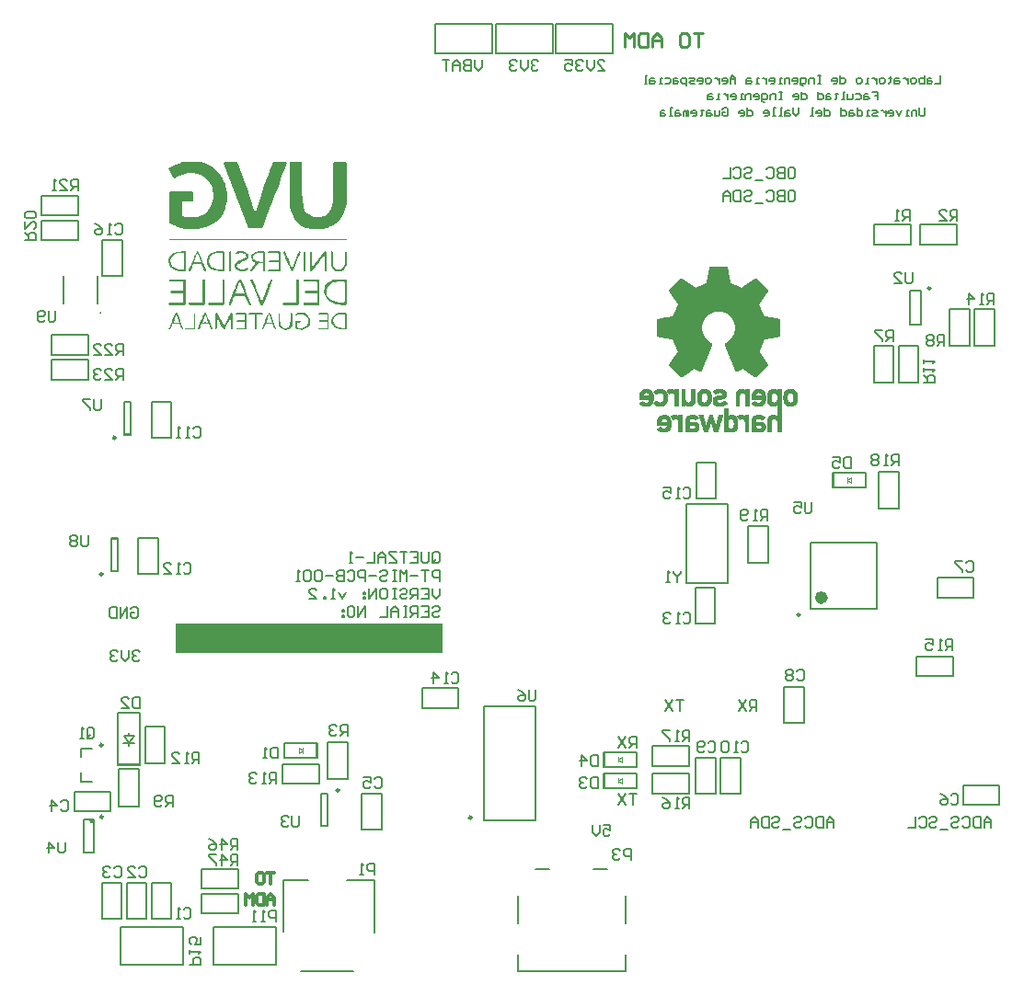
<source format=gbo>
G04*
G04 #@! TF.GenerationSoftware,Altium Limited,Altium Designer,19.0.15 (446)*
G04*
G04 Layer_Color=32896*
%FSLAX25Y25*%
%MOIN*%
G70*
G01*
G75*
%ADD11C,0.00591*%
%ADD12C,0.00984*%
%ADD13C,0.01000*%
%ADD14C,0.00787*%
%ADD115C,0.00500*%
%ADD116C,0.02362*%
%ADD117C,0.00075*%
%ADD118C,0.00394*%
%ADD119C,0.01181*%
%ADD120R,0.96513X0.10500*%
G36*
X11394Y37602D02*
X12575D01*
Y36421D01*
X12772Y36224D01*
X12181D01*
X11787Y36618D01*
X11394Y37602D01*
D02*
G37*
G36*
X82875Y275549D02*
X82106Y273435D01*
X81337Y271513D01*
X80665Y269687D01*
X80088Y267957D01*
X79415Y266323D01*
X78935Y264881D01*
X78358Y263439D01*
X77877Y262190D01*
X77397Y261037D01*
X77012Y259883D01*
X76244Y257961D01*
X75667Y256423D01*
X75090Y255078D01*
X74706Y254117D01*
X74418Y253252D01*
X74129Y252675D01*
X73937Y252291D01*
X73841Y252002D01*
X73745Y251906D01*
Y251810D01*
X68939D01*
X60001Y275165D01*
Y275549D01*
X60097Y275645D01*
X60193Y275742D01*
X64807D01*
X64903Y275645D01*
X64999Y275549D01*
X65191Y274973D01*
X65575Y274108D01*
X65960Y272954D01*
X66440Y271609D01*
X67017Y270071D01*
X67594Y268437D01*
X68170Y266803D01*
X68747Y265073D01*
X69228Y263439D01*
X69804Y261902D01*
X70189Y260556D01*
X70573Y259403D01*
X70862Y258538D01*
X71054Y257961D01*
X71150Y257865D01*
Y257769D01*
X71534D01*
X72111Y259403D01*
X72592Y260941D01*
X73072Y262382D01*
X73457Y263728D01*
X74322Y266130D01*
X74994Y268149D01*
X75571Y269879D01*
X76148Y271321D01*
X76532Y272570D01*
X76916Y273531D01*
X77205Y274204D01*
X77397Y274780D01*
X77589Y275165D01*
X77685Y275453D01*
X77781Y275645D01*
X77877Y275742D01*
X82683D01*
X82875Y275549D01*
D02*
G37*
G36*
X104500Y275357D02*
Y262671D01*
X104404Y260652D01*
X104019Y258922D01*
X103539Y257481D01*
X102962Y256135D01*
X102193Y255078D01*
X101328Y254213D01*
X100367Y253444D01*
X99406Y252867D01*
X98541Y252387D01*
X97580Y252002D01*
X96715Y251810D01*
X95946Y251618D01*
X95370Y251522D01*
X94793Y251426D01*
X93832D01*
X92198Y251522D01*
X91429Y251618D01*
X90660Y251810D01*
X90083Y251906D01*
X89603Y252002D01*
X89315Y252098D01*
X89218D01*
X88257Y252579D01*
X87392Y253252D01*
X86720Y253924D01*
X86047Y254597D01*
X85470Y255366D01*
X85086Y256135D01*
X84413Y257673D01*
X84029Y259115D01*
X83836Y260364D01*
X83740Y260748D01*
Y261133D01*
Y261325D01*
Y261421D01*
Y275357D01*
X84029Y275742D01*
X88065D01*
X88354Y275357D01*
Y264881D01*
X88738Y259499D01*
X89315Y258249D01*
X90083Y257288D01*
X90948Y256712D01*
X91813Y256231D01*
X92582Y255943D01*
X93255Y255847D01*
X93640Y255751D01*
X93832D01*
X94889Y255847D01*
X95754Y256039D01*
X96523Y256327D01*
X97196Y256808D01*
X97676Y257288D01*
X98157Y257865D01*
X98830Y259018D01*
X99310Y260268D01*
X99502Y261229D01*
X99598Y261709D01*
Y261998D01*
Y262190D01*
Y262286D01*
Y275357D01*
X99887Y275742D01*
X104212D01*
X104500Y275357D01*
D02*
G37*
G36*
X51832Y275742D02*
X53466Y275165D01*
X54907Y274492D01*
X56157Y273723D01*
X57214Y272858D01*
X58079Y271897D01*
X58848Y270936D01*
X59521Y269879D01*
X60001Y268918D01*
X60386Y267957D01*
X60674Y267092D01*
X60866Y266227D01*
X60962Y265458D01*
X61058Y264881D01*
X61154Y264401D01*
Y264112D01*
Y264016D01*
Y263536D01*
X61058Y261517D01*
X60866Y260652D01*
X60674Y259883D01*
X60578Y259211D01*
X60386Y258730D01*
X60289Y258442D01*
Y258346D01*
X59713Y257096D01*
X59040Y256039D01*
X58175Y255174D01*
X57310Y254309D01*
X56349Y253636D01*
X55388Y253156D01*
X54331Y252675D01*
X53369Y252291D01*
X51543Y251810D01*
X50678Y251618D01*
X49909Y251522D01*
X49333D01*
X48852Y251426D01*
X48083D01*
X46161Y251522D01*
X44624Y251810D01*
X43182Y252291D01*
X42125Y252771D01*
X41260Y253156D01*
X40683Y253636D01*
X40299Y253924D01*
X40202Y254021D01*
Y264881D01*
X40491Y265169D01*
X48468D01*
X48756Y264881D01*
Y261421D01*
X44816D01*
Y256423D01*
X44912Y256231D01*
X45296Y256039D01*
X45873Y255943D01*
X46450Y255847D01*
X47026D01*
X47603Y255751D01*
X48083D01*
X49141Y255847D01*
X49813D01*
X50390Y255943D01*
X50775Y256039D01*
X50967Y256135D01*
X51063D01*
X51159Y256231D01*
X52024Y256616D01*
X52793Y257000D01*
X53466Y257481D01*
X54042Y258057D01*
X54907Y259211D01*
X55484Y260556D01*
X55868Y261709D01*
X56061Y262671D01*
X56157Y263055D01*
Y263343D01*
Y263536D01*
Y263632D01*
X55868Y266419D01*
X55484Y267380D01*
X55003Y268245D01*
X54427Y268918D01*
X53850Y269494D01*
X52601Y270456D01*
X51447Y271128D01*
X50294Y271513D01*
X49333Y271705D01*
X48948Y271801D01*
X48468D01*
X47122Y271705D01*
X45873Y271513D01*
X44816Y271224D01*
X43855Y270840D01*
X43086Y270456D01*
X42509Y270167D01*
X42125Y269975D01*
X42028Y269879D01*
X41836Y270071D01*
X41548Y270456D01*
X41260Y271032D01*
X40875Y271705D01*
X40587Y272282D01*
X40299Y272858D01*
X40106Y273243D01*
X40010Y273435D01*
X41260Y274300D01*
X42509Y274973D01*
X43758Y275357D01*
X44912Y275742D01*
X45969Y275934D01*
X46834Y276030D01*
X48756D01*
X51832Y275742D01*
D02*
G37*
G36*
X104500Y247870D02*
X104212Y247485D01*
X40202D01*
X40010Y247677D01*
X40299Y247966D01*
X104404D01*
X104500Y247870D01*
D02*
G37*
G36*
X97100Y243160D02*
Y236625D01*
X96811Y236336D01*
X96427Y236625D01*
Y242007D01*
X96331D01*
X95658Y241046D01*
X94985Y240277D01*
X94505Y239508D01*
X94024Y238931D01*
X93255Y237874D01*
X92582Y237201D01*
X92198Y236721D01*
X92006Y236529D01*
X91813Y236336D01*
X91621D01*
X91333Y236625D01*
Y243160D01*
X91621Y243545D01*
X92006Y243160D01*
Y237682D01*
X96619Y243545D01*
X96811D01*
X97100Y243160D01*
D02*
G37*
G36*
X87873Y243352D02*
X87392Y242103D01*
X87008Y241046D01*
X86624Y240085D01*
X86239Y239316D01*
X85951Y238643D01*
X85759Y238066D01*
X85470Y237586D01*
X85278Y237201D01*
X85086Y236721D01*
X84894Y236433D01*
X84798Y236336D01*
X84605D01*
X84413Y236529D01*
X84221Y236913D01*
X83740Y237778D01*
X83260Y238931D01*
X82683Y240181D01*
X82203Y241334D01*
X81818Y242391D01*
X81626Y242776D01*
X81530Y243064D01*
X81434Y243256D01*
Y243352D01*
X81626D01*
X81818Y243545D01*
X82010D01*
X82106Y243449D01*
X82203Y243256D01*
X82395Y242968D01*
X82587Y242584D01*
X82971Y241526D01*
X83452Y240469D01*
X83836Y239316D01*
X84221Y238259D01*
X84413Y237874D01*
X84509Y237586D01*
X84605Y237394D01*
Y237298D01*
X84798D01*
X85182Y238355D01*
X85470Y239316D01*
X85855Y240181D01*
X86047Y240950D01*
X86335Y241526D01*
X86527Y242007D01*
X86816Y242776D01*
X87104Y243256D01*
X87200Y243449D01*
X87296Y243545D01*
X87681D01*
X87873Y243352D01*
D02*
G37*
G36*
X104500Y243160D02*
Y239604D01*
X104404Y238451D01*
X104019Y237586D01*
X103539Y237009D01*
X103058Y236625D01*
X102482Y236336D01*
X102097Y236240D01*
X101713Y236144D01*
X101617D01*
X100656Y236336D01*
X99983Y236625D01*
X99406Y237105D01*
X99118Y237586D01*
X98926Y238066D01*
X98733Y238451D01*
Y238739D01*
Y238835D01*
Y243160D01*
X99022Y243545D01*
X99406Y243160D01*
Y239220D01*
X99502Y238547D01*
X99695Y237970D01*
X100079Y237490D01*
X100367Y237201D01*
X100752Y237009D01*
X101136Y236913D01*
X101328Y236817D01*
X101425D01*
X102193Y236913D01*
X102770Y237298D01*
X103251Y237778D01*
X103539Y238259D01*
X103731Y238835D01*
X103827Y239220D01*
Y239604D01*
Y239700D01*
Y243160D01*
X104212Y243545D01*
X104500Y243160D01*
D02*
G37*
G36*
X89603D02*
Y236625D01*
X89218Y236336D01*
X88930Y236625D01*
Y243160D01*
X89218Y243545D01*
X89603Y243160D01*
D02*
G37*
G36*
X80665D02*
Y236625D01*
X80280Y236336D01*
X76340D01*
X75955Y236625D01*
X76340Y237009D01*
X79607D01*
X79896Y237298D01*
Y239604D01*
X76628D01*
X76340Y239893D01*
X76628Y240277D01*
X79896D01*
Y242488D01*
X79607Y242872D01*
X76340D01*
X75955Y243160D01*
X76340Y243545D01*
X80280D01*
X80665Y243160D01*
D02*
G37*
G36*
X74802D02*
Y236625D01*
X74418Y236336D01*
X74033Y236625D01*
Y239220D01*
X72495D01*
X70093Y236336D01*
X69804D01*
X69612Y236433D01*
X71342Y239028D01*
Y239412D01*
X70862Y239508D01*
X70573Y239700D01*
X70093Y240469D01*
X69804Y241142D01*
Y241334D01*
Y241430D01*
X69997Y242103D01*
X70381Y242680D01*
X71054Y243064D01*
X71727Y243256D01*
X72495Y243449D01*
X73168Y243545D01*
X74418D01*
X74802Y243160D01*
D02*
G37*
G36*
X62500Y236625D02*
X62212Y236336D01*
X61827Y236625D01*
Y243160D01*
X62212Y243545D01*
X62500D01*
Y236625D01*
D02*
G37*
G36*
X60097Y243160D02*
Y236625D01*
X59809Y236336D01*
X58271D01*
X57502Y236433D01*
X56829Y236529D01*
X55772Y236913D01*
X55003Y237298D01*
X54523Y237778D01*
X54138Y238259D01*
X54042Y238643D01*
X53946Y238931D01*
Y239028D01*
Y240757D01*
X54042Y241238D01*
X54138Y241719D01*
X54811Y242391D01*
X55580Y242872D01*
X56541Y243160D01*
X57598Y243449D01*
X58367Y243545D01*
X59809D01*
X60097Y243160D01*
D02*
G37*
G36*
X50582Y243352D02*
X50775Y243064D01*
X51255Y242103D01*
X51736Y240950D01*
X52312Y239700D01*
X52793Y238451D01*
X53177Y237394D01*
X53369Y237009D01*
X53466Y236721D01*
X53562Y236529D01*
Y236433D01*
X53466D01*
X53273Y236336D01*
X53081D01*
X52889Y236433D01*
X52697Y236721D01*
X52504Y237105D01*
X52408Y237586D01*
X52216Y237970D01*
X52120Y238355D01*
X52024Y238643D01*
Y238739D01*
X48948D01*
X48660Y237970D01*
X48372Y237394D01*
X48180Y236913D01*
X47987Y236625D01*
X47891Y236433D01*
X47795Y236336D01*
X47411D01*
X47218Y236433D01*
X47699Y237586D01*
X48083Y238547D01*
X48468Y239412D01*
X48756Y240181D01*
X49044Y240854D01*
X49333Y241430D01*
X49717Y242391D01*
X50006Y242968D01*
X50198Y243352D01*
X50294Y243545D01*
X50486D01*
X50582Y243352D01*
D02*
G37*
G36*
X46353Y243160D02*
Y236625D01*
X46065Y236336D01*
X43374D01*
X42797Y236433D01*
X41740Y236817D01*
X40971Y237394D01*
X40491Y237970D01*
X40202Y238547D01*
X40106Y239124D01*
X40010Y239508D01*
Y239604D01*
Y240469D01*
X40106Y241046D01*
X40299Y241526D01*
X40587Y241911D01*
X40875Y242295D01*
X41836Y242776D01*
X42893Y243160D01*
X44047Y243352D01*
X44912Y243545D01*
X46065D01*
X46353Y243160D01*
D02*
G37*
G36*
X67113Y243449D02*
X67594Y243352D01*
X68266Y242968D01*
X68651Y242488D01*
X68747Y242391D01*
Y242295D01*
Y241142D01*
X68074Y240277D01*
X66921Y239796D01*
X66056Y239412D01*
X65479Y239028D01*
X64999Y238739D01*
X64807Y238547D01*
X64710Y238355D01*
X64614Y238162D01*
X64710Y237778D01*
X64903Y237490D01*
X65575Y237105D01*
X66248Y236913D01*
X66440Y236817D01*
X66536D01*
X67209Y236913D01*
X67786Y237201D01*
X68363Y237394D01*
X68459Y237490D01*
X68555D01*
X68939Y237009D01*
X68843Y236817D01*
X68555Y236721D01*
X68170Y236529D01*
X67786Y236433D01*
X67401Y236336D01*
X67017Y236240D01*
X66729Y236144D01*
X66633D01*
X65768Y236240D01*
X65095Y236529D01*
X64614Y236817D01*
X64230Y237201D01*
X64038Y237490D01*
X63942Y237778D01*
Y237970D01*
Y238066D01*
Y238739D01*
X64422Y239604D01*
X65672Y240085D01*
X66536Y240469D01*
X67209Y240757D01*
X67594Y241046D01*
X67882Y241238D01*
X67978Y241334D01*
X68074Y241430D01*
Y241622D01*
X67978Y242007D01*
X67882Y242391D01*
X67305Y242680D01*
X66825Y242872D01*
X65864D01*
X64807Y242488D01*
X64422Y242584D01*
X64326Y242680D01*
X64230Y242776D01*
Y242872D01*
X64422Y243064D01*
X64614Y243256D01*
X65191Y243449D01*
X65672Y243545D01*
X66633D01*
X67113Y243449D01*
D02*
G37*
G36*
X77109Y231723D02*
X76628Y230281D01*
X76148Y229032D01*
X75763Y227975D01*
X75379Y227110D01*
X75090Y226341D01*
X74802Y225668D01*
X74610Y225188D01*
X74418Y224803D01*
X74225Y224515D01*
X74033Y224227D01*
X73937Y224034D01*
X73360D01*
X73264Y224131D01*
X73168Y224419D01*
X72976Y224899D01*
X72688Y225476D01*
X72399Y226149D01*
X72111Y226918D01*
X71438Y228552D01*
X70765Y230185D01*
X70477Y230954D01*
X70189Y231627D01*
X69900Y232204D01*
X69804Y232684D01*
X69612Y232973D01*
Y233069D01*
X69900Y233357D01*
X70285D01*
X70381Y233261D01*
X70573Y232973D01*
X70765Y232588D01*
X70958Y232108D01*
X71438Y230762D01*
X72015Y229320D01*
X72592Y227879D01*
X73072Y226533D01*
X73264Y226053D01*
X73457Y225668D01*
X73553Y225380D01*
Y225284D01*
X73745D01*
X74225Y226629D01*
X74706Y227879D01*
X75090Y228936D01*
X75475Y229897D01*
X75763Y230666D01*
X75955Y231339D01*
X76244Y231819D01*
X76436Y232300D01*
X76724Y232876D01*
X76916Y233165D01*
X77012Y233357D01*
X77685D01*
X77109Y231723D01*
D02*
G37*
G36*
X104500Y233069D02*
Y224419D01*
X104212Y224034D01*
X102866D01*
X101713Y224131D01*
X100752Y224227D01*
X99791Y224515D01*
X99118Y224803D01*
X98445Y225092D01*
X97965Y225572D01*
X97100Y226437D01*
X96715Y227302D01*
X96427Y227975D01*
X96331Y228552D01*
Y228648D01*
Y228744D01*
Y229416D01*
X96427Y229993D01*
X96523Y230570D01*
X97003Y231531D01*
X97772Y232204D01*
X98637Y232684D01*
X99502Y233069D01*
X100175Y233261D01*
X100752Y233357D01*
X104212D01*
X104500Y233069D01*
D02*
G37*
G36*
X94697Y224419D02*
X94409Y224034D01*
X89026D01*
X88738Y224419D01*
Y224611D01*
X89026Y224899D01*
X93832D01*
Y228359D01*
X89603D01*
X89218Y228744D01*
Y228936D01*
X89603Y229224D01*
X93832D01*
Y232300D01*
X93543Y232684D01*
X88930D01*
Y233357D01*
X94697D01*
Y224419D01*
D02*
G37*
G36*
X87296Y233069D02*
Y224419D01*
X87008Y224034D01*
X81434D01*
X81145Y224419D01*
Y224611D01*
X81434Y224899D01*
X86335D01*
Y233069D01*
X86624Y233357D01*
X87008D01*
X87296Y233069D01*
D02*
G37*
G36*
X66344Y233165D02*
X66921Y231723D01*
X67498Y230378D01*
X67978Y229224D01*
X68363Y228167D01*
X68651Y227302D01*
X68939Y226629D01*
X69228Y225957D01*
X69324Y225476D01*
X69516Y225092D01*
X69612Y224707D01*
X69708Y224323D01*
X69804Y224131D01*
Y224034D01*
X69131D01*
X67498Y227302D01*
X63749D01*
X63365Y226245D01*
X63173Y225380D01*
X62884Y224803D01*
X62692Y224419D01*
X62596Y224227D01*
X62500Y224131D01*
X62404Y224034D01*
X61827D01*
X61731Y224227D01*
X62308Y225764D01*
X62788Y227206D01*
X63269Y228359D01*
X63653Y229416D01*
X64038Y230281D01*
X64326Y231050D01*
X64614Y231627D01*
X64807Y232108D01*
X64999Y232492D01*
X65191Y232780D01*
X65383Y233165D01*
X65479Y233357D01*
X66152D01*
X66344Y233165D01*
D02*
G37*
G36*
X60289Y233069D02*
Y224419D01*
X60001Y224034D01*
X54619D01*
X54331Y224419D01*
Y224611D01*
X54619Y224899D01*
X59424D01*
Y233069D01*
X59809Y233357D01*
X60001D01*
X60289Y233069D01*
D02*
G37*
G36*
X53273D02*
Y224419D01*
X52889Y224034D01*
X47603D01*
X47218Y224419D01*
Y224899D01*
X52216D01*
Y233069D01*
X52601Y233357D01*
X52889D01*
X53273Y233069D01*
D02*
G37*
G36*
X46065Y224419D02*
X45681Y224034D01*
X40299D01*
X40010Y224419D01*
Y224611D01*
X40299Y224899D01*
X45200D01*
Y228359D01*
X40875D01*
X40491Y228744D01*
Y228936D01*
X40875Y229224D01*
X45200D01*
Y232684D01*
X40491D01*
X40299Y232492D01*
Y232684D01*
X40202Y232876D01*
Y233357D01*
X46065D01*
Y224419D01*
D02*
G37*
G36*
X63269Y220959D02*
Y215480D01*
X62884Y215096D01*
X62500Y215480D01*
Y219806D01*
X62404D01*
X61827Y218364D01*
X61347Y217307D01*
X60962Y216442D01*
X60674Y215865D01*
X60386Y215480D01*
X60193Y215288D01*
X60097Y215096D01*
X60001D01*
X59905Y215192D01*
X59713Y215288D01*
X59424Y215865D01*
X58944Y216634D01*
X58559Y217499D01*
X58175Y218364D01*
X57887Y219037D01*
X57694Y219613D01*
X57598Y219709D01*
Y219806D01*
X57406D01*
Y215480D01*
X57022Y215096D01*
X56829D01*
Y220959D01*
X57214Y221343D01*
X57406D01*
X60097Y216153D01*
X60482Y217114D01*
X60866Y217883D01*
X61154Y218556D01*
X61443Y219133D01*
X61923Y220094D01*
X62212Y220671D01*
X62404Y221055D01*
X62596Y221247D01*
X62692Y221343D01*
X62884D01*
X63269Y220959D01*
D02*
G37*
G36*
X89122Y221247D02*
X89795Y220959D01*
X90276Y220478D01*
X90660Y219998D01*
X90852Y219421D01*
X91045Y219037D01*
X91141Y218652D01*
Y218556D01*
Y217691D01*
X91045Y216922D01*
X90660Y216249D01*
X90180Y215769D01*
X89603Y215480D01*
X89026Y215192D01*
X88546Y215096D01*
X88161Y215000D01*
X88065D01*
X87392Y215096D01*
X86816Y215192D01*
X86431Y215288D01*
X86239Y215384D01*
X86047Y215480D01*
X85951Y215577D01*
Y215673D01*
Y218075D01*
X86335Y218364D01*
X87489D01*
X87873Y218075D01*
X87489Y217691D01*
X86624D01*
Y215769D01*
X87489Y215673D01*
X88161D01*
X88930Y215769D01*
X89507Y216057D01*
X89987Y216538D01*
X90276Y217018D01*
X90468Y217499D01*
X90564Y217979D01*
Y218268D01*
Y218364D01*
X90468Y219037D01*
X90180Y219613D01*
X89795Y219998D01*
X89315Y220286D01*
X88834Y220574D01*
X88450Y220671D01*
X88161Y220767D01*
X88065D01*
X87392Y220671D01*
X86912Y220574D01*
X86527Y220382D01*
X86335Y220286D01*
X85951Y220671D01*
X86047Y220863D01*
X86239Y220959D01*
X86624Y221151D01*
X87104Y221343D01*
X88354D01*
X89122Y221247D01*
D02*
G37*
G36*
X84798Y220959D02*
Y217403D01*
X84701Y216634D01*
X84413Y216057D01*
X84029Y215577D01*
X83548Y215288D01*
X83068Y215096D01*
X82683Y215000D01*
X82299D01*
X81434Y215192D01*
X80857Y215384D01*
X80376Y215769D01*
X80088Y216057D01*
X79896Y216442D01*
X79800Y216730D01*
Y216922D01*
Y217018D01*
Y221151D01*
X79896Y221343D01*
X80280Y220959D01*
Y218364D01*
X80376Y217499D01*
X80569Y216826D01*
X80857Y216346D01*
X81241Y216057D01*
X81626Y215865D01*
X81914Y215673D01*
X82491D01*
X83068Y215865D01*
X83452Y216249D01*
X83836Y216826D01*
X84029Y217499D01*
X84125Y218075D01*
X84221Y218652D01*
Y219037D01*
Y219229D01*
Y221151D01*
X84413Y221343D01*
X84798Y220959D01*
D02*
G37*
G36*
X104500D02*
Y215480D01*
X104212Y215096D01*
X102097D01*
X101040Y215384D01*
X100271Y215769D01*
X99791Y216249D01*
X99406Y216730D01*
X99214Y217211D01*
X99022Y217691D01*
Y217979D01*
Y218075D01*
X99214Y219133D01*
X99598Y219998D01*
X100271Y220574D01*
X100944Y220959D01*
X101617Y221151D01*
X102289Y221343D01*
X104212D01*
X104500Y220959D01*
D02*
G37*
G36*
X97965D02*
Y215096D01*
X94216D01*
X94024Y215288D01*
X94409Y215673D01*
X97484D01*
Y217883D01*
X94697D01*
X94409Y218268D01*
X94697Y218556D01*
X97484D01*
Y220671D01*
X94216D01*
Y220959D01*
X94601Y221343D01*
X97676D01*
X97965Y220959D01*
D02*
G37*
G36*
X76628Y221247D02*
X76724Y220959D01*
X77109Y220190D01*
X77493Y219325D01*
X77877Y218268D01*
X78358Y217211D01*
X78646Y216346D01*
X78935Y215673D01*
X79031Y215577D01*
Y215480D01*
X78742Y215096D01*
X78070Y215961D01*
X77974Y216346D01*
X77877Y216730D01*
X77685Y217018D01*
X77589Y217211D01*
X75090D01*
X74802Y216538D01*
X74610Y215961D01*
X74418Y215577D01*
X74322Y215384D01*
X74225Y215192D01*
X74129Y215096D01*
X73745D01*
X74129Y216153D01*
X74418Y217114D01*
X74706Y217979D01*
X74994Y218652D01*
X75283Y219229D01*
X75475Y219806D01*
X75763Y220574D01*
X76051Y220959D01*
X76244Y221247D01*
X76340Y221343D01*
X76532D01*
X76628Y221247D01*
D02*
G37*
G36*
X74225Y220959D02*
X73937Y220671D01*
X71823D01*
Y215480D01*
X71534Y215096D01*
X71150Y215480D01*
Y220671D01*
X69131D01*
X68747Y220959D01*
X69131Y221343D01*
X73937D01*
X74225Y220959D01*
D02*
G37*
G36*
X68266D02*
Y215480D01*
X67882Y215096D01*
X64230D01*
X64134Y215288D01*
X64422Y215673D01*
X67498D01*
Y217883D01*
X64807D01*
X64422Y218268D01*
X64807Y218556D01*
X67498D01*
Y220671D01*
X64614D01*
X64230Y220959D01*
X64614Y221343D01*
X67882D01*
X68266Y220959D01*
D02*
G37*
G36*
X53369Y221247D02*
X53466Y220959D01*
X53850Y220286D01*
X54331Y219325D01*
X54715Y218172D01*
X55196Y217114D01*
X55580Y216153D01*
X55772Y215865D01*
X55868Y215577D01*
X55964Y215384D01*
Y215288D01*
X55868D01*
X55676Y215096D01*
X55484Y215192D01*
X55292Y215384D01*
X55099Y215769D01*
X54907Y216153D01*
X54811Y216538D01*
X54715Y216922D01*
X54619Y217114D01*
Y217211D01*
X51832D01*
X51639Y216538D01*
X51447Y215961D01*
X51351Y215577D01*
X51159Y215384D01*
X51063Y215192D01*
X50967Y215096D01*
X50678D01*
X50486Y215288D01*
X50871Y216346D01*
X51255Y217307D01*
X51543Y218075D01*
X51832Y218748D01*
X52120Y219325D01*
X52312Y219806D01*
X52601Y220574D01*
X52889Y220959D01*
X52985Y221247D01*
X53081Y221343D01*
X53273D01*
X53369Y221247D01*
D02*
G37*
G36*
X49621Y220959D02*
Y215480D01*
X49333Y215096D01*
X45873D01*
X45681Y215288D01*
X46065Y215673D01*
X49141D01*
Y221151D01*
X49333Y221343D01*
X49621Y220959D01*
D02*
G37*
G36*
X42893Y221247D02*
X43086Y221055D01*
X43182Y220767D01*
X43374Y220382D01*
X43758Y219421D01*
X44239Y218364D01*
X44624Y217211D01*
X45008Y216249D01*
X45104Y215865D01*
X45200Y215577D01*
X45296Y215384D01*
Y215288D01*
Y215096D01*
X44816D01*
X44527Y215769D01*
X44335Y216346D01*
X44143Y216730D01*
X44047Y216922D01*
X43951Y217114D01*
X43855Y217211D01*
X41356D01*
X41164Y216538D01*
X40971Y215961D01*
X40779Y215577D01*
X40587Y215384D01*
X40491Y215192D01*
X40395Y215096D01*
X40202D01*
X40010Y215288D01*
X40395Y216346D01*
X40779Y217211D01*
X41067Y217979D01*
X41356Y218748D01*
X41548Y219325D01*
X41836Y219806D01*
X42125Y220478D01*
X42317Y220959D01*
X42509Y221247D01*
X42605Y221343D01*
X42797D01*
X42893Y221247D01*
D02*
G37*
%LPC*%
G36*
X74033Y242872D02*
X73072D01*
X72207Y242776D01*
X71534Y242680D01*
X71150Y242391D01*
X70765Y242199D01*
X70573Y241911D01*
X70477Y241622D01*
Y241526D01*
Y241430D01*
X70573Y240854D01*
X70958Y240469D01*
X71438Y240085D01*
X72015Y239893D01*
X72592Y239796D01*
X73072Y239700D01*
X74033D01*
Y242872D01*
D02*
G37*
G36*
X59424D02*
X58559D01*
X57214Y242776D01*
X56253Y242488D01*
X55580Y242103D01*
X55099Y241719D01*
X54811Y241238D01*
X54715Y240854D01*
X54619Y240565D01*
Y240469D01*
Y239700D01*
X54811Y238835D01*
X55196Y238162D01*
X55676Y237682D01*
X56349Y237394D01*
X57022Y237201D01*
X57502Y237009D01*
X59424D01*
Y242872D01*
D02*
G37*
G36*
X50486Y242488D02*
X50294D01*
X49333Y239604D01*
Y239412D01*
X51736D01*
X50486Y242488D01*
D02*
G37*
G36*
X45489Y242872D02*
X44624D01*
X43278Y242776D01*
X42317Y242488D01*
X41644Y242007D01*
X41164Y241622D01*
X40875Y241142D01*
X40779Y240661D01*
X40683Y240373D01*
Y240277D01*
X40779Y239220D01*
X41164Y238355D01*
X41644Y237778D01*
X42221Y237394D01*
X42797Y237201D01*
X43278Y237105D01*
X43662Y237009D01*
X45489D01*
Y242872D01*
D02*
G37*
G36*
X103347Y232684D02*
X101905D01*
X101040Y232492D01*
X100271Y232300D01*
X99598Y232108D01*
X99022Y231819D01*
X98541Y231531D01*
X97868Y230858D01*
X97388Y230089D01*
X97196Y229513D01*
X97100Y229128D01*
Y228936D01*
X97196Y228263D01*
X97292Y227590D01*
X97965Y226629D01*
X98830Y225860D01*
X99791Y225380D01*
X100752Y225092D01*
X101617Y224995D01*
X102289Y224899D01*
X103347D01*
X103731Y225284D01*
Y232300D01*
X103347Y232684D01*
D02*
G37*
G36*
X65864Y232300D02*
X65672D01*
X64230Y228359D01*
Y228167D01*
X67401D01*
X65864Y232300D01*
D02*
G37*
G36*
X103827Y220671D02*
X102097D01*
X101328Y220574D01*
X100752Y220286D01*
X100271Y219902D01*
X99983Y219517D01*
X99791Y219037D01*
X99695Y218652D01*
Y218364D01*
Y218268D01*
X99887Y217403D01*
X100271Y216730D01*
X100848Y216346D01*
X101521Y215961D01*
X102193Y215769D01*
X102770Y215673D01*
X103827D01*
Y220671D01*
D02*
G37*
G36*
X76532Y220478D02*
X76340D01*
X75475Y217883D01*
Y217691D01*
X77397D01*
X76532Y220478D01*
D02*
G37*
G36*
X53466Y220286D02*
X53081D01*
X52216Y217691D01*
X52601D01*
X53273Y217883D01*
X53946Y217691D01*
X54331D01*
X53466Y220286D01*
D02*
G37*
G36*
X42893D02*
X42605D01*
X41740Y217691D01*
X43758D01*
X42893Y220286D01*
D02*
G37*
%LPD*%
D11*
X23043Y234504D02*
Y247496D01*
X15957D02*
X23043D01*
X15957Y234504D02*
Y247496D01*
Y234504D02*
X23043D01*
X14294Y234400D02*
X14299Y224579D01*
X1701D02*
X1706Y234400D01*
X7193Y257244D02*
Y263543D01*
X-6193D02*
X7193D01*
X-6193Y257244D02*
Y263543D01*
X7193Y256457D02*
Y257244D01*
X-6193Y256457D02*
X7193D01*
X-6193D02*
Y257244D01*
X10893Y206744D02*
Y213043D01*
X-2493D02*
X10893D01*
X-2493Y206744D02*
Y213043D01*
X10893Y205957D02*
Y206744D01*
X-2493Y205957D02*
X10893D01*
X-2493D02*
Y206744D01*
X7193Y248244D02*
Y254543D01*
X-6193D02*
X7193D01*
X-6193Y248244D02*
Y254543D01*
X7193Y247457D02*
Y248244D01*
X-6193Y247457D02*
X7193D01*
X-6193D02*
Y248244D01*
X10893Y197744D02*
Y204043D01*
X-2493D02*
X10893D01*
X-2493Y197744D02*
Y204043D01*
X10893Y196957D02*
Y197744D01*
X-2493Y196957D02*
X10893D01*
X-2493D02*
Y197744D01*
X81488Y-3000D02*
Y15500D01*
X104488D02*
X114488D01*
Y-3500D02*
Y15500D01*
X87988Y-17500D02*
X106988D01*
X81488Y15500D02*
X90487D01*
X51807Y12520D02*
Y13307D01*
Y12520D02*
X65193D01*
Y13307D01*
X51807D02*
Y19606D01*
X65193D01*
Y13307D02*
Y19606D01*
X228693Y53256D02*
Y54043D01*
X215307D02*
X228693D01*
X215307Y53256D02*
Y54043D01*
X228693Y46957D02*
Y53256D01*
X215307Y46957D02*
X228693D01*
X215307D02*
Y53256D01*
X228693Y63256D02*
Y64043D01*
X215307D02*
X228693D01*
X215307Y63256D02*
Y64043D01*
X228693Y56957D02*
Y63256D01*
X215307Y56957D02*
X228693D01*
X215307D02*
Y63256D01*
X310807Y89457D02*
Y90244D01*
Y89457D02*
X324193D01*
Y90244D01*
X310807D02*
Y96543D01*
X324193D01*
Y90244D02*
Y96543D01*
X256256Y130547D02*
X257043D01*
Y143933D01*
X256256D02*
X257043D01*
X249957Y130547D02*
X256256D01*
X249957D02*
Y143933D01*
X256256D01*
X297315Y163693D02*
X298102D01*
X297315Y150307D02*
Y163693D01*
Y150307D02*
X298102D01*
Y163693D02*
X304402D01*
Y150307D02*
Y163693D01*
X298102Y150307D02*
X304402D01*
X97681Y65693D02*
X98469D01*
X97681Y52307D02*
Y65693D01*
Y52307D02*
X98469D01*
Y65693D02*
X104768D01*
Y52307D02*
Y65693D01*
X98469Y52307D02*
X104768D01*
X81307Y50457D02*
Y51244D01*
Y50457D02*
X94693D01*
Y51244D01*
X81307D02*
Y57543D01*
X94693D01*
Y51244D02*
Y57543D01*
X31457Y71327D02*
X32244D01*
X31457Y57941D02*
Y71327D01*
Y57941D02*
X32244D01*
Y71327D02*
X38543D01*
Y57941D02*
Y71327D01*
X32244Y57941D02*
X38543D01*
X28256Y42350D02*
X29043D01*
Y55736D01*
X28256D02*
X29043D01*
X21957Y42350D02*
X28256D01*
X21957D02*
Y55736D01*
X28256D01*
X51807Y3457D02*
Y4244D01*
Y3457D02*
X65193D01*
Y4244D01*
X51807D02*
Y10543D01*
X65193D01*
Y4244D02*
Y10543D01*
X295374Y245957D02*
Y246744D01*
Y245957D02*
X308760D01*
Y246744D01*
X295374D02*
Y253043D01*
X308760D01*
Y246744D02*
Y253043D01*
X325693Y252256D02*
Y253043D01*
X312307D02*
X325693D01*
X312307Y252256D02*
Y253043D01*
X325693Y245957D02*
Y252256D01*
X312307Y245957D02*
X325693D01*
X312307D02*
Y252256D01*
X301756Y195807D02*
X302543D01*
Y209193D01*
X301756D02*
X302543D01*
X295457Y195807D02*
X301756D01*
X295457D02*
Y209193D01*
X301756D01*
X304382D02*
X305169D01*
X304382Y195807D02*
Y209193D01*
Y195807D02*
X305169D01*
Y209193D02*
X311469D01*
Y195807D02*
Y209193D01*
X305169Y195807D02*
X311469D01*
X329256Y209295D02*
X330043D01*
Y222680D01*
X329256D02*
X330043D01*
X322957Y209295D02*
X329256D01*
X322957D02*
Y222680D01*
X329256D01*
X331957Y222693D02*
X332744D01*
X331957Y209307D02*
Y222693D01*
Y209307D02*
X332744D01*
Y222693D02*
X339043D01*
Y209307D02*
Y222693D01*
X332744Y209307D02*
X339043D01*
X33913Y188996D02*
X41000D01*
Y176004D02*
Y188996D01*
X33913Y176004D02*
X41000D01*
X33913D02*
Y188996D01*
X28957Y139496D02*
X36043D01*
Y126504D02*
Y139496D01*
X28957Y126504D02*
X36043D01*
X28957D02*
Y139496D01*
X144996Y77957D02*
Y85043D01*
X132004Y77957D02*
X144996D01*
X132004D02*
Y85043D01*
X144996D01*
X230957Y47004D02*
X238043D01*
X230957D02*
Y59996D01*
X238043D01*
Y47004D02*
Y59996D01*
X239957Y47004D02*
X247043D01*
X239957D02*
Y59996D01*
X247043D01*
Y47004D02*
Y59996D01*
X318504Y117957D02*
Y125043D01*
X331496D01*
Y117957D02*
Y125043D01*
X318504Y117957D02*
X331496D01*
X262957Y85496D02*
X270043D01*
Y72504D02*
Y85496D01*
X262957Y72504D02*
X270043D01*
X262957D02*
Y85496D01*
X230807Y121496D02*
X237894D01*
Y108504D02*
Y121496D01*
X230807Y108504D02*
X237894D01*
X230807D02*
Y121496D01*
X231106Y154004D02*
X238193D01*
X231106D02*
Y166996D01*
X238193D01*
Y154004D02*
Y166996D01*
X327854Y42941D02*
Y50028D01*
X340846D01*
Y42941D02*
Y50028D01*
X327854Y42941D02*
X340846D01*
X109957Y34004D02*
X117043D01*
X109957D02*
Y46996D01*
X117043D01*
Y34004D02*
Y46996D01*
X6004Y40457D02*
Y47543D01*
X18996D01*
Y40457D02*
Y47543D01*
X6004Y40457D02*
X18996D01*
X33716Y1504D02*
X40803D01*
X33716D02*
Y14496D01*
X40803D01*
Y1504D02*
Y14496D01*
X24716D02*
X31803D01*
Y1504D02*
Y14496D01*
X24716Y1504D02*
X31803D01*
X24716D02*
Y14496D01*
X15717D02*
X22803D01*
Y1504D02*
Y14496D01*
X15717Y1504D02*
X22803D01*
X15717D02*
Y14496D01*
X158415Y315168D02*
Y325798D01*
Y315168D02*
X179085D01*
Y325798D01*
X158415D02*
X179085D01*
X200835Y315174D02*
Y325804D01*
X180165D02*
X200835D01*
X180165Y315174D02*
Y325804D01*
Y315174D02*
X200835D01*
X136665Y315168D02*
Y325798D01*
Y315168D02*
X157335D01*
Y325798D01*
X136665D02*
X157335D01*
X78898Y-15063D02*
Y-1480D01*
X56260Y-15063D02*
X78898D01*
X56260D02*
Y-1480D01*
X78898D01*
X227500Y151854D02*
X242500D01*
X227500Y123354D02*
Y151854D01*
Y123354D02*
X242500D01*
Y151854D01*
X45161Y-15063D02*
Y-1480D01*
X22524Y-15063D02*
X45161D01*
X22524D02*
Y-1480D01*
X45161D01*
X21500Y76134D02*
X29500D01*
Y57634D02*
Y76134D01*
X21500Y57634D02*
Y76134D01*
X24500Y57634D02*
X29500D01*
X24500Y57134D02*
X29500D01*
Y57634D01*
X21500Y57134D02*
Y57634D01*
Y57134D02*
X24500D01*
Y57634D01*
X21500D02*
X24500D01*
X209520Y48842D02*
Y49598D01*
X198008Y48842D02*
X209520D01*
X198020D02*
Y50598D01*
Y54354D01*
X197614D02*
X209520D01*
Y49598D02*
Y54354D01*
X197520Y48842D02*
X198020D01*
X197520D02*
Y50598D01*
X198020D01*
X197520Y54354D02*
X198020D01*
X197520Y50598D02*
Y54354D01*
X280500Y159500D02*
Y163256D01*
X281000D01*
X280500Y159500D02*
X281000D01*
X280500Y157744D02*
Y159500D01*
Y157744D02*
X281000D01*
X292500Y158500D02*
Y163256D01*
X280594D02*
X292500D01*
X281000Y159500D02*
Y163256D01*
Y157744D02*
Y159500D01*
X280988Y157744D02*
X292500D01*
Y158500D01*
X82000Y64500D02*
Y65256D01*
X93512D01*
X93500Y63500D02*
Y65256D01*
Y59744D02*
Y63500D01*
X82000Y59744D02*
X93906D01*
X82000D02*
Y64500D01*
X93500Y65256D02*
X94000D01*
Y63500D02*
Y65256D01*
X93500Y63500D02*
X94000D01*
X93500Y59744D02*
X94000D01*
Y63500D01*
X197520Y62032D02*
X198020D01*
X209520Y56520D02*
Y57276D01*
X197614Y56520D02*
X209520D01*
X198020D02*
Y60276D01*
Y62032D01*
X197614D02*
X209520D01*
Y57276D02*
Y62032D01*
X197520Y56520D02*
X198020D01*
X197520D02*
Y60276D01*
Y62032D01*
X319624Y307306D02*
Y304355D01*
X317657D01*
X316181Y306323D02*
X315197D01*
X314705Y305831D01*
Y304355D01*
X316181D01*
X316673Y304847D01*
X316181Y305339D01*
X314705D01*
X313721Y307306D02*
Y304355D01*
X312245D01*
X311753Y304847D01*
Y305339D01*
Y305831D01*
X312245Y306323D01*
X313721D01*
X310277Y304355D02*
X309293D01*
X308801Y304847D01*
Y305831D01*
X309293Y306323D01*
X310277D01*
X310769Y305831D01*
Y304847D01*
X310277Y304355D01*
X307817Y306323D02*
Y304355D01*
Y305339D01*
X307325Y305831D01*
X306833Y306323D01*
X306341D01*
X304374D02*
X303390D01*
X302898Y305831D01*
Y304355D01*
X304374D01*
X304866Y304847D01*
X304374Y305339D01*
X302898D01*
X301422Y306815D02*
Y306323D01*
X301914D01*
X300930D01*
X301422D01*
Y304847D01*
X300930Y304355D01*
X298962D02*
X297978D01*
X297486Y304847D01*
Y305831D01*
X297978Y306323D01*
X298962D01*
X299454Y305831D01*
Y304847D01*
X298962Y304355D01*
X296502Y306323D02*
Y304355D01*
Y305339D01*
X296010Y305831D01*
X295518Y306323D01*
X295026D01*
X293550Y304355D02*
X292566D01*
X293058D01*
Y306323D01*
X293550D01*
X290598Y304355D02*
X289615D01*
X289123Y304847D01*
Y305831D01*
X289615Y306323D01*
X290598D01*
X291090Y305831D01*
Y304847D01*
X290598Y304355D01*
X283219Y307306D02*
Y304355D01*
X284695D01*
X285187Y304847D01*
Y305831D01*
X284695Y306323D01*
X283219D01*
X280759Y304355D02*
X281743D01*
X282235Y304847D01*
Y305831D01*
X281743Y306323D01*
X280759D01*
X280267Y305831D01*
Y305339D01*
X282235D01*
X276331Y307306D02*
X275347D01*
X275839D01*
Y304355D01*
X276331D01*
X275347D01*
X273871D02*
Y306323D01*
X272396D01*
X271904Y305831D01*
Y304355D01*
X269936Y303371D02*
X269444D01*
X268952Y303863D01*
Y306323D01*
X270428D01*
X270920Y305831D01*
Y304847D01*
X270428Y304355D01*
X268952D01*
X266492D02*
X267476D01*
X267968Y304847D01*
Y305831D01*
X267476Y306323D01*
X266492D01*
X266000Y305831D01*
Y305339D01*
X267968D01*
X265016Y304355D02*
Y306323D01*
X263540D01*
X263048Y305831D01*
Y304355D01*
X262064D02*
X261080D01*
X261572D01*
Y306323D01*
X262064D01*
X258128Y304355D02*
X259112D01*
X259604Y304847D01*
Y305831D01*
X259112Y306323D01*
X258128D01*
X257636Y305831D01*
Y305339D01*
X259604D01*
X256653Y306323D02*
Y304355D01*
Y305339D01*
X256161Y305831D01*
X255669Y306323D01*
X255177D01*
X253701Y304355D02*
X252717D01*
X253209D01*
Y306323D01*
X253701D01*
X250749D02*
X249765D01*
X249273Y305831D01*
Y304355D01*
X250749D01*
X251241Y304847D01*
X250749Y305339D01*
X249273D01*
X245337Y304355D02*
Y306323D01*
X244353Y307306D01*
X243370Y306323D01*
Y304355D01*
Y305831D01*
X245337D01*
X240910Y304355D02*
X241894D01*
X242386Y304847D01*
Y305831D01*
X241894Y306323D01*
X240910D01*
X240418Y305831D01*
Y305339D01*
X242386D01*
X239434Y306323D02*
Y304355D01*
Y305339D01*
X238942Y305831D01*
X238450Y306323D01*
X237958D01*
X235990Y304355D02*
X235006D01*
X234514Y304847D01*
Y305831D01*
X235006Y306323D01*
X235990D01*
X236482Y305831D01*
Y304847D01*
X235990Y304355D01*
X232054D02*
X233038D01*
X233530Y304847D01*
Y305831D01*
X233038Y306323D01*
X232054D01*
X231562Y305831D01*
Y305339D01*
X233530D01*
X230578Y304355D02*
X229102D01*
X228610Y304847D01*
X229102Y305339D01*
X230086D01*
X230578Y305831D01*
X230086Y306323D01*
X228610D01*
X227626Y303371D02*
Y306323D01*
X226151D01*
X225659Y305831D01*
Y304847D01*
X226151Y304355D01*
X227626D01*
X224183Y306323D02*
X223199D01*
X222707Y305831D01*
Y304355D01*
X224183D01*
X224675Y304847D01*
X224183Y305339D01*
X222707D01*
X219755Y306323D02*
X221231D01*
X221723Y305831D01*
Y304847D01*
X221231Y304355D01*
X219755D01*
X218771D02*
X217787D01*
X218279D01*
Y306323D01*
X218771D01*
X215819D02*
X214835D01*
X214343Y305831D01*
Y304355D01*
X215819D01*
X216311Y304847D01*
X215819Y305339D01*
X214343D01*
X213359Y304355D02*
X212375D01*
X212867D01*
Y307306D01*
X213359D01*
X294780Y301363D02*
X296748D01*
Y299887D01*
X295764D01*
X296748D01*
Y298411D01*
X293304Y300379D02*
X292320D01*
X291828Y299887D01*
Y298411D01*
X293304D01*
X293796Y298903D01*
X293304Y299395D01*
X291828D01*
X288877Y300379D02*
X290352D01*
X290844Y299887D01*
Y298903D01*
X290352Y298411D01*
X288877D01*
X287893Y300379D02*
Y298903D01*
X287401Y298411D01*
X285925D01*
Y300379D01*
X284941Y298411D02*
X283957D01*
X284449D01*
Y301363D01*
X284941D01*
X281989Y300871D02*
Y300379D01*
X282481D01*
X281497D01*
X281989D01*
Y298903D01*
X281497Y298411D01*
X279529Y300379D02*
X278545D01*
X278053Y299887D01*
Y298411D01*
X279529D01*
X280021Y298903D01*
X279529Y299395D01*
X278053D01*
X275101Y301363D02*
Y298411D01*
X276577D01*
X277069Y298903D01*
Y299887D01*
X276577Y300379D01*
X275101D01*
X269198Y301363D02*
Y298411D01*
X270674D01*
X271166Y298903D01*
Y299887D01*
X270674Y300379D01*
X269198D01*
X266738Y298411D02*
X267722D01*
X268214Y298903D01*
Y299887D01*
X267722Y300379D01*
X266738D01*
X266246Y299887D01*
Y299395D01*
X268214D01*
X262310Y301363D02*
X261326D01*
X261818D01*
Y298411D01*
X262310D01*
X261326D01*
X259850D02*
Y300379D01*
X258375D01*
X257882Y299887D01*
Y298411D01*
X255915Y297427D02*
X255423D01*
X254931Y297919D01*
Y300379D01*
X256407D01*
X256899Y299887D01*
Y298903D01*
X256407Y298411D01*
X254931D01*
X252471D02*
X253455D01*
X253947Y298903D01*
Y299887D01*
X253455Y300379D01*
X252471D01*
X251979Y299887D01*
Y299395D01*
X253947D01*
X250995Y298411D02*
Y300379D01*
X249519D01*
X249027Y299887D01*
Y298411D01*
X248043D02*
X247059D01*
X247551D01*
Y300379D01*
X248043D01*
X244107Y298411D02*
X245091D01*
X245583Y298903D01*
Y299887D01*
X245091Y300379D01*
X244107D01*
X243615Y299887D01*
Y299395D01*
X245583D01*
X242632Y300379D02*
Y298411D01*
Y299395D01*
X242140Y299887D01*
X241648Y300379D01*
X241156D01*
X239680Y298411D02*
X238696D01*
X239188D01*
Y300379D01*
X239680D01*
X236728D02*
X235744D01*
X235252Y299887D01*
Y298411D01*
X236728D01*
X237220Y298903D01*
X236728Y299395D01*
X235252D01*
X313967Y295420D02*
Y292960D01*
X313475Y292468D01*
X312491D01*
X311999Y292960D01*
Y295420D01*
X311015Y292468D02*
Y294436D01*
X309539D01*
X309047Y293944D01*
Y292468D01*
X308063D02*
X307079D01*
X307571D01*
Y294436D01*
X308063D01*
X305603D02*
X304620Y292468D01*
X303636Y294436D01*
X301176Y292468D02*
X302160D01*
X302652Y292960D01*
Y293944D01*
X302160Y294436D01*
X301176D01*
X300684Y293944D01*
Y293452D01*
X302652D01*
X299700Y294436D02*
Y292468D01*
Y293452D01*
X299208Y293944D01*
X298716Y294436D01*
X298224D01*
X296748Y292468D02*
X295272D01*
X294780Y292960D01*
X295272Y293452D01*
X296256D01*
X296748Y293944D01*
X296256Y294436D01*
X294780D01*
X293796Y292468D02*
X292812D01*
X293304D01*
Y294436D01*
X293796D01*
X289369Y295420D02*
Y292468D01*
X290844D01*
X291336Y292960D01*
Y293944D01*
X290844Y294436D01*
X289369D01*
X287893D02*
X286909D01*
X286417Y293944D01*
Y292468D01*
X287893D01*
X288385Y292960D01*
X287893Y293452D01*
X286417D01*
X283465Y295420D02*
Y292468D01*
X284941D01*
X285433Y292960D01*
Y293944D01*
X284941Y294436D01*
X283465D01*
X277561Y295420D02*
Y292468D01*
X279037D01*
X279529Y292960D01*
Y293944D01*
X279037Y294436D01*
X277561D01*
X275101Y292468D02*
X276085D01*
X276577Y292960D01*
Y293944D01*
X276085Y294436D01*
X275101D01*
X274609Y293944D01*
Y293452D01*
X276577D01*
X273625Y292468D02*
X272642D01*
X273133D01*
Y295420D01*
X273625D01*
X268214D02*
Y293452D01*
X267230Y292468D01*
X266246Y293452D01*
Y295420D01*
X264770Y294436D02*
X263786D01*
X263294Y293944D01*
Y292468D01*
X264770D01*
X265262Y292960D01*
X264770Y293452D01*
X263294D01*
X262310Y292468D02*
X261326D01*
X261818D01*
Y295420D01*
X262310D01*
X259850Y292468D02*
X258866D01*
X259358D01*
Y295420D01*
X259850D01*
X255915Y292468D02*
X256899D01*
X257390Y292960D01*
Y293944D01*
X256899Y294436D01*
X255915D01*
X255423Y293944D01*
Y293452D01*
X257390D01*
X249519Y295420D02*
Y292468D01*
X250995D01*
X251487Y292960D01*
Y293944D01*
X250995Y294436D01*
X249519D01*
X247059Y292468D02*
X248043D01*
X248535Y292960D01*
Y293944D01*
X248043Y294436D01*
X247059D01*
X246567Y293944D01*
Y293452D01*
X248535D01*
X240664Y294928D02*
X241156Y295420D01*
X242140D01*
X242632Y294928D01*
Y292960D01*
X242140Y292468D01*
X241156D01*
X240664Y292960D01*
Y293944D01*
X241648D01*
X239680Y294436D02*
Y292960D01*
X239188Y292468D01*
X237712D01*
Y294436D01*
X236236D02*
X235252D01*
X234760Y293944D01*
Y292468D01*
X236236D01*
X236728Y292960D01*
X236236Y293452D01*
X234760D01*
X233284Y294928D02*
Y294436D01*
X233776D01*
X232792D01*
X233284D01*
Y292960D01*
X232792Y292468D01*
X229840D02*
X230824D01*
X231316Y292960D01*
Y293944D01*
X230824Y294436D01*
X229840D01*
X229348Y293944D01*
Y293452D01*
X231316D01*
X228364Y292468D02*
Y294436D01*
X227872D01*
X227380Y293944D01*
Y292468D01*
Y293944D01*
X226888Y294436D01*
X226396Y293944D01*
Y292468D01*
X224921Y294436D02*
X223937D01*
X223445Y293944D01*
Y292468D01*
X224921D01*
X225413Y292960D01*
X224921Y293452D01*
X223445D01*
X222461Y292468D02*
X221477D01*
X221969D01*
Y295420D01*
X222461D01*
X219509Y294436D02*
X218525D01*
X218033Y293944D01*
Y292468D01*
X219509D01*
X220001Y292960D01*
X219509Y293452D01*
X218033D01*
X20419Y252780D02*
X21075Y253436D01*
X22387D01*
X23043Y252780D01*
Y250156D01*
X22387Y249500D01*
X21075D01*
X20419Y250156D01*
X19108Y249500D02*
X17796D01*
X18452D01*
Y253436D01*
X19108Y252780D01*
X13204Y253436D02*
X14516Y252780D01*
X15828Y251468D01*
Y250156D01*
X15172Y249500D01*
X13860D01*
X13204Y250156D01*
Y250812D01*
X13860Y251468D01*
X15828D01*
X-1000Y221936D02*
Y218656D01*
X-1656Y218000D01*
X-2968D01*
X-3624Y218656D01*
Y221936D01*
X-4936Y218656D02*
X-5592Y218000D01*
X-6904D01*
X-7560Y218656D01*
Y221280D01*
X-6904Y221936D01*
X-5592D01*
X-4936Y221280D01*
Y220624D01*
X-5592Y219968D01*
X-7560D01*
X7193Y265500D02*
Y269436D01*
X5225D01*
X4569Y268780D01*
Y267468D01*
X5225Y266812D01*
X7193D01*
X5881D02*
X4569Y265500D01*
X633D02*
X3257D01*
X633Y268124D01*
Y268780D01*
X1289Y269436D01*
X2601D01*
X3257Y268780D01*
X-679Y265500D02*
X-1991D01*
X-1335D01*
Y269436D01*
X-679Y268780D01*
X23500Y206000D02*
Y209936D01*
X21532D01*
X20876Y209280D01*
Y207968D01*
X21532Y207312D01*
X23500D01*
X22188D02*
X20876Y206000D01*
X16940D02*
X19564D01*
X16940Y208624D01*
Y209280D01*
X17596Y209936D01*
X18908D01*
X19564Y209280D01*
X13005Y206000D02*
X15629D01*
X13005Y208624D01*
Y209280D01*
X13661Y209936D01*
X14973D01*
X15629Y209280D01*
X-12000Y247500D02*
X-8064D01*
Y249468D01*
X-8720Y250124D01*
X-10032D01*
X-10688Y249468D01*
Y247500D01*
Y248812D02*
X-12000Y250124D01*
Y254060D02*
Y251436D01*
X-9376Y254060D01*
X-8720D01*
X-8064Y253404D01*
Y252092D01*
X-8720Y251436D01*
Y255371D02*
X-8064Y256027D01*
Y257339D01*
X-8720Y257995D01*
X-11344D01*
X-12000Y257339D01*
Y256027D01*
X-11344Y255371D01*
X-8720D01*
X23500Y196957D02*
Y200892D01*
X21532D01*
X20876Y200237D01*
Y198925D01*
X21532Y198269D01*
X23500D01*
X22188D02*
X20876Y196957D01*
X16940D02*
X19564D01*
X16940Y199581D01*
Y200237D01*
X17596Y200892D01*
X18908D01*
X19564Y200237D01*
X15629D02*
X14973Y200892D01*
X13661D01*
X13005Y200237D01*
Y199581D01*
X13661Y198925D01*
X14317D01*
X13661D01*
X13005Y198269D01*
Y197613D01*
X13661Y196957D01*
X14973D01*
X15629Y197613D01*
X195376Y309000D02*
X198000D01*
X195376Y311624D01*
Y312280D01*
X196032Y312936D01*
X197344D01*
X198000Y312280D01*
X194064Y312936D02*
Y310312D01*
X192752Y309000D01*
X191440Y310312D01*
Y312936D01*
X190129Y312280D02*
X189473Y312936D01*
X188161D01*
X187505Y312280D01*
Y311624D01*
X188161Y310968D01*
X188817D01*
X188161D01*
X187505Y310312D01*
Y309656D01*
X188161Y309000D01*
X189473D01*
X190129Y309656D01*
X183569Y312936D02*
X186193D01*
Y310968D01*
X184881Y311624D01*
X184225D01*
X183569Y310968D01*
Y309656D01*
X184225Y309000D01*
X185537D01*
X186193Y309656D01*
X174000Y312280D02*
X173344Y312936D01*
X172032D01*
X171376Y312280D01*
Y311624D01*
X172032Y310968D01*
X172688D01*
X172032D01*
X171376Y310312D01*
Y309656D01*
X172032Y309000D01*
X173344D01*
X174000Y309656D01*
X170064Y312936D02*
Y310312D01*
X168752Y309000D01*
X167440Y310312D01*
Y312936D01*
X166129Y312280D02*
X165473Y312936D01*
X164161D01*
X163505Y312280D01*
Y311624D01*
X164161Y310968D01*
X164817D01*
X164161D01*
X163505Y310312D01*
Y309656D01*
X164161Y309000D01*
X165473D01*
X166129Y309656D01*
X153500Y312936D02*
Y310312D01*
X152188Y309000D01*
X150876Y310312D01*
Y312936D01*
X149564D02*
Y309000D01*
X147596D01*
X146940Y309656D01*
Y310312D01*
X147596Y310968D01*
X149564D01*
X147596D01*
X146940Y311624D01*
Y312280D01*
X147596Y312936D01*
X149564D01*
X145628Y309000D02*
Y311624D01*
X144317Y312936D01*
X143005Y311624D01*
Y309000D01*
Y310968D01*
X145628D01*
X141693Y312936D02*
X139069D01*
X140381D01*
Y309000D01*
X265032Y265377D02*
X266344D01*
X267000Y264721D01*
Y262097D01*
X266344Y261441D01*
X265032D01*
X264376Y262097D01*
Y264721D01*
X265032Y265377D01*
X263064D02*
Y261441D01*
X261096D01*
X260440Y262097D01*
Y262753D01*
X261096Y263409D01*
X263064D01*
X261096D01*
X260440Y264065D01*
Y264721D01*
X261096Y265377D01*
X263064D01*
X256505Y264721D02*
X257161Y265377D01*
X258473D01*
X259128Y264721D01*
Y262097D01*
X258473Y261441D01*
X257161D01*
X256505Y262097D01*
X255193Y260785D02*
X252569D01*
X248633Y264721D02*
X249289Y265377D01*
X250601D01*
X251257Y264721D01*
Y264065D01*
X250601Y263409D01*
X249289D01*
X248633Y262753D01*
Y262097D01*
X249289Y261441D01*
X250601D01*
X251257Y262097D01*
X247321Y265377D02*
Y261441D01*
X245353D01*
X244697Y262097D01*
Y264721D01*
X245353Y265377D01*
X247321D01*
X243386Y261441D02*
Y264065D01*
X242074Y265377D01*
X240762Y264065D01*
Y261441D01*
Y263409D01*
X243386D01*
X265032Y273877D02*
X266344D01*
X267000Y273221D01*
Y270597D01*
X266344Y269941D01*
X265032D01*
X264376Y270597D01*
Y273221D01*
X265032Y273877D01*
X263064D02*
Y269941D01*
X261096D01*
X260440Y270597D01*
Y271253D01*
X261096Y271909D01*
X263064D01*
X261096D01*
X260440Y272565D01*
Y273221D01*
X261096Y273877D01*
X263064D01*
X256505Y273221D02*
X257161Y273877D01*
X258473D01*
X259128Y273221D01*
Y270597D01*
X258473Y269941D01*
X257161D01*
X256505Y270597D01*
X255193Y269285D02*
X252569D01*
X248633Y273221D02*
X249289Y273877D01*
X250601D01*
X251257Y273221D01*
Y272565D01*
X250601Y271909D01*
X249289D01*
X248633Y271253D01*
Y270597D01*
X249289Y269941D01*
X250601D01*
X251257Y270597D01*
X244697Y273221D02*
X245353Y273877D01*
X246665D01*
X247321Y273221D01*
Y270597D01*
X246665Y269941D01*
X245353D01*
X244697Y270597D01*
X243386Y273877D02*
Y269941D01*
X240762D01*
X26333Y113780D02*
X26989Y114436D01*
X28301D01*
X28957Y113780D01*
Y111156D01*
X28301Y110500D01*
X26989D01*
X26333Y111156D01*
Y112468D01*
X27645D01*
X25021Y110500D02*
Y114436D01*
X22397Y110500D01*
Y114436D01*
X21085D02*
Y110500D01*
X19117D01*
X18461Y111156D01*
Y113780D01*
X19117Y114436D01*
X21085D01*
X29500Y98280D02*
X28844Y98936D01*
X27532D01*
X26876Y98280D01*
Y97624D01*
X27532Y96968D01*
X28188D01*
X27532D01*
X26876Y96312D01*
Y95656D01*
X27532Y95000D01*
X28844D01*
X29500Y95656D01*
X25564Y98936D02*
Y96312D01*
X24252Y95000D01*
X22940Y96312D01*
Y98936D01*
X21629Y98280D02*
X20973Y98936D01*
X19661D01*
X19005Y98280D01*
Y97624D01*
X19661Y96968D01*
X20317D01*
X19661D01*
X19005Y96312D01*
Y95656D01*
X19661Y95000D01*
X20973D01*
X21629Y95656D01*
X338000Y34500D02*
Y37124D01*
X336688Y38436D01*
X335376Y37124D01*
Y34500D01*
Y36468D01*
X338000D01*
X334064Y38436D02*
Y34500D01*
X332096D01*
X331440Y35156D01*
Y37780D01*
X332096Y38436D01*
X334064D01*
X327505Y37780D02*
X328161Y38436D01*
X329473D01*
X330129Y37780D01*
Y35156D01*
X329473Y34500D01*
X328161D01*
X327505Y35156D01*
X323569Y37780D02*
X324225Y38436D01*
X325537D01*
X326193Y37780D01*
Y37124D01*
X325537Y36468D01*
X324225D01*
X323569Y35812D01*
Y35156D01*
X324225Y34500D01*
X325537D01*
X326193Y35156D01*
X322257Y33844D02*
X319633D01*
X315698Y37780D02*
X316353Y38436D01*
X317665D01*
X318321Y37780D01*
Y37124D01*
X317665Y36468D01*
X316353D01*
X315698Y35812D01*
Y35156D01*
X316353Y34500D01*
X317665D01*
X318321Y35156D01*
X311762Y37780D02*
X312418Y38436D01*
X313730D01*
X314386Y37780D01*
Y35156D01*
X313730Y34500D01*
X312418D01*
X311762Y35156D01*
X310450Y38436D02*
Y34500D01*
X307826D01*
X281000D02*
Y37124D01*
X279688Y38436D01*
X278376Y37124D01*
Y34500D01*
Y36468D01*
X281000D01*
X277064Y38436D02*
Y34500D01*
X275096D01*
X274440Y35156D01*
Y37780D01*
X275096Y38436D01*
X277064D01*
X270505Y37780D02*
X271161Y38436D01*
X272473D01*
X273129Y37780D01*
Y35156D01*
X272473Y34500D01*
X271161D01*
X270505Y35156D01*
X266569Y37780D02*
X267225Y38436D01*
X268537D01*
X269193Y37780D01*
Y37124D01*
X268537Y36468D01*
X267225D01*
X266569Y35812D01*
Y35156D01*
X267225Y34500D01*
X268537D01*
X269193Y35156D01*
X265257Y33844D02*
X262633D01*
X258698Y37780D02*
X259353Y38436D01*
X260665D01*
X261321Y37780D01*
Y37124D01*
X260665Y36468D01*
X259353D01*
X258698Y35812D01*
Y35156D01*
X259353Y34500D01*
X260665D01*
X261321Y35156D01*
X257386Y38436D02*
Y34500D01*
X255418D01*
X254762Y35156D01*
Y37780D01*
X255418Y38436D01*
X257386D01*
X253450Y34500D02*
Y37124D01*
X252138Y38436D01*
X250826Y37124D01*
Y34500D01*
Y36468D01*
X253450D01*
X197376Y35436D02*
X200000D01*
Y33468D01*
X198688Y34124D01*
X198032D01*
X197376Y33468D01*
Y32156D01*
X198032Y31500D01*
X199344D01*
X200000Y32156D01*
X196064Y35436D02*
Y32812D01*
X194752Y31500D01*
X193440Y32812D01*
Y35436D01*
X226500Y80936D02*
X223876D01*
X225188D01*
Y77000D01*
X222564Y80936D02*
X219940Y77000D01*
Y80936D02*
X222564Y77000D01*
X253000D02*
Y80936D01*
X251032D01*
X250376Y80280D01*
Y78968D01*
X251032Y78312D01*
X253000D01*
X251688D02*
X250376Y77000D01*
X249064Y80936D02*
X246440Y77000D01*
Y80936D02*
X249064Y77000D01*
X209500Y63500D02*
Y67436D01*
X207532D01*
X206876Y66780D01*
Y65468D01*
X207532Y64812D01*
X209500D01*
X208188D02*
X206876Y63500D01*
X205564Y67436D02*
X202940Y63500D01*
Y67436D02*
X205564Y63500D01*
X209520Y46936D02*
X206896D01*
X208208D01*
Y43000D01*
X205584Y46936D02*
X202960Y43000D01*
Y46936D02*
X205584Y43000D01*
X78898Y500D02*
Y4436D01*
X76930D01*
X76274Y3780D01*
Y2468D01*
X76930Y1812D01*
X78898D01*
X74962Y500D02*
X73650D01*
X74306D01*
Y4436D01*
X74962Y3780D01*
X71682Y500D02*
X70370D01*
X71026D01*
Y4436D01*
X71682Y3780D01*
X309500Y235936D02*
Y232656D01*
X308844Y232000D01*
X307532D01*
X306876Y232656D01*
Y235936D01*
X302940Y232000D02*
X305564D01*
X302940Y234624D01*
Y235280D01*
X303596Y235936D01*
X304908D01*
X305564Y235280D01*
X339000Y224275D02*
Y228211D01*
X337032D01*
X336376Y227555D01*
Y226243D01*
X337032Y225587D01*
X339000D01*
X337688D02*
X336376Y224275D01*
X335064D02*
X333752D01*
X334408D01*
Y228211D01*
X335064Y227555D01*
X329817Y224275D02*
Y228211D01*
X331785Y226243D01*
X329161D01*
X321000Y209350D02*
Y213286D01*
X319032D01*
X318376Y212630D01*
Y211318D01*
X319032Y210662D01*
X321000D01*
X319688D02*
X318376Y209350D01*
X317064Y212630D02*
X316408Y213286D01*
X315096D01*
X314440Y212630D01*
Y211974D01*
X315096Y211318D01*
X314440Y210662D01*
Y210006D01*
X315096Y209350D01*
X316408D01*
X317064Y210006D01*
Y210662D01*
X316408Y211318D01*
X317064Y211974D01*
Y212630D01*
X316408Y211318D02*
X315096D01*
X313500Y195807D02*
X317436D01*
Y197775D01*
X316780Y198431D01*
X315468D01*
X314812Y197775D01*
Y195807D01*
Y197119D02*
X313500Y198431D01*
Y199743D02*
Y201055D01*
Y200399D01*
X317436D01*
X316780Y199743D01*
X313500Y203023D02*
Y204334D01*
Y203679D01*
X317436D01*
X316780Y203023D01*
X302500Y210850D02*
Y214786D01*
X300532D01*
X299876Y214130D01*
Y212818D01*
X300532Y212162D01*
X302500D01*
X301188D02*
X299876Y210850D01*
X298564Y214786D02*
X295940D01*
Y214130D01*
X298564Y211506D01*
Y210850D01*
X325693Y254500D02*
Y258436D01*
X323725D01*
X323069Y257780D01*
Y256468D01*
X323725Y255812D01*
X325693D01*
X324381D02*
X323069Y254500D01*
X319133D02*
X321757D01*
X319133Y257124D01*
Y257780D01*
X319789Y258436D01*
X321101D01*
X321757Y257780D01*
X308531Y254500D02*
Y258436D01*
X306564D01*
X305908Y257780D01*
Y256468D01*
X306564Y255812D01*
X308531D01*
X307220D02*
X305908Y254500D01*
X304596D02*
X303284D01*
X303940D01*
Y258436D01*
X304596Y257780D01*
X65000Y26500D02*
Y30436D01*
X63032D01*
X62376Y29780D01*
Y28468D01*
X63032Y27812D01*
X65000D01*
X63688D02*
X62376Y26500D01*
X59096D02*
Y30436D01*
X61064Y28468D01*
X58440D01*
X54505Y30436D02*
X55817Y29780D01*
X57129Y28468D01*
Y27156D01*
X56473Y26500D01*
X55161D01*
X54505Y27156D01*
Y27812D01*
X55161Y28468D01*
X57129D01*
X2500Y29333D02*
Y26054D01*
X1844Y25398D01*
X532D01*
X-124Y26054D01*
Y29333D01*
X-3404Y25398D02*
Y29333D01*
X-1436Y27365D01*
X-4060D01*
X41500Y42350D02*
Y46286D01*
X39532D01*
X38876Y45630D01*
Y44318D01*
X39532Y43662D01*
X41500D01*
X40188D02*
X38876Y42350D01*
X37564Y43006D02*
X36908Y42350D01*
X35596D01*
X34940Y43006D01*
Y45630D01*
X35596Y46286D01*
X36908D01*
X37564Y45630D01*
Y44974D01*
X36908Y44318D01*
X34940D01*
X51000Y57941D02*
Y61877D01*
X49032D01*
X48376Y61221D01*
Y59909D01*
X49032Y59253D01*
X51000D01*
X49688D02*
X48376Y57941D01*
X47064D02*
X45752D01*
X46408D01*
Y61877D01*
X47064Y61221D01*
X41161Y57941D02*
X43784D01*
X41161Y60565D01*
Y61221D01*
X41817Y61877D01*
X43128D01*
X43784Y61221D01*
X10376Y67656D02*
Y70280D01*
X11032Y70936D01*
X12344D01*
X13000Y70280D01*
Y67656D01*
X12344Y67000D01*
X11032D01*
X11688Y68312D02*
X10376Y67000D01*
X11032D02*
X10376Y67656D01*
X9064Y67000D02*
X7752D01*
X8408D01*
Y70936D01*
X9064Y70280D01*
X29500Y81936D02*
Y78000D01*
X27532D01*
X26876Y78656D01*
Y81280D01*
X27532Y81936D01*
X29500D01*
X22940Y78000D02*
X25564D01*
X22940Y80624D01*
Y81280D01*
X23596Y81936D01*
X24908D01*
X25564Y81280D01*
X20179Y19780D02*
X20835Y20436D01*
X22147D01*
X22803Y19780D01*
Y17156D01*
X22147Y16500D01*
X20835D01*
X20179Y17156D01*
X18867Y19780D02*
X18212Y20436D01*
X16899D01*
X16244Y19780D01*
Y19124D01*
X16899Y18468D01*
X17556D01*
X16899D01*
X16244Y17812D01*
Y17156D01*
X16899Y16500D01*
X18212D01*
X18867Y17156D01*
X29179Y19780D02*
X29835Y20436D01*
X31147D01*
X31803Y19780D01*
Y17156D01*
X31147Y16500D01*
X29835D01*
X29179Y17156D01*
X25244Y16500D02*
X27867D01*
X25244Y19124D01*
Y19780D01*
X25899Y20436D01*
X27211D01*
X27867Y19780D01*
X45376Y4784D02*
X46032Y5440D01*
X47344D01*
X48000Y4784D01*
Y2160D01*
X47344Y1504D01*
X46032D01*
X45376Y2160D01*
X44064Y1504D02*
X42752D01*
X43408D01*
Y5440D01*
X44064Y4784D01*
X876Y43736D02*
X1532Y44392D01*
X2844D01*
X3500Y43736D01*
Y41113D01*
X2844Y40457D01*
X1532D01*
X876Y41113D01*
X-2404Y40457D02*
Y44392D01*
X-436Y42425D01*
X-3060D01*
X87311Y38936D02*
Y35656D01*
X86655Y35000D01*
X85343D01*
X84687Y35656D01*
Y38936D01*
X83375Y38280D02*
X82719Y38936D01*
X81407D01*
X80752Y38280D01*
Y37624D01*
X81407Y36968D01*
X82063D01*
X81407D01*
X80752Y36312D01*
Y35656D01*
X81407Y35000D01*
X82719D01*
X83375Y35656D01*
X79000Y50457D02*
Y54392D01*
X77032D01*
X76376Y53737D01*
Y52425D01*
X77032Y51769D01*
X79000D01*
X77688D02*
X76376Y50457D01*
X75064D02*
X73752D01*
X74408D01*
Y54392D01*
X75064Y53737D01*
X71785D02*
X71128Y54392D01*
X69817D01*
X69161Y53737D01*
Y53080D01*
X69817Y52425D01*
X70473D01*
X69817D01*
X69161Y51769D01*
Y51113D01*
X69817Y50457D01*
X71128D01*
X71785Y51113D01*
X104768Y68000D02*
Y71936D01*
X102800D01*
X102144Y71280D01*
Y69968D01*
X102800Y69312D01*
X104768D01*
X103456D02*
X102144Y68000D01*
X100832Y71280D02*
X100176Y71936D01*
X98864D01*
X98208Y71280D01*
Y70624D01*
X98864Y69968D01*
X99520D01*
X98864D01*
X98208Y69312D01*
Y68656D01*
X98864Y68000D01*
X100176D01*
X100832Y68656D01*
X114488Y17500D02*
Y21436D01*
X112520D01*
X111864Y20780D01*
Y19468D01*
X112520Y18812D01*
X114488D01*
X110552Y17500D02*
X109240D01*
X109896D01*
Y21436D01*
X110552Y20780D01*
X79500Y63680D02*
Y59744D01*
X77532D01*
X76876Y60400D01*
Y63024D01*
X77532Y63680D01*
X79500D01*
X75564Y59744D02*
X74252D01*
X74908D01*
Y63680D01*
X75564Y63024D01*
X114419Y52280D02*
X115075Y52936D01*
X116387D01*
X117043Y52280D01*
Y49656D01*
X116387Y49000D01*
X115075D01*
X114419Y49656D01*
X110484Y52936D02*
X113108D01*
Y50968D01*
X111796Y51624D01*
X111140D01*
X110484Y50968D01*
Y49656D01*
X111140Y49000D01*
X112452D01*
X113108Y49656D01*
X225500Y127436D02*
Y126780D01*
X224188Y125468D01*
X222876Y126780D01*
Y127436D01*
X224188Y125468D02*
Y123500D01*
X221564D02*
X220252D01*
X220908D01*
Y127436D01*
X221564Y126780D01*
X273000Y152436D02*
Y149156D01*
X272344Y148500D01*
X271032D01*
X270376Y149156D01*
Y152436D01*
X266440D02*
X269064D01*
Y150468D01*
X267752Y151124D01*
X267096D01*
X266440Y150468D01*
Y149156D01*
X267096Y148500D01*
X268408D01*
X269064Y149156D01*
X304402Y166000D02*
Y169936D01*
X302434D01*
X301778Y169280D01*
Y167968D01*
X302434Y167312D01*
X304402D01*
X303090D02*
X301778Y166000D01*
X300466D02*
X299154D01*
X299810D01*
Y169936D01*
X300466Y169280D01*
X297186D02*
X296530Y169936D01*
X295218D01*
X294562Y169280D01*
Y168624D01*
X295218Y167968D01*
X294562Y167312D01*
Y166656D01*
X295218Y166000D01*
X296530D01*
X297186Y166656D01*
Y167312D01*
X296530Y167968D01*
X297186Y168624D01*
Y169280D01*
X296530Y167968D02*
X295218D01*
X257000Y146000D02*
Y149936D01*
X255032D01*
X254376Y149280D01*
Y147968D01*
X255032Y147312D01*
X257000D01*
X255688D02*
X254376Y146000D01*
X253064D02*
X251752D01*
X252408D01*
Y149936D01*
X253064Y149280D01*
X249784Y146656D02*
X249129Y146000D01*
X247817D01*
X247161Y146656D01*
Y149280D01*
X247817Y149936D01*
X249129D01*
X249784Y149280D01*
Y148624D01*
X249129Y147968D01*
X247161D01*
X324000Y99000D02*
Y102936D01*
X322032D01*
X321376Y102280D01*
Y100968D01*
X322032Y100312D01*
X324000D01*
X322688D02*
X321376Y99000D01*
X320064D02*
X318752D01*
X319408D01*
Y102936D01*
X320064Y102280D01*
X314161Y102936D02*
X316785D01*
Y100968D01*
X315473Y101624D01*
X314817D01*
X314161Y100968D01*
Y99656D01*
X314817Y99000D01*
X316128D01*
X316785Y99656D01*
X287189Y168936D02*
Y165000D01*
X285221D01*
X284565Y165656D01*
Y168280D01*
X285221Y168936D01*
X287189D01*
X280629D02*
X283253D01*
Y166968D01*
X281941Y167624D01*
X281285D01*
X280629Y166968D01*
Y165656D01*
X281285Y165000D01*
X282597D01*
X283253Y165656D01*
X323376Y46280D02*
X324032Y46936D01*
X325344D01*
X326000Y46280D01*
Y43656D01*
X325344Y43000D01*
X324032D01*
X323376Y43656D01*
X319440Y46936D02*
X320752Y46280D01*
X322064Y44968D01*
Y43656D01*
X321408Y43000D01*
X320096D01*
X319440Y43656D01*
Y44312D01*
X320096Y44968D01*
X322064D01*
X226376Y157284D02*
X227032Y157940D01*
X228344D01*
X229000Y157284D01*
Y154660D01*
X228344Y154004D01*
X227032D01*
X226376Y154660D01*
X225064Y154004D02*
X223752D01*
X224408D01*
Y157940D01*
X225064Y157284D01*
X219161Y157940D02*
X221784D01*
Y155972D01*
X220473Y156628D01*
X219817D01*
X219161Y155972D01*
Y154660D01*
X219817Y154004D01*
X221129D01*
X221784Y154660D01*
X226376Y111784D02*
X227032Y112440D01*
X228344D01*
X229000Y111784D01*
Y109160D01*
X228344Y108504D01*
X227032D01*
X226376Y109160D01*
X225064Y108504D02*
X223752D01*
X224408D01*
Y112440D01*
X225064Y111784D01*
X221784D02*
X221129Y112440D01*
X219817D01*
X219161Y111784D01*
Y111128D01*
X219817Y110472D01*
X220473D01*
X219817D01*
X219161Y109816D01*
Y109160D01*
X219817Y108504D01*
X221129D01*
X221784Y109160D01*
X267420Y91280D02*
X268075Y91936D01*
X269387D01*
X270043Y91280D01*
Y88656D01*
X269387Y88000D01*
X268075D01*
X267420Y88656D01*
X266108Y91280D02*
X265452Y91936D01*
X264140D01*
X263484Y91280D01*
Y90624D01*
X264140Y89968D01*
X263484Y89312D01*
Y88656D01*
X264140Y88000D01*
X265452D01*
X266108Y88656D01*
Y89312D01*
X265452Y89968D01*
X266108Y90624D01*
Y91280D01*
X265452Y89968D02*
X264140D01*
X328872Y130520D02*
X329528Y131176D01*
X330840D01*
X331496Y130520D01*
Y127896D01*
X330840Y127240D01*
X329528D01*
X328872Y127896D01*
X327560Y131176D02*
X324937D01*
Y130520D01*
X327560Y127896D01*
Y127240D01*
X173000Y84392D02*
Y81113D01*
X172344Y80457D01*
X171032D01*
X170376Y81113D01*
Y84392D01*
X166440D02*
X167752Y83736D01*
X169064Y82425D01*
Y81113D01*
X168408Y80457D01*
X167096D01*
X166440Y81113D01*
Y81769D01*
X167096Y82425D01*
X169064D01*
X228693Y66000D02*
Y69936D01*
X226725D01*
X226069Y69280D01*
Y67968D01*
X226725Y67312D01*
X228693D01*
X227381D02*
X226069Y66000D01*
X224757D02*
X223445D01*
X224101D01*
Y69936D01*
X224757Y69280D01*
X221477Y69936D02*
X218854D01*
Y69280D01*
X221477Y66656D01*
Y66000D01*
X228693Y41500D02*
Y45436D01*
X226725D01*
X226069Y44780D01*
Y43468D01*
X226725Y42812D01*
X228693D01*
X227381D02*
X226069Y41500D01*
X224757D02*
X223445D01*
X224101D01*
Y45436D01*
X224757Y44780D01*
X218854Y45436D02*
X220165Y44780D01*
X221477Y43468D01*
Y42156D01*
X220821Y41500D01*
X219510D01*
X218854Y42156D01*
Y42812D01*
X219510Y43468D01*
X221477D01*
X207500Y23000D02*
Y26936D01*
X205532D01*
X204876Y26280D01*
Y24968D01*
X205532Y24312D01*
X207500D01*
X203564Y26280D02*
X202908Y26936D01*
X201596D01*
X200940Y26280D01*
Y25624D01*
X201596Y24968D01*
X202252D01*
X201596D01*
X200940Y24312D01*
Y23656D01*
X201596Y23000D01*
X202908D01*
X203564Y23656D01*
X195500Y60892D02*
Y56957D01*
X193532D01*
X192876Y57613D01*
Y60237D01*
X193532Y60892D01*
X195500D01*
X189596Y56957D02*
Y60892D01*
X191564Y58925D01*
X188940D01*
X195500Y52936D02*
Y49000D01*
X193532D01*
X192876Y49656D01*
Y52280D01*
X193532Y52936D01*
X195500D01*
X191564Y52280D02*
X190908Y52936D01*
X189596D01*
X188940Y52280D01*
Y51624D01*
X189596Y50968D01*
X190252D01*
X189596D01*
X188940Y50312D01*
Y49656D01*
X189596Y49000D01*
X190908D01*
X191564Y49656D01*
X247376Y65311D02*
X248032Y65967D01*
X249344D01*
X250000Y65311D01*
Y62687D01*
X249344Y62032D01*
X248032D01*
X247376Y62687D01*
X246064Y62032D02*
X244752D01*
X245408D01*
Y65967D01*
X246064Y65311D01*
X242785D02*
X242128Y65967D01*
X240817D01*
X240161Y65311D01*
Y62687D01*
X240817Y62032D01*
X242128D01*
X242785Y62687D01*
Y65311D01*
X235376D02*
X236032Y65967D01*
X237344D01*
X238000Y65311D01*
Y62687D01*
X237344Y62032D01*
X236032D01*
X235376Y62687D01*
X234064D02*
X233408Y62032D01*
X232096D01*
X231440Y62687D01*
Y65311D01*
X232096Y65967D01*
X233408D01*
X234064Y65311D01*
Y64655D01*
X233408Y63999D01*
X231440D01*
X142376Y90280D02*
X143032Y90936D01*
X144344D01*
X145000Y90280D01*
Y87656D01*
X144344Y87000D01*
X143032D01*
X142376Y87656D01*
X141064Y87000D02*
X139752D01*
X140408D01*
Y90936D01*
X141064Y90280D01*
X135817Y87000D02*
Y90936D01*
X137785Y88968D01*
X135161D01*
X10893Y140436D02*
Y137156D01*
X10237Y136500D01*
X8925D01*
X8269Y137156D01*
Y140436D01*
X6957Y139780D02*
X6301Y140436D01*
X4989D01*
X4333Y139780D01*
Y139124D01*
X4989Y138468D01*
X4333Y137812D01*
Y137156D01*
X4989Y136500D01*
X6301D01*
X6957Y137156D01*
Y137812D01*
X6301Y138468D01*
X6957Y139124D01*
Y139780D01*
X6301Y138468D02*
X4989D01*
X15551Y189936D02*
Y186656D01*
X14895Y186000D01*
X13583D01*
X12927Y186656D01*
Y189936D01*
X11615D02*
X8992D01*
Y189280D01*
X11615Y186656D01*
Y186000D01*
X45376Y129780D02*
X46032Y130436D01*
X47344D01*
X48000Y129780D01*
Y127156D01*
X47344Y126500D01*
X46032D01*
X45376Y127156D01*
X44064Y126500D02*
X42752D01*
X43408D01*
Y130436D01*
X44064Y129780D01*
X38161Y126500D02*
X40784D01*
X38161Y129124D01*
Y129780D01*
X38817Y130436D01*
X40128D01*
X40784Y129780D01*
X48876Y179280D02*
X49532Y179936D01*
X50844D01*
X51500Y179280D01*
Y176656D01*
X50844Y176000D01*
X49532D01*
X48876Y176656D01*
X47564Y176000D02*
X46252D01*
X46908D01*
Y179936D01*
X47564Y179280D01*
X44284Y176000D02*
X42973D01*
X43628D01*
Y179936D01*
X44284Y179280D01*
X65000Y21000D02*
Y24936D01*
X63032D01*
X62376Y24280D01*
Y22968D01*
X63032Y22312D01*
X65000D01*
X63688D02*
X62376Y21000D01*
X59096D02*
Y24936D01*
X61064Y22968D01*
X58440D01*
X57129Y24936D02*
X54505D01*
Y24280D01*
X57129Y21656D01*
Y21000D01*
X47500Y-15063D02*
X51436D01*
Y-13095D01*
X50780Y-12439D01*
X49468D01*
X48812Y-13095D01*
Y-15063D01*
X47500Y-11127D02*
Y-9815D01*
Y-10471D01*
X51436D01*
X50780Y-11127D01*
X51436Y-5224D02*
Y-7847D01*
X49468D01*
X50124Y-6536D01*
Y-5880D01*
X49468Y-5224D01*
X48156D01*
X47500Y-5880D01*
Y-7192D01*
X48156Y-7847D01*
D12*
X316012Y230087D02*
G03*
X316012Y230087I-492J0D01*
G01*
X268653Y111728D02*
G03*
X268653Y111728I-492J0D01*
G01*
X16217Y38488D02*
G03*
X16217Y38488I-492J0D01*
G01*
X16043Y64449D02*
G03*
X16043Y64449I-492J0D01*
G01*
X149721Y38217D02*
G03*
X149721Y38217I-492J0D01*
G01*
X20768Y175913D02*
G03*
X20768Y175913I-492J0D01*
G01*
X16043Y126413D02*
G03*
X16043Y126413I-492J0D01*
G01*
X101716Y48087D02*
G03*
X101716Y48087I-492J0D01*
G01*
D13*
X233500Y322498D02*
X230168D01*
X231834D01*
Y317500D01*
X226002Y322498D02*
X227669D01*
X228502Y321665D01*
Y318333D01*
X227669Y317500D01*
X226002D01*
X225169Y318333D01*
Y321665D01*
X226002Y322498D01*
X218505Y317500D02*
Y320832D01*
X216839Y322498D01*
X215173Y320832D01*
Y317500D01*
Y319999D01*
X218505D01*
X213507Y322498D02*
Y317500D01*
X211007D01*
X210174Y318333D01*
Y321665D01*
X211007Y322498D01*
X213507D01*
X208508Y317500D02*
Y322498D01*
X206842Y320832D01*
X205176Y322498D01*
Y317500D01*
D14*
X11394Y37602D02*
G03*
X12772Y36224I1378J0D01*
G01*
X194000Y19500D02*
X199000D01*
X166500Y0D02*
Y10000D01*
X205500Y0D02*
Y10000D01*
X166500Y-17469D02*
Y-11500D01*
Y-17469D02*
X205500D01*
Y-11500D01*
X173000Y19500D02*
X178000D01*
X308531Y216898D02*
Y229102D01*
X312469Y216898D02*
Y229102D01*
X308531Y216898D02*
X312469D01*
X308531Y229102D02*
X312469D01*
X272492Y113992D02*
Y138008D01*
X296508Y113992D02*
Y138008D01*
X272492Y113992D02*
X296508D01*
X272492Y138008D02*
X296508D01*
X9228Y25398D02*
Y37602D01*
X12772Y25398D02*
Y37602D01*
X9228Y25398D02*
X12772D01*
X9228Y37602D02*
X12772D01*
X8268Y63169D02*
X12205D01*
X8268Y60118D02*
Y63169D01*
Y51358D02*
X12205D01*
X8268D02*
Y54409D01*
X25500Y67815D02*
Y68996D01*
Y64272D02*
Y65059D01*
X23925Y67815D02*
X27468D01*
X25500Y65059D02*
X27468Y67815D01*
X23925D02*
X25500Y65059D01*
X23531D02*
X27468D01*
X154051Y37331D02*
Y78669D01*
X172949Y37331D02*
Y78669D01*
X154051Y37331D02*
X172949D01*
X154051Y78669D02*
X172949D01*
X23819Y176996D02*
X26181D01*
X23819Y188807D02*
X26181D01*
X23819Y176996D02*
Y188807D01*
X26181Y176996D02*
Y188807D01*
Y177094D02*
Y188906D01*
X23819Y177094D02*
Y188906D01*
X26181D01*
X23819Y177094D02*
X26181D01*
X19094Y127496D02*
X21457D01*
X19094Y139307D02*
X21457D01*
X19094Y127496D02*
Y139307D01*
X21457Y127496D02*
Y139307D01*
Y127594D02*
Y139406D01*
X19094Y127594D02*
Y139406D01*
X21457D01*
X19094Y127594D02*
X21457D01*
X95319Y47004D02*
X97681D01*
X95319Y35193D02*
X97681D01*
Y47004D01*
X95319Y35193D02*
Y47004D01*
Y35094D02*
Y46905D01*
X97681Y35094D02*
Y46905D01*
X95319Y35094D02*
X97681D01*
X95319Y46905D02*
X97681D01*
X135546Y131281D02*
Y133905D01*
X136201Y134561D01*
X137513D01*
X138169Y133905D01*
Y131281D01*
X137513Y130625D01*
X136201D01*
X136857Y131937D02*
X135546Y130625D01*
X136201D02*
X135546Y131281D01*
X134233Y134561D02*
Y131281D01*
X133578Y130625D01*
X132266D01*
X131610Y131281D01*
Y134561D01*
X127674D02*
X130298D01*
Y130625D01*
X127674D01*
X130298Y132593D02*
X128986D01*
X126362Y134561D02*
X123738D01*
X125050D01*
Y130625D01*
X122426Y134561D02*
X119802D01*
Y133905D01*
X122426Y131281D01*
Y130625D01*
X119802D01*
X118491D02*
Y133249D01*
X117179Y134561D01*
X115867Y133249D01*
Y130625D01*
Y132593D01*
X118491D01*
X114555Y134561D02*
Y130625D01*
X111931D01*
X110619Y132593D02*
X107995D01*
X106683Y130625D02*
X105371D01*
X106027D01*
Y134561D01*
X106683Y133905D01*
X138169Y124013D02*
Y127948D01*
X136201D01*
X135546Y127293D01*
Y125981D01*
X136201Y125325D01*
X138169D01*
X134233Y127948D02*
X131610D01*
X132922D01*
Y124013D01*
X130298Y125981D02*
X127674D01*
X126362Y124013D02*
Y127948D01*
X125050Y126637D01*
X123738Y127948D01*
Y124013D01*
X122426Y127948D02*
X121114D01*
X121770D01*
Y124013D01*
X122426D01*
X121114D01*
X116523Y127293D02*
X117179Y127948D01*
X118491D01*
X119147Y127293D01*
Y126637D01*
X118491Y125981D01*
X117179D01*
X116523Y125325D01*
Y124669D01*
X117179Y124013D01*
X118491D01*
X119147Y124669D01*
X115211Y125981D02*
X112587D01*
X111275Y124013D02*
Y127948D01*
X109307D01*
X108651Y127293D01*
Y125981D01*
X109307Y125325D01*
X111275D01*
X104716Y127293D02*
X105371Y127948D01*
X106683D01*
X107339Y127293D01*
Y124669D01*
X106683Y124013D01*
X105371D01*
X104716Y124669D01*
X103404Y127948D02*
Y124013D01*
X101436D01*
X100780Y124669D01*
Y125325D01*
X101436Y125981D01*
X103404D01*
X101436D01*
X100780Y126637D01*
Y127293D01*
X101436Y127948D01*
X103404D01*
X99468Y125981D02*
X96844D01*
X95532Y127293D02*
X94876Y127948D01*
X93564D01*
X92908Y127293D01*
Y124669D01*
X93564Y124013D01*
X94876D01*
X95532Y124669D01*
Y127293D01*
X91596D02*
X90940Y127948D01*
X89628D01*
X88973Y127293D01*
Y124669D01*
X89628Y124013D01*
X90940D01*
X91596Y124669D01*
Y127293D01*
X87661Y124013D02*
X86349D01*
X87005D01*
Y127948D01*
X87661Y127293D01*
X138169Y121336D02*
Y118712D01*
X136857Y117400D01*
X135546Y118712D01*
Y121336D01*
X131610D02*
X134233D01*
Y117400D01*
X131610D01*
X134233Y119368D02*
X132922D01*
X130298Y117400D02*
Y121336D01*
X128330D01*
X127674Y120680D01*
Y119368D01*
X128330Y118712D01*
X130298D01*
X128986D02*
X127674Y117400D01*
X123738Y120680D02*
X124394Y121336D01*
X125706D01*
X126362Y120680D01*
Y120024D01*
X125706Y119368D01*
X124394D01*
X123738Y118712D01*
Y118056D01*
X124394Y117400D01*
X125706D01*
X126362Y118056D01*
X122426Y121336D02*
X121114D01*
X121770D01*
Y117400D01*
X122426D01*
X121114D01*
X117179Y121336D02*
X118491D01*
X119147Y120680D01*
Y118056D01*
X118491Y117400D01*
X117179D01*
X116523Y118056D01*
Y120680D01*
X117179Y121336D01*
X115211Y117400D02*
Y121336D01*
X112587Y117400D01*
Y121336D01*
X111275Y120024D02*
X110619D01*
Y119368D01*
X111275D01*
Y120024D01*
Y118056D02*
X110619D01*
Y117400D01*
X111275D01*
Y118056D01*
X104060Y120024D02*
X102748Y117400D01*
X101436Y120024D01*
X100124Y117400D02*
X98812D01*
X99468D01*
Y121336D01*
X100124Y120680D01*
X96844Y117400D02*
Y118056D01*
X96188D01*
Y117400D01*
X96844D01*
X90940D02*
X93564D01*
X90940Y120024D01*
Y120680D01*
X91596Y121336D01*
X92908D01*
X93564Y120680D01*
X135546Y114067D02*
X136201Y114723D01*
X137513D01*
X138169Y114067D01*
Y113411D01*
X137513Y112755D01*
X136201D01*
X135546Y112099D01*
Y111443D01*
X136201Y110787D01*
X137513D01*
X138169Y111443D01*
X131610Y114723D02*
X134233D01*
Y110787D01*
X131610D01*
X134233Y112755D02*
X132922D01*
X130298Y110787D02*
Y114723D01*
X128330D01*
X127674Y114067D01*
Y112755D01*
X128330Y112099D01*
X130298D01*
X128986D02*
X127674Y110787D01*
X126362Y114723D02*
X125050D01*
X125706D01*
Y110787D01*
X126362D01*
X125050D01*
X123082D02*
Y113411D01*
X121770Y114723D01*
X120458Y113411D01*
Y110787D01*
Y112755D01*
X123082D01*
X119147Y114723D02*
Y110787D01*
X116523D01*
X111275D02*
Y114723D01*
X108651Y110787D01*
Y114723D01*
X105371D02*
X106683D01*
X107339Y114067D01*
Y111443D01*
X106683Y110787D01*
X105371D01*
X104716Y111443D01*
Y114067D01*
X105371Y114723D01*
X103404Y113411D02*
X102748D01*
Y112755D01*
X103404D01*
Y113411D01*
Y111443D02*
X102748D01*
Y110787D01*
X103404D01*
Y111443D01*
D115*
X15283Y221128D02*
G03*
X15283Y221128I-197J0D01*
G01*
D116*
X277610Y117929D02*
G03*
X277610Y117929I-1181J0D01*
G01*
D117*
X236000Y238000D02*
X242075D01*
X236000Y237925D02*
X242075D01*
X235925Y237850D02*
X242150D01*
X235925Y237775D02*
X242150D01*
X235850Y237700D02*
X242225D01*
X235850Y237625D02*
X242225D01*
X235850Y237550D02*
X242225D01*
X235850Y237475D02*
X242225D01*
X235850Y237400D02*
X242225D01*
X235850Y237325D02*
X242225D01*
X235775Y237250D02*
X242300D01*
X235775Y237175D02*
X242300D01*
X235775Y237100D02*
X242300D01*
X235775Y237025D02*
X242300D01*
X235775Y236950D02*
X242300D01*
X235700Y236875D02*
X242375D01*
X235700Y236800D02*
X242375D01*
X235700Y236725D02*
X242375D01*
X235700Y236650D02*
X242375D01*
X235700Y236575D02*
X242375D01*
X235625Y236500D02*
X242450D01*
X235625Y236425D02*
X242450D01*
X235625Y236350D02*
X242450D01*
X235625Y236275D02*
X242450D01*
X235625Y236200D02*
X242450D01*
X235625Y236125D02*
X242450D01*
X235550Y236050D02*
X242525D01*
X235550Y235975D02*
X242525D01*
X235550Y235900D02*
X242525D01*
X235550Y235825D02*
X242525D01*
X235550Y235750D02*
X242525D01*
X235475Y235675D02*
X242600D01*
X235475Y235600D02*
X242600D01*
X235475Y235525D02*
X242600D01*
X235475Y235450D02*
X242600D01*
X235475Y235375D02*
X242600D01*
X235400Y235300D02*
X242600D01*
X235400Y235225D02*
X242675D01*
X235400Y235150D02*
X242675D01*
X235400Y235075D02*
X242675D01*
X235400Y235000D02*
X242675D01*
X235400Y234925D02*
X242675D01*
X235325Y234850D02*
X242750D01*
X235325Y234775D02*
X242750D01*
X235325Y234700D02*
X242750D01*
X235325Y234625D02*
X242750D01*
X235325Y234550D02*
X242750D01*
X235250Y234475D02*
X242825D01*
X235250Y234400D02*
X242825D01*
X235250Y234325D02*
X242825D01*
X235250Y234250D02*
X242825D01*
X235250Y234175D02*
X242825D01*
X235250Y234100D02*
X242825D01*
X235175Y234025D02*
X242900D01*
X235175Y233950D02*
X242900D01*
X235175Y233875D02*
X242900D01*
X235175Y233800D02*
X242900D01*
X235175Y233725D02*
X242900D01*
X235100Y233650D02*
X242975D01*
X252275Y233575D02*
X252725D01*
X235100D02*
X242975D01*
X225350D02*
X225800D01*
X252200Y233500D02*
X252800D01*
X235100D02*
X242975D01*
X225275D02*
X225875D01*
X252125Y233425D02*
X252875D01*
X235100D02*
X242975D01*
X225200D02*
X225950D01*
X251975Y233350D02*
X252950D01*
X235100D02*
X242975D01*
X225125D02*
X226100D01*
X251900Y233275D02*
X253025D01*
X235025D02*
X243050D01*
X225050D02*
X226175D01*
X251750Y233200D02*
X253100D01*
X235025D02*
X243050D01*
X224975D02*
X226325D01*
X251675Y233125D02*
X253175D01*
X235025D02*
X243050D01*
X224900D02*
X226400D01*
X251525Y233050D02*
X253250D01*
X235025D02*
X243050D01*
X224825D02*
X226550D01*
X251450Y232975D02*
X253325D01*
X235025D02*
X243050D01*
X224750D02*
X226625D01*
X251300Y232900D02*
X253400D01*
X235025D02*
X243050D01*
X224675D02*
X226775D01*
X251225Y232825D02*
X253475D01*
X234950D02*
X243125D01*
X224600D02*
X226850D01*
X251075Y232750D02*
X253550D01*
X234950D02*
X243125D01*
X224525D02*
X227000D01*
X251000Y232675D02*
X253625D01*
X234950D02*
X243125D01*
X224450D02*
X227075D01*
X250925Y232600D02*
X253700D01*
X234950D02*
X243125D01*
X224375D02*
X227150D01*
X250775Y232525D02*
X253775D01*
X234950D02*
X243125D01*
X224300D02*
X227300D01*
X250700Y232450D02*
X253850D01*
X234875D02*
X243200D01*
X224225D02*
X227375D01*
X250550Y232375D02*
X253925D01*
X234875D02*
X243200D01*
X224150D02*
X227525D01*
X250475Y232300D02*
X254000D01*
X234875D02*
X243200D01*
X224075D02*
X227600D01*
X250325Y232225D02*
X254075D01*
X234875D02*
X243200D01*
X224000D02*
X227750D01*
X250250Y232150D02*
X254150D01*
X234800D02*
X243200D01*
X223925D02*
X227825D01*
X250100Y232075D02*
X254225D01*
X234800D02*
X243275D01*
X223850D02*
X227975D01*
X250025Y232000D02*
X254300D01*
X234725D02*
X243350D01*
X223775D02*
X228050D01*
X249875Y231925D02*
X254375D01*
X234650D02*
X243425D01*
X223700D02*
X228200D01*
X249800Y231850D02*
X254450D01*
X234500D02*
X243575D01*
X223625D02*
X228275D01*
X249650Y231775D02*
X254525D01*
X234350D02*
X243725D01*
X223550D02*
X228425D01*
X249575Y231700D02*
X254600D01*
X234125D02*
X243950D01*
X223475D02*
X228500D01*
X249500Y231625D02*
X254675D01*
X233975D02*
X244100D01*
X223400D02*
X228575D01*
X249350Y231550D02*
X254750D01*
X233750D02*
X244250D01*
X223325D02*
X228725D01*
X249275Y231475D02*
X254825D01*
X233600D02*
X244475D01*
X223250D02*
X228800D01*
X249125Y231400D02*
X254900D01*
X233450D02*
X244625D01*
X223175D02*
X228950D01*
X249050Y231325D02*
X254975D01*
X233225D02*
X244850D01*
X223100D02*
X229025D01*
X248900Y231250D02*
X255050D01*
X233075D02*
X245000D01*
X223025D02*
X229175D01*
X248825Y231175D02*
X255125D01*
X232850D02*
X245225D01*
X222950D02*
X229250D01*
X248675Y231100D02*
X255200D01*
X232700D02*
X245375D01*
X222875D02*
X229400D01*
X248600Y231025D02*
X255275D01*
X232475D02*
X245600D01*
X222800D02*
X229475D01*
X248450Y230950D02*
X255350D01*
X232325D02*
X245750D01*
X222725D02*
X229625D01*
X248375Y230875D02*
X255425D01*
X232175D02*
X245900D01*
X222650D02*
X229700D01*
X248300Y230800D02*
X255500D01*
X231950D02*
X246125D01*
X222575D02*
X229775D01*
X248150Y230725D02*
X255575D01*
X231800D02*
X246275D01*
X222500D02*
X229925D01*
X248075Y230650D02*
X255650D01*
X231575D02*
X246500D01*
X222425D02*
X230000D01*
X247925Y230575D02*
X255725D01*
X231425D02*
X246650D01*
X222350D02*
X230150D01*
X247850Y230500D02*
X255800D01*
X231200D02*
X246875D01*
X222275D02*
X230225D01*
X247700Y230425D02*
X255875D01*
X231050D02*
X247025D01*
X222200D02*
X230375D01*
X247625Y230350D02*
X255950D01*
X230825D02*
X247250D01*
X222125D02*
X230450D01*
X222050Y230275D02*
X256025D01*
X221975Y230200D02*
X256100D01*
X221900Y230125D02*
X256175D01*
X221825Y230050D02*
X256250D01*
X221750Y229975D02*
X256325D01*
X221675Y229900D02*
X256400D01*
X221600Y229825D02*
X256475D01*
X221525Y229750D02*
X256550D01*
X221450Y229675D02*
X256625D01*
X221375Y229600D02*
X256700D01*
X221300Y229525D02*
X256775D01*
X221300Y229450D02*
X256775D01*
X221225Y229375D02*
X256850D01*
X221300Y229300D02*
X256775D01*
X221300Y229225D02*
X256775D01*
X221300Y229150D02*
X256775D01*
X221375Y229075D02*
X256700D01*
X221375Y229000D02*
X256700D01*
X221450Y228925D02*
X256625D01*
X221525Y228850D02*
X256550D01*
X221525Y228775D02*
X256550D01*
X221600Y228700D02*
X256475D01*
X221675Y228625D02*
X256400D01*
X221675Y228550D02*
X256400D01*
X221750Y228475D02*
X256325D01*
X221825Y228400D02*
X256250D01*
X221900Y228325D02*
X256175D01*
X221900Y228250D02*
X256175D01*
X221975Y228175D02*
X256100D01*
X222050Y228100D02*
X256025D01*
X222050Y228025D02*
X256025D01*
X222125Y227950D02*
X255950D01*
X222200Y227875D02*
X255875D01*
X222200Y227800D02*
X255875D01*
X222275Y227725D02*
X255800D01*
X222350Y227650D02*
X255725D01*
X222350Y227575D02*
X255725D01*
X222425Y227500D02*
X255650D01*
X222500Y227425D02*
X255575D01*
X222500Y227350D02*
X255575D01*
X222575Y227275D02*
X255500D01*
X222650Y227200D02*
X255425D01*
X222650Y227125D02*
X255425D01*
X222725Y227050D02*
X255350D01*
X222800Y226975D02*
X255275D01*
X222875Y226900D02*
X255200D01*
X222875Y226825D02*
X255200D01*
X222950Y226750D02*
X255125D01*
X223025Y226675D02*
X255050D01*
X223025Y226600D02*
X255050D01*
X223100Y226525D02*
X254975D01*
X223175Y226450D02*
X254900D01*
X223175Y226375D02*
X254900D01*
X223250Y226300D02*
X254825D01*
X223325Y226225D02*
X254750D01*
X223325Y226150D02*
X254750D01*
X223400Y226075D02*
X254675D01*
X223475Y226000D02*
X254600D01*
X223475Y225925D02*
X254600D01*
X223550Y225850D02*
X254525D01*
X223625Y225775D02*
X254450D01*
X223700Y225700D02*
X254375D01*
X223700Y225625D02*
X254375D01*
X223775Y225550D02*
X254300D01*
X223850Y225475D02*
X254225D01*
X223850Y225400D02*
X254225D01*
X223925Y225325D02*
X254150D01*
X224000Y225250D02*
X254075D01*
X224000Y225175D02*
X254075D01*
X224075Y225100D02*
X254000D01*
X224150Y225025D02*
X253925D01*
X224150Y224950D02*
X253925D01*
X224225Y224875D02*
X253850D01*
X224300Y224800D02*
X253775D01*
X224300Y224725D02*
X253775D01*
X224375Y224650D02*
X253700D01*
X224450Y224575D02*
X253625D01*
X224450Y224500D02*
X253625D01*
X224525Y224425D02*
X253550D01*
X224525Y224350D02*
X253550D01*
X224525Y224275D02*
X253550D01*
X224525Y224200D02*
X253550D01*
X224450Y224125D02*
X253625D01*
X224450Y224050D02*
X253625D01*
X224450Y223975D02*
X253625D01*
X224375Y223900D02*
X253700D01*
X224375Y223825D02*
X253700D01*
X224300Y223750D02*
X253775D01*
X224300Y223675D02*
X253775D01*
X224225Y223600D02*
X253850D01*
X224225Y223525D02*
X253850D01*
X224225Y223450D02*
X253850D01*
X224150Y223375D02*
X253925D01*
X224150Y223300D02*
X253925D01*
X224075Y223225D02*
X254000D01*
X224075Y223150D02*
X254000D01*
X224000Y223075D02*
X254075D01*
X224000Y223000D02*
X254075D01*
X224000Y222925D02*
X254075D01*
X223925Y222850D02*
X254150D01*
X223925Y222775D02*
X254150D01*
X223850Y222700D02*
X254225D01*
X223850Y222625D02*
X254225D01*
X223775Y222550D02*
X254300D01*
X223775Y222475D02*
X254300D01*
X223775Y222400D02*
X254300D01*
X223700Y222325D02*
X254375D01*
X223700Y222250D02*
X254375D01*
X223625Y222175D02*
X254450D01*
X223625Y222100D02*
X254450D01*
X223550Y222025D02*
X254525D01*
X239600Y221950D02*
X254525D01*
X223550D02*
X238475D01*
X240125Y221875D02*
X254525D01*
X223550D02*
X237950D01*
X240500Y221800D02*
X254600D01*
X223475D02*
X237575D01*
X240725Y221725D02*
X254600D01*
X223475D02*
X237350D01*
X241025Y221650D02*
X254675D01*
X223400D02*
X237050D01*
X241175Y221575D02*
X254675D01*
X223400D02*
X236900D01*
X241400Y221500D02*
X254750D01*
X223325D02*
X236675D01*
X241550Y221425D02*
X254750D01*
X223325D02*
X236525D01*
X241700Y221350D02*
X254750D01*
X223325D02*
X236375D01*
X241850Y221275D02*
X254825D01*
X223250D02*
X236225D01*
X242000Y221200D02*
X254825D01*
X223250D02*
X236075D01*
X242150Y221125D02*
X254900D01*
X223175D02*
X235925D01*
X242225Y221050D02*
X254900D01*
X223175D02*
X235850D01*
X242375Y220975D02*
X254975D01*
X223100D02*
X235700D01*
X242525Y220900D02*
X254975D01*
X223100D02*
X235550D01*
X242600Y220825D02*
X254975D01*
X223100D02*
X235475D01*
X242675Y220750D02*
X255050D01*
X223025D02*
X235400D01*
X242825Y220675D02*
X255050D01*
X223025D02*
X235250D01*
X242900Y220600D02*
X255125D01*
X222950D02*
X235175D01*
X242975Y220525D02*
X255125D01*
X222950D02*
X235100D01*
X243050Y220450D02*
X255200D01*
X222875D02*
X235025D01*
X243125Y220375D02*
X255200D01*
X222875D02*
X234950D01*
X243275Y220300D02*
X255200D01*
X222875D02*
X234800D01*
X243350Y220225D02*
X255275D01*
X222800D02*
X234725D01*
X243425Y220150D02*
X255350D01*
X222725D02*
X234650D01*
X243500Y220075D02*
X255425D01*
X222650D02*
X234575D01*
X243575Y220000D02*
X255575D01*
X222500D02*
X234500D01*
X243575Y219925D02*
X255950D01*
X222125D02*
X234500D01*
X243650Y219850D02*
X256325D01*
X221750D02*
X234425D01*
X243725Y219775D02*
X256700D01*
X221375D02*
X234350D01*
X243800Y219700D02*
X257150D01*
X220925D02*
X234275D01*
X243875Y219625D02*
X257525D01*
X220550D02*
X234200D01*
X243950Y219550D02*
X257900D01*
X220175D02*
X234125D01*
X243950Y219475D02*
X258350D01*
X219725D02*
X234125D01*
X244025Y219400D02*
X258725D01*
X219350D02*
X234050D01*
X244100Y219325D02*
X259175D01*
X218900D02*
X233975D01*
X244175Y219250D02*
X259550D01*
X218525D02*
X233900D01*
X244175Y219175D02*
X259925D01*
X218150D02*
X233900D01*
X244250Y219100D02*
X260375D01*
X217700D02*
X233825D01*
X244250Y219025D02*
X260750D01*
X217325D02*
X233825D01*
X244325Y218950D02*
X261050D01*
X217025D02*
X233750D01*
X244400Y218875D02*
X261200D01*
X216875D02*
X233675D01*
X244400Y218800D02*
X261200D01*
X216875D02*
X233675D01*
X244475Y218725D02*
X261275D01*
X216800D02*
X233600D01*
X244475Y218650D02*
X261275D01*
X216800D02*
X233600D01*
X244550Y218575D02*
X261275D01*
X216800D02*
X233525D01*
X244550Y218500D02*
X261275D01*
X216800D02*
X233525D01*
X244625Y218425D02*
X261275D01*
X216800D02*
X233450D01*
X244625Y218350D02*
X261275D01*
X216800D02*
X233450D01*
X244700Y218275D02*
X261275D01*
X216800D02*
X233375D01*
X244700Y218200D02*
X261275D01*
X216800D02*
X233375D01*
X244775Y218125D02*
X261275D01*
X216800D02*
X233300D01*
X244775Y218050D02*
X261275D01*
X216800D02*
X233300D01*
X244775Y217975D02*
X261275D01*
X216800D02*
X233300D01*
X244850Y217900D02*
X261275D01*
X216800D02*
X233225D01*
X244850Y217825D02*
X261275D01*
X216800D02*
X233225D01*
X244850Y217750D02*
X261275D01*
X216800D02*
X233225D01*
X244925Y217675D02*
X261275D01*
X216800D02*
X233150D01*
X244925Y217600D02*
X261275D01*
X216800D02*
X233150D01*
X244925Y217525D02*
X261275D01*
X216800D02*
X233150D01*
X245000Y217450D02*
X261275D01*
X216800D02*
X233075D01*
X245000Y217375D02*
X261275D01*
X216800D02*
X233075D01*
X245000Y217300D02*
X261275D01*
X216800D02*
X233075D01*
X245000Y217225D02*
X261275D01*
X216800D02*
X233075D01*
X245075Y217150D02*
X261275D01*
X216800D02*
X233000D01*
X245075Y217075D02*
X261275D01*
X216800D02*
X233000D01*
X245075Y217000D02*
X261275D01*
X216800D02*
X233000D01*
X245075Y216925D02*
X261275D01*
X216800D02*
X233000D01*
X245075Y216850D02*
X261275D01*
X216800D02*
X233000D01*
X245150Y216775D02*
X261275D01*
X216800D02*
X232925D01*
X245150Y216700D02*
X261275D01*
X216800D02*
X232925D01*
X245150Y216625D02*
X261275D01*
X216800D02*
X232925D01*
X245150Y216550D02*
X261275D01*
X216800D02*
X232925D01*
X245150Y216475D02*
X261275D01*
X216800D02*
X232925D01*
X245150Y216400D02*
X261275D01*
X216800D02*
X232925D01*
X245150Y216325D02*
X261275D01*
X216800D02*
X232925D01*
X245150Y216250D02*
X261275D01*
X216800D02*
X232925D01*
X245150Y216175D02*
X261275D01*
X216800D02*
X232925D01*
X245150Y216100D02*
X261275D01*
X216800D02*
X232925D01*
X245225Y216025D02*
X261275D01*
X216800D02*
X232850D01*
X245225Y215950D02*
X261275D01*
X216800D02*
X232850D01*
X245225Y215875D02*
X261275D01*
X216800D02*
X232850D01*
X245225Y215800D02*
X261275D01*
X216800D02*
X232850D01*
X245225Y215725D02*
X261275D01*
X216800D02*
X232850D01*
X245225Y215650D02*
X261275D01*
X216800D02*
X232850D01*
X245150Y215575D02*
X261275D01*
X216800D02*
X232925D01*
X245150Y215500D02*
X261275D01*
X216800D02*
X232925D01*
X245150Y215425D02*
X261275D01*
X216800D02*
X232925D01*
X245150Y215350D02*
X261275D01*
X216800D02*
X232925D01*
X245150Y215275D02*
X261275D01*
X216800D02*
X232925D01*
X245150Y215200D02*
X261275D01*
X216800D02*
X232925D01*
X245150Y215125D02*
X261275D01*
X216800D02*
X232925D01*
X245150Y215050D02*
X261275D01*
X216800D02*
X232925D01*
X245150Y214975D02*
X261275D01*
X216800D02*
X232925D01*
X245150Y214900D02*
X261275D01*
X216800D02*
X232925D01*
X245075Y214825D02*
X261275D01*
X216800D02*
X233000D01*
X245075Y214750D02*
X261275D01*
X216800D02*
X233000D01*
X245075Y214675D02*
X261275D01*
X216800D02*
X233000D01*
X245075Y214600D02*
X261275D01*
X216800D02*
X233000D01*
X245075Y214525D02*
X261275D01*
X216800D02*
X233000D01*
X245000Y214450D02*
X261275D01*
X216800D02*
X233075D01*
X245000Y214375D02*
X261275D01*
X216800D02*
X233075D01*
X245000Y214300D02*
X261275D01*
X216800D02*
X233075D01*
X245000Y214225D02*
X261275D01*
X216800D02*
X233075D01*
X244925Y214150D02*
X261275D01*
X216800D02*
X233150D01*
X244925Y214075D02*
X261275D01*
X216800D02*
X233150D01*
X244925Y214000D02*
X261275D01*
X216800D02*
X233150D01*
X244850Y213925D02*
X261275D01*
X216800D02*
X233225D01*
X244850Y213850D02*
X261275D01*
X216800D02*
X233225D01*
X244850Y213775D02*
X261275D01*
X216800D02*
X233225D01*
X244775Y213700D02*
X261275D01*
X216800D02*
X233300D01*
X244775Y213625D02*
X261275D01*
X216800D02*
X233300D01*
X244775Y213550D02*
X261275D01*
X216800D02*
X233300D01*
X244700Y213475D02*
X261275D01*
X216800D02*
X233375D01*
X244700Y213400D02*
X261275D01*
X216800D02*
X233375D01*
X244625Y213325D02*
X261275D01*
X216800D02*
X233450D01*
X244625Y213250D02*
X261275D01*
X216800D02*
X233450D01*
X244550Y213175D02*
X261275D01*
X216800D02*
X233525D01*
X244550Y213100D02*
X261275D01*
X216800D02*
X233525D01*
X244550Y213025D02*
X261275D01*
X216800D02*
X233525D01*
X244475Y212950D02*
X261200D01*
X216875D02*
X233600D01*
X244475Y212875D02*
X261200D01*
X216875D02*
X233600D01*
X244400Y212800D02*
X261125D01*
X216950D02*
X233675D01*
X244325Y212725D02*
X261050D01*
X217025D02*
X233750D01*
X244325Y212650D02*
X260675D01*
X217400D02*
X233750D01*
X244250Y212575D02*
X260225D01*
X217850D02*
X233825D01*
X244175Y212500D02*
X259850D01*
X218225D02*
X233900D01*
X244175Y212425D02*
X259475D01*
X218600D02*
X233900D01*
X244100Y212350D02*
X259025D01*
X219050D02*
X233975D01*
X244025Y212275D02*
X258650D01*
X219425D02*
X234050D01*
X244025Y212200D02*
X258275D01*
X219800D02*
X234050D01*
X243950Y212125D02*
X257825D01*
X220250D02*
X234125D01*
X243875Y212050D02*
X257450D01*
X220625D02*
X234200D01*
X243800Y211975D02*
X257000D01*
X221075D02*
X234275D01*
X243800Y211900D02*
X256625D01*
X221450D02*
X234275D01*
X243725Y211825D02*
X256250D01*
X221825D02*
X234350D01*
X243650Y211750D02*
X255800D01*
X222275D02*
X234425D01*
X243575Y211675D02*
X255575D01*
X222500D02*
X234500D01*
X243500Y211600D02*
X255500D01*
X222575D02*
X234575D01*
X243425Y211525D02*
X255425D01*
X222650D02*
X234650D01*
X243350Y211450D02*
X255350D01*
X222725D02*
X234725D01*
X243275Y211375D02*
X255350D01*
X222725D02*
X234800D01*
X243200Y211300D02*
X255350D01*
X222725D02*
X234875D01*
X243125Y211225D02*
X255275D01*
X222800D02*
X234950D01*
X243050Y211150D02*
X255275D01*
X222800D02*
X235025D01*
X242975Y211075D02*
X255200D01*
X222875D02*
X235100D01*
X242825Y211000D02*
X255200D01*
X222875D02*
X235250D01*
X242750Y210925D02*
X255200D01*
X222875D02*
X235325D01*
X242675Y210850D02*
X255125D01*
X222950D02*
X235400D01*
X242525Y210775D02*
X255125D01*
X222950D02*
X235550D01*
X242450Y210700D02*
X255050D01*
X223025D02*
X235625D01*
X242375Y210625D02*
X255050D01*
X223025D02*
X235700D01*
X242225Y210550D02*
X255050D01*
X223025D02*
X235850D01*
X242150Y210475D02*
X254975D01*
X223100D02*
X235925D01*
X242075Y210400D02*
X254975D01*
X223100D02*
X236000D01*
X241925Y210325D02*
X254900D01*
X223175D02*
X236150D01*
X241775Y210250D02*
X254900D01*
X223175D02*
X236300D01*
X241700Y210175D02*
X254900D01*
X223175D02*
X236375D01*
X241550Y210100D02*
X254825D01*
X223250D02*
X236525D01*
X241475Y210025D02*
X254825D01*
X223250D02*
X236600D01*
X241475Y209950D02*
X254750D01*
X223325D02*
X236600D01*
X241475Y209875D02*
X254750D01*
X223325D02*
X236600D01*
X241475Y209800D02*
X254750D01*
X223325D02*
X236600D01*
X241475Y209725D02*
X254675D01*
X223400D02*
X236600D01*
X241475Y209650D02*
X254675D01*
X223400D02*
X236600D01*
X241475Y209575D02*
X254600D01*
X223475D02*
X236600D01*
X241550Y209500D02*
X254600D01*
X223475D02*
X236525D01*
X241550Y209425D02*
X254600D01*
X223475D02*
X236525D01*
X241550Y209350D02*
X254525D01*
X223550D02*
X236525D01*
X241625Y209275D02*
X254525D01*
X223550D02*
X236450D01*
X241625Y209200D02*
X254450D01*
X223625D02*
X236450D01*
X241700Y209125D02*
X254450D01*
X223625D02*
X236375D01*
X241700Y209050D02*
X254450D01*
X223625D02*
X236375D01*
X241775Y208975D02*
X254375D01*
X223700D02*
X236300D01*
X241775Y208900D02*
X254375D01*
X223700D02*
X236300D01*
X241775Y208825D02*
X254300D01*
X223775D02*
X236300D01*
X241850Y208750D02*
X254300D01*
X223775D02*
X236225D01*
X241850Y208675D02*
X254300D01*
X223775D02*
X236225D01*
X241925Y208600D02*
X254225D01*
X223850D02*
X236150D01*
X241925Y208525D02*
X254225D01*
X223850D02*
X236150D01*
X241925Y208450D02*
X254150D01*
X223925D02*
X236150D01*
X242000Y208375D02*
X254150D01*
X223925D02*
X236075D01*
X242000Y208300D02*
X254150D01*
X223925D02*
X236075D01*
X242075Y208225D02*
X254075D01*
X224000D02*
X236000D01*
X242075Y208150D02*
X254075D01*
X224000D02*
X236000D01*
X242075Y208075D02*
X254000D01*
X224075D02*
X236000D01*
X242150Y208000D02*
X254000D01*
X224075D02*
X235925D01*
X242150Y207925D02*
X254000D01*
X224075D02*
X235925D01*
X242225Y207850D02*
X253925D01*
X224150D02*
X235850D01*
X242225Y207775D02*
X253925D01*
X224150D02*
X235850D01*
X242300Y207700D02*
X253850D01*
X224225D02*
X235775D01*
X242300Y207625D02*
X253850D01*
X224225D02*
X235775D01*
X242300Y207550D02*
X253850D01*
X224225D02*
X235775D01*
X242375Y207475D02*
X253775D01*
X224300D02*
X235700D01*
X242375Y207400D02*
X253775D01*
X224300D02*
X235700D01*
X242450Y207325D02*
X253700D01*
X224375D02*
X235625D01*
X242450Y207250D02*
X253700D01*
X224375D02*
X235625D01*
X242450Y207175D02*
X253700D01*
X224375D02*
X235625D01*
X242525Y207100D02*
X253700D01*
X224375D02*
X235550D01*
X242525Y207025D02*
X253700D01*
X224375D02*
X235550D01*
X242600Y206950D02*
X253775D01*
X224300D02*
X235475D01*
X242600Y206875D02*
X253775D01*
X224300D02*
X235475D01*
X242675Y206800D02*
X253850D01*
X224225D02*
X235400D01*
X242675Y206725D02*
X253925D01*
X224150D02*
X235400D01*
X242675Y206650D02*
X253925D01*
X224150D02*
X235400D01*
X242750Y206575D02*
X254000D01*
X224075D02*
X235325D01*
X242750Y206500D02*
X254075D01*
X224000D02*
X235325D01*
X242825Y206425D02*
X254150D01*
X223925D02*
X235250D01*
X242825Y206350D02*
X254150D01*
X223925D02*
X235250D01*
X242825Y206275D02*
X254225D01*
X223850D02*
X235250D01*
X242900Y206200D02*
X254300D01*
X223775D02*
X235175D01*
X242900Y206125D02*
X254300D01*
X223775D02*
X235175D01*
X242975Y206050D02*
X254375D01*
X223700D02*
X235100D01*
X242975Y205975D02*
X254450D01*
X223625D02*
X235100D01*
X242975Y205900D02*
X254450D01*
X223625D02*
X235100D01*
X243050Y205825D02*
X254525D01*
X223550D02*
X235025D01*
X243050Y205750D02*
X254600D01*
X223475D02*
X235025D01*
X243125Y205675D02*
X254600D01*
X223475D02*
X234950D01*
X243125Y205600D02*
X254675D01*
X223400D02*
X234950D01*
X243200Y205525D02*
X254750D01*
X223325D02*
X234875D01*
X243200Y205450D02*
X254750D01*
X223325D02*
X234875D01*
X243200Y205375D02*
X254825D01*
X223250D02*
X234875D01*
X243275Y205300D02*
X254900D01*
X223175D02*
X234800D01*
X243275Y205225D02*
X254975D01*
X223100D02*
X234800D01*
X243350Y205150D02*
X254975D01*
X223100D02*
X234725D01*
X243350Y205075D02*
X255050D01*
X223025D02*
X234725D01*
X243350Y205000D02*
X255125D01*
X222950D02*
X234725D01*
X243425Y204925D02*
X255125D01*
X222950D02*
X234650D01*
X243425Y204850D02*
X255200D01*
X222875D02*
X234650D01*
X243500Y204775D02*
X255275D01*
X222800D02*
X234575D01*
X243500Y204700D02*
X255275D01*
X222800D02*
X234575D01*
X243575Y204625D02*
X255350D01*
X222725D02*
X234500D01*
X243575Y204550D02*
X255425D01*
X222650D02*
X234500D01*
X243575Y204475D02*
X255425D01*
X222650D02*
X234500D01*
X243650Y204400D02*
X255500D01*
X222575D02*
X234425D01*
X243650Y204325D02*
X255575D01*
X222500D02*
X234425D01*
X243725Y204250D02*
X255575D01*
X222500D02*
X234350D01*
X243725Y204175D02*
X255650D01*
X222425D02*
X234350D01*
X243725Y204100D02*
X255725D01*
X222350D02*
X234350D01*
X243800Y204025D02*
X255725D01*
X222350D02*
X234275D01*
X243800Y203950D02*
X255800D01*
X222275D02*
X234275D01*
X243875Y203875D02*
X255875D01*
X222200D02*
X234200D01*
X243875Y203800D02*
X255950D01*
X222125D02*
X234200D01*
X243875Y203725D02*
X255950D01*
X222125D02*
X234200D01*
X243950Y203650D02*
X256025D01*
X222050D02*
X234125D01*
X243950Y203575D02*
X256100D01*
X221975D02*
X234125D01*
X244025Y203500D02*
X256100D01*
X221975D02*
X234050D01*
X244025Y203425D02*
X256175D01*
X221900D02*
X234050D01*
X244100Y203350D02*
X256250D01*
X221825D02*
X233975D01*
X244100Y203275D02*
X256250D01*
X221825D02*
X233975D01*
X244100Y203200D02*
X256325D01*
X221750D02*
X233975D01*
X244175Y203125D02*
X256400D01*
X221675D02*
X233900D01*
X244175Y203050D02*
X256400D01*
X221675D02*
X233900D01*
X244250Y202975D02*
X256475D01*
X221600D02*
X233825D01*
X244250Y202900D02*
X256550D01*
X221525D02*
X233825D01*
X244250Y202825D02*
X256550D01*
X221525D02*
X233825D01*
X244325Y202750D02*
X256625D01*
X221450D02*
X233750D01*
X244325Y202675D02*
X256700D01*
X221375D02*
X233750D01*
X244400Y202600D02*
X256775D01*
X221300D02*
X233675D01*
X244400Y202525D02*
X256775D01*
X221300D02*
X233675D01*
X244475Y202450D02*
X256775D01*
X221300D02*
X233600D01*
X244475Y202375D02*
X256850D01*
X221225D02*
X233600D01*
X244475Y202300D02*
X256850D01*
X221225D02*
X233600D01*
X244550Y202225D02*
X256775D01*
X221300D02*
X233525D01*
X244550Y202150D02*
X256775D01*
X221300D02*
X233525D01*
X244625Y202075D02*
X256700D01*
X221375D02*
X233450D01*
X244625Y202000D02*
X256625D01*
X221450D02*
X233450D01*
X244625Y201925D02*
X256550D01*
X221525D02*
X233450D01*
X244700Y201850D02*
X256475D01*
X221600D02*
X233375D01*
X244700Y201775D02*
X256400D01*
X221675D02*
X233375D01*
X244775Y201700D02*
X256325D01*
X221750D02*
X233300D01*
X244775Y201625D02*
X256250D01*
X221825D02*
X233300D01*
X244775Y201550D02*
X256175D01*
X221900D02*
X233300D01*
X244850Y201475D02*
X256100D01*
X221975D02*
X233225D01*
X244850Y201400D02*
X256025D01*
X222050D02*
X233225D01*
X244925Y201325D02*
X255950D01*
X222125D02*
X233150D01*
X244925Y201250D02*
X255875D01*
X222200D02*
X233150D01*
X245000Y201175D02*
X255800D01*
X222275D02*
X233075D01*
X247925Y201100D02*
X255725D01*
X245000D02*
X247775D01*
X230300D02*
X233075D01*
X222350D02*
X230150D01*
X248075Y201025D02*
X255650D01*
X245000D02*
X247550D01*
X230525D02*
X233075D01*
X222425D02*
X230000D01*
X248150Y200950D02*
X255575D01*
X245075D02*
X247400D01*
X230675D02*
X233000D01*
X222500D02*
X229925D01*
X248300Y200875D02*
X255500D01*
X245075D02*
X247250D01*
X230825D02*
X233000D01*
X222575D02*
X229775D01*
X248375Y200800D02*
X255425D01*
X245150D02*
X247100D01*
X230975D02*
X232925D01*
X222650D02*
X229700D01*
X248525Y200725D02*
X255350D01*
X245150D02*
X247025D01*
X231050D02*
X232925D01*
X222725D02*
X229550D01*
X248600Y200650D02*
X255275D01*
X245150D02*
X246875D01*
X231200D02*
X232925D01*
X222800D02*
X229475D01*
X248750Y200575D02*
X255200D01*
X245225D02*
X246725D01*
X231350D02*
X232850D01*
X222875D02*
X229325D01*
X248825Y200500D02*
X255125D01*
X245225D02*
X246575D01*
X231500D02*
X232850D01*
X222950D02*
X229250D01*
X248975Y200425D02*
X255050D01*
X245300D02*
X246425D01*
X231650D02*
X232775D01*
X223025D02*
X229100D01*
X249050Y200350D02*
X254975D01*
X245300D02*
X246275D01*
X231800D02*
X232775D01*
X223100D02*
X229025D01*
X249200Y200275D02*
X254900D01*
X245375D02*
X246125D01*
X231950D02*
X232700D01*
X223175D02*
X228875D01*
X249275Y200200D02*
X254825D01*
X245375D02*
X245975D01*
X232100D02*
X232700D01*
X223250D02*
X228800D01*
X249350Y200125D02*
X254750D01*
X245450D02*
X245900D01*
X232175D02*
X232625D01*
X223325D02*
X228725D01*
X249500Y200050D02*
X254675D01*
X245525D02*
X245675D01*
X232400D02*
X232550D01*
X223400D02*
X228575D01*
X249575Y199975D02*
X254600D01*
X223475D02*
X228500D01*
X249725Y199900D02*
X254525D01*
X223550D02*
X228350D01*
X249800Y199825D02*
X254450D01*
X223625D02*
X228275D01*
X249950Y199750D02*
X254375D01*
X223700D02*
X228125D01*
X250025Y199675D02*
X254300D01*
X223775D02*
X228050D01*
X250175Y199600D02*
X254225D01*
X223850D02*
X227900D01*
X250250Y199525D02*
X254150D01*
X223925D02*
X227825D01*
X250400Y199450D02*
X254075D01*
X224000D02*
X227675D01*
X250475Y199375D02*
X254000D01*
X224075D02*
X227600D01*
X250550Y199300D02*
X253925D01*
X224150D02*
X227525D01*
X250700Y199225D02*
X253850D01*
X224225D02*
X227375D01*
X250775Y199150D02*
X253775D01*
X224300D02*
X227300D01*
X250925Y199075D02*
X253700D01*
X224375D02*
X227150D01*
X251000Y199000D02*
X253625D01*
X224450D02*
X227075D01*
X251150Y198925D02*
X253550D01*
X224525D02*
X226925D01*
X251225Y198850D02*
X253475D01*
X224600D02*
X226850D01*
X251375Y198775D02*
X253400D01*
X224675D02*
X226700D01*
X251450Y198700D02*
X253325D01*
X224750D02*
X226625D01*
X251600Y198625D02*
X253250D01*
X224825D02*
X226475D01*
X251675Y198550D02*
X253175D01*
X224900D02*
X226400D01*
X251750Y198475D02*
X253100D01*
X224975D02*
X226325D01*
X251900Y198400D02*
X253025D01*
X225050D02*
X226175D01*
X251975Y198325D02*
X252950D01*
X225125D02*
X226100D01*
X252125Y198250D02*
X252875D01*
X225200D02*
X225950D01*
X252200Y198175D02*
X252800D01*
X225275D02*
X225875D01*
X252350Y198100D02*
X252725D01*
X225350D02*
X225725D01*
X264575Y193525D02*
X265625D01*
X258500D02*
X259325D01*
X253100D02*
X254150D01*
X246950D02*
X247850D01*
X239000D02*
X240125D01*
X233450D02*
X234500D01*
X221225D02*
X222125D01*
X217325D02*
X218375D01*
X212450D02*
X213425D01*
X264350Y193450D02*
X265925D01*
X260450D02*
X261725D01*
X258200D02*
X259550D01*
X252875D02*
X254375D01*
X248900D02*
X250175D01*
X246725D02*
X248150D01*
X238550D02*
X240500D01*
X233150D02*
X234725D01*
X229250D02*
X230525D01*
X225725D02*
X226925D01*
X223175D02*
X224450D01*
X221000D02*
X222350D01*
X217100D02*
X218675D01*
X212150D02*
X213725D01*
X264125Y193375D02*
X266150D01*
X260450D02*
X261725D01*
X258050D02*
X259775D01*
X252650D02*
X254600D01*
X248900D02*
X250175D01*
X246500D02*
X248300D01*
X238325D02*
X240650D01*
X232925D02*
X234950D01*
X229250D02*
X230525D01*
X225725D02*
X226925D01*
X223175D02*
X224450D01*
X220775D02*
X222575D01*
X216875D02*
X218900D01*
X211925D02*
X213950D01*
X263900Y193300D02*
X266300D01*
X260450D02*
X261725D01*
X257900D02*
X259925D01*
X252500D02*
X254750D01*
X248900D02*
X250175D01*
X246350D02*
X248450D01*
X238100D02*
X240875D01*
X232775D02*
X235175D01*
X229250D02*
X230525D01*
X225725D02*
X226925D01*
X223175D02*
X224450D01*
X220625D02*
X222725D01*
X216650D02*
X219050D01*
X211775D02*
X214100D01*
X263825Y193225D02*
X266450D01*
X260450D02*
X261725D01*
X257750D02*
X260075D01*
X252350D02*
X254900D01*
X248900D02*
X250175D01*
X246275D02*
X248600D01*
X237950D02*
X240950D01*
X232625D02*
X235250D01*
X229250D02*
X230525D01*
X225725D02*
X226925D01*
X223175D02*
X224450D01*
X220550D02*
X222800D01*
X216500D02*
X219275D01*
X211625D02*
X214250D01*
X263675Y193150D02*
X266525D01*
X260450D02*
X261725D01*
X257675D02*
X260150D01*
X252200D02*
X255050D01*
X248900D02*
X250175D01*
X246200D02*
X248675D01*
X237800D02*
X241100D01*
X232550D02*
X235400D01*
X229250D02*
X230525D01*
X225725D02*
X226925D01*
X223175D02*
X224450D01*
X220400D02*
X222950D01*
X216425D02*
X219350D01*
X211550D02*
X214325D01*
X263600Y193075D02*
X266675D01*
X260450D02*
X261725D01*
X257525D02*
X260225D01*
X252125D02*
X255125D01*
X248900D02*
X250175D01*
X246050D02*
X248750D01*
X237650D02*
X241175D01*
X232400D02*
X235475D01*
X229250D02*
X230525D01*
X225725D02*
X226925D01*
X223175D02*
X224450D01*
X220400D02*
X223025D01*
X216275D02*
X219500D01*
X211400D02*
X214400D01*
X263525Y193000D02*
X266750D01*
X260450D02*
X261725D01*
X257450D02*
X260375D01*
X252050D02*
X255200D01*
X248900D02*
X250175D01*
X245975D02*
X248825D01*
X237500D02*
X241325D01*
X232325D02*
X235625D01*
X229250D02*
X230525D01*
X225725D02*
X226925D01*
X223175D02*
X224450D01*
X220400D02*
X223100D01*
X216200D02*
X219575D01*
X211325D02*
X214550D01*
X263375Y192925D02*
X266825D01*
X257375D02*
X261725D01*
X251900D02*
X255275D01*
X245900D02*
X250175D01*
X237425D02*
X241400D01*
X232250D02*
X235700D01*
X229250D02*
X230525D01*
X225725D02*
X226925D01*
X220475D02*
X224450D01*
X216050D02*
X219650D01*
X211250D02*
X214625D01*
X263300Y192850D02*
X266900D01*
X257300D02*
X261725D01*
X251825D02*
X255350D01*
X245825D02*
X250175D01*
X237350D02*
X241475D01*
X232175D02*
X235775D01*
X229250D02*
X230525D01*
X225725D02*
X226925D01*
X220550D02*
X224450D01*
X215975D02*
X219725D01*
X211175D02*
X214700D01*
X263225Y192775D02*
X266975D01*
X257300D02*
X261725D01*
X251825D02*
X255425D01*
X245750D02*
X250175D01*
X237200D02*
X241475D01*
X232100D02*
X235850D01*
X229250D02*
X230525D01*
X225725D02*
X226925D01*
X220625D02*
X224450D01*
X215900D02*
X219800D01*
X211100D02*
X214775D01*
X263225Y192700D02*
X267050D01*
X257225D02*
X261725D01*
X251750D02*
X255500D01*
X245750D02*
X250175D01*
X237200D02*
X241550D01*
X232025D02*
X235850D01*
X229250D02*
X230525D01*
X225725D02*
X226925D01*
X220625D02*
X224450D01*
X215825D02*
X219875D01*
X211025D02*
X214775D01*
X263150Y192625D02*
X267125D01*
X257150D02*
X261725D01*
X251675D02*
X255575D01*
X245675D02*
X250175D01*
X237275D02*
X241625D01*
X231950D02*
X235925D01*
X229250D02*
X230525D01*
X225725D02*
X226925D01*
X220700D02*
X224450D01*
X215750D02*
X219950D01*
X210950D02*
X214850D01*
X263075Y192550D02*
X267125D01*
X257150D02*
X261725D01*
X251600D02*
X255575D01*
X245675D02*
X250175D01*
X237350D02*
X241625D01*
X231950D02*
X236000D01*
X229250D02*
X230525D01*
X225725D02*
X226925D01*
X220775D02*
X224450D01*
X215675D02*
X220025D01*
X210950D02*
X214925D01*
X263000Y192475D02*
X267200D01*
X257075D02*
X261725D01*
X251525D02*
X255650D01*
X245600D02*
X250175D01*
X237350D02*
X241700D01*
X231875D02*
X236075D01*
X229250D02*
X230525D01*
X225725D02*
X226925D01*
X220850D02*
X224450D01*
X215675D02*
X220025D01*
X210875D02*
X215000D01*
X263000Y192400D02*
X267275D01*
X257075D02*
X261725D01*
X251525D02*
X255725D01*
X245525D02*
X250175D01*
X237425D02*
X241700D01*
X231800D02*
X236075D01*
X229250D02*
X230525D01*
X225725D02*
X226925D01*
X220925D02*
X224450D01*
X215750D02*
X220100D01*
X210800D02*
X215000D01*
X262925Y192325D02*
X267275D01*
X257000D02*
X261725D01*
X253925D02*
X255725D01*
X251450D02*
X253325D01*
X245525D02*
X250175D01*
X239900D02*
X241700D01*
X237500D02*
X239150D01*
X231800D02*
X236150D01*
X229250D02*
X230525D01*
X225725D02*
X226925D01*
X221000D02*
X224450D01*
X215825D02*
X220175D01*
X213275D02*
X215075D01*
X210800D02*
X212675D01*
X265400Y192250D02*
X267350D01*
X262925D02*
X264800D01*
X259625D02*
X261725D01*
X257000D02*
X258950D01*
X254150D02*
X255725D01*
X251450D02*
X253100D01*
X248075D02*
X250175D01*
X245525D02*
X247475D01*
X240125D02*
X241775D01*
X237575D02*
X238850D01*
X234275D02*
X236150D01*
X231725D02*
X233675D01*
X229250D02*
X230525D01*
X225725D02*
X226925D01*
X222350D02*
X224450D01*
X221000D02*
X221750D01*
X218225D02*
X220175D01*
X215900D02*
X217475D01*
X213500D02*
X215075D01*
X210725D02*
X212450D01*
X265625Y192175D02*
X267350D01*
X262850D02*
X264575D01*
X259775D02*
X261725D01*
X257000D02*
X258725D01*
X254300D02*
X255800D01*
X251375D02*
X252950D01*
X248300D02*
X250175D01*
X245450D02*
X247250D01*
X240275D02*
X241775D01*
X237650D02*
X238625D01*
X234500D02*
X236225D01*
X231725D02*
X233450D01*
X229250D02*
X230525D01*
X225725D02*
X226925D01*
X222575D02*
X224450D01*
X221075D02*
X221600D01*
X218450D02*
X220250D01*
X215975D02*
X217250D01*
X213575D02*
X215150D01*
X210725D02*
X212300D01*
X265775Y192100D02*
X267425D01*
X262850D02*
X264500D01*
X259925D02*
X261725D01*
X257000D02*
X258575D01*
X254375D02*
X255800D01*
X251375D02*
X252875D01*
X248450D02*
X250175D01*
X245450D02*
X247100D01*
X240425D02*
X241775D01*
X237725D02*
X238475D01*
X234650D02*
X236225D01*
X231650D02*
X233300D01*
X229250D02*
X230525D01*
X225725D02*
X226925D01*
X222725D02*
X224450D01*
X221150D02*
X221450D01*
X218600D02*
X220250D01*
X216050D02*
X217100D01*
X213725D02*
X215150D01*
X210650D02*
X212225D01*
X265925Y192025D02*
X267425D01*
X262850D02*
X264350D01*
X260000D02*
X261725D01*
X256925D02*
X258500D01*
X254450D02*
X255875D01*
X251300D02*
X252800D01*
X248525D02*
X250175D01*
X245450D02*
X247025D01*
X240425D02*
X241775D01*
X237725D02*
X238325D01*
X234725D02*
X236225D01*
X231650D02*
X233150D01*
X229250D02*
X230525D01*
X225725D02*
X226925D01*
X222800D02*
X224450D01*
X221225D02*
X221300D01*
X218750D02*
X220325D01*
X216200D02*
X217025D01*
X213800D02*
X215150D01*
X210650D02*
X212150D01*
X266000Y191950D02*
X267425D01*
X262775D02*
X264275D01*
X260075D02*
X261725D01*
X256925D02*
X258425D01*
X254525D02*
X255875D01*
X251300D02*
X252725D01*
X248600D02*
X250175D01*
X245450D02*
X246950D01*
X240500D02*
X241775D01*
X237800D02*
X238175D01*
X234800D02*
X236300D01*
X231650D02*
X233075D01*
X229250D02*
X230525D01*
X225725D02*
X226925D01*
X222875D02*
X224450D01*
X218825D02*
X220325D01*
X216275D02*
X216875D01*
X213875D02*
X215225D01*
X210650D02*
X212075D01*
X266075Y191875D02*
X267500D01*
X262775D02*
X264200D01*
X260150D02*
X261725D01*
X256925D02*
X258425D01*
X254600D02*
X255950D01*
X251300D02*
X252650D01*
X248675D02*
X250175D01*
X245375D02*
X246875D01*
X240500D02*
X241775D01*
X237875D02*
X238100D01*
X234875D02*
X236300D01*
X231575D02*
X233000D01*
X229250D02*
X230525D01*
X225725D02*
X226925D01*
X222950D02*
X224450D01*
X218900D02*
X220325D01*
X216350D02*
X216800D01*
X213875D02*
X215225D01*
X210575D02*
X212000D01*
X266075Y191800D02*
X267500D01*
X262775D02*
X264125D01*
X260225D02*
X261725D01*
X256925D02*
X258350D01*
X254675D02*
X255950D01*
X251225D02*
X252650D01*
X248750D02*
X250175D01*
X245375D02*
X246875D01*
X240500D02*
X241850D01*
X234950D02*
X236300D01*
X231575D02*
X233000D01*
X229250D02*
X230525D01*
X225725D02*
X226925D01*
X223025D02*
X224450D01*
X218975D02*
X220400D01*
X216425D02*
X216725D01*
X213950D02*
X215225D01*
X210575D02*
X211925D01*
X266150Y191725D02*
X267500D01*
X262775D02*
X264125D01*
X260225D02*
X261725D01*
X256925D02*
X258275D01*
X254675D02*
X255950D01*
X251225D02*
X252575D01*
X248750D02*
X250175D01*
X245375D02*
X246800D01*
X240575D02*
X241850D01*
X234950D02*
X236300D01*
X231575D02*
X232925D01*
X229250D02*
X230525D01*
X225725D02*
X226925D01*
X223025D02*
X224450D01*
X218975D02*
X220400D01*
X216500D02*
X216650D01*
X214025D02*
X215300D01*
X210575D02*
X211925D01*
X266150Y191650D02*
X267500D01*
X262700D02*
X264050D01*
X260225D02*
X261725D01*
X256925D02*
X258275D01*
X254750D02*
X255950D01*
X251225D02*
X252575D01*
X248825D02*
X250175D01*
X245375D02*
X246800D01*
X240500D02*
X241850D01*
X235025D02*
X236375D01*
X231575D02*
X232925D01*
X229250D02*
X230525D01*
X225725D02*
X226925D01*
X223100D02*
X224450D01*
X219050D02*
X220400D01*
X214025D02*
X215300D01*
X210500D02*
X211850D01*
X266225Y191575D02*
X267500D01*
X262700D02*
X264050D01*
X260300D02*
X261725D01*
X256925D02*
X258275D01*
X254750D02*
X256025D01*
X251225D02*
X252500D01*
X248825D02*
X250175D01*
X245375D02*
X246725D01*
X240500D02*
X241775D01*
X235025D02*
X236375D01*
X231575D02*
X232850D01*
X229250D02*
X230525D01*
X225725D02*
X226925D01*
X223100D02*
X224450D01*
X219125D02*
X220475D01*
X214100D02*
X215300D01*
X210500D02*
X211850D01*
X266225Y191500D02*
X267575D01*
X262700D02*
X263975D01*
X260300D02*
X261725D01*
X256925D02*
X258200D01*
X254750D02*
X256025D01*
X251225D02*
X252500D01*
X248825D02*
X250175D01*
X245375D02*
X246725D01*
X240500D02*
X241775D01*
X235100D02*
X236375D01*
X231500D02*
X232850D01*
X229250D02*
X230525D01*
X225725D02*
X226925D01*
X223100D02*
X224450D01*
X219125D02*
X220475D01*
X214100D02*
X215300D01*
X210500D02*
X211850D01*
X266225Y191425D02*
X267575D01*
X262700D02*
X263975D01*
X260300D02*
X261725D01*
X256850D02*
X258200D01*
X254825D02*
X256025D01*
X251150D02*
X252500D01*
X248900D02*
X250175D01*
X245375D02*
X246725D01*
X240425D02*
X241775D01*
X235100D02*
X236375D01*
X231500D02*
X232850D01*
X229250D02*
X230525D01*
X225725D02*
X226925D01*
X223175D02*
X224450D01*
X219125D02*
X220475D01*
X214100D02*
X215375D01*
X210500D02*
X211775D01*
X266300Y191350D02*
X267575D01*
X262700D02*
X263975D01*
X260375D02*
X261725D01*
X256850D02*
X258200D01*
X254825D02*
X256025D01*
X251150D02*
X252425D01*
X248900D02*
X250175D01*
X245375D02*
X246650D01*
X240350D02*
X241775D01*
X235100D02*
X236375D01*
X231500D02*
X232775D01*
X229250D02*
X230525D01*
X225725D02*
X226925D01*
X223175D02*
X224450D01*
X219200D02*
X220475D01*
X214100D02*
X215375D01*
X210500D02*
X211775D01*
X266300Y191275D02*
X267575D01*
X262700D02*
X263975D01*
X260375D02*
X261725D01*
X256850D02*
X258200D01*
X254825D02*
X256100D01*
X251150D02*
X252425D01*
X248900D02*
X250175D01*
X245375D02*
X246650D01*
X240200D02*
X241775D01*
X235100D02*
X236375D01*
X231500D02*
X232775D01*
X229250D02*
X230525D01*
X225725D02*
X226925D01*
X223175D02*
X224450D01*
X219200D02*
X220550D01*
X214175D02*
X215375D01*
X210500D02*
X211775D01*
X266300Y191200D02*
X267575D01*
X262700D02*
X263975D01*
X260375D02*
X261725D01*
X256850D02*
X258200D01*
X254825D02*
X256100D01*
X251150D02*
X252425D01*
X248900D02*
X250175D01*
X245375D02*
X246650D01*
X239975D02*
X241775D01*
X235100D02*
X236450D01*
X231500D02*
X232775D01*
X229250D02*
X230525D01*
X225725D02*
X226925D01*
X223175D02*
X224450D01*
X219200D02*
X220550D01*
X214175D02*
X215375D01*
X210500D02*
X211775D01*
X266300Y191125D02*
X267575D01*
X262625D02*
X263900D01*
X260375D02*
X261725D01*
X256850D02*
X258125D01*
X254825D02*
X256100D01*
X251150D02*
X252425D01*
X248900D02*
X250175D01*
X245375D02*
X246650D01*
X239300D02*
X241700D01*
X235175D02*
X236450D01*
X231500D02*
X232775D01*
X229250D02*
X230525D01*
X225725D02*
X226925D01*
X223175D02*
X224450D01*
X219275D02*
X220550D01*
X214175D02*
X215375D01*
X210500D02*
X211775D01*
X266300Y191050D02*
X267575D01*
X262625D02*
X263900D01*
X260375D02*
X261725D01*
X256850D02*
X258125D01*
X251150D02*
X256100D01*
X248900D02*
X250175D01*
X245375D02*
X246650D01*
X238475D02*
X241700D01*
X235175D02*
X236450D01*
X231500D02*
X232775D01*
X229250D02*
X230525D01*
X225725D02*
X226925D01*
X223175D02*
X224450D01*
X219275D02*
X220550D01*
X210500D02*
X215375D01*
X266300Y190975D02*
X267575D01*
X262625D02*
X263900D01*
X260375D02*
X261725D01*
X256850D02*
X258125D01*
X251150D02*
X256100D01*
X248900D02*
X250175D01*
X245375D02*
X246650D01*
X238175D02*
X241700D01*
X235175D02*
X236450D01*
X231500D02*
X232775D01*
X229250D02*
X230525D01*
X225725D02*
X226925D01*
X223175D02*
X224450D01*
X219275D02*
X220550D01*
X210500D02*
X215375D01*
X266300Y190900D02*
X267575D01*
X262625D02*
X263900D01*
X260375D02*
X261725D01*
X256850D02*
X258125D01*
X251150D02*
X256100D01*
X248900D02*
X250175D01*
X245375D02*
X246650D01*
X237950D02*
X241625D01*
X235175D02*
X236450D01*
X231500D02*
X232775D01*
X229250D02*
X230525D01*
X225725D02*
X226925D01*
X223175D02*
X224450D01*
X219275D02*
X220550D01*
X210500D02*
X215375D01*
X266300Y190825D02*
X267575D01*
X262625D02*
X263900D01*
X260375D02*
X261725D01*
X256850D02*
X258125D01*
X251150D02*
X256100D01*
X248900D02*
X250175D01*
X245375D02*
X246650D01*
X237875D02*
X241625D01*
X235175D02*
X236450D01*
X231500D02*
X232775D01*
X229250D02*
X230525D01*
X225725D02*
X226925D01*
X223175D02*
X224450D01*
X219275D02*
X220550D01*
X210500D02*
X215450D01*
X266300Y190750D02*
X267575D01*
X262625D02*
X263900D01*
X260375D02*
X261725D01*
X256850D02*
X258125D01*
X251150D02*
X256100D01*
X248900D02*
X250175D01*
X245375D02*
X246650D01*
X237725D02*
X241550D01*
X235175D02*
X236450D01*
X231500D02*
X232775D01*
X229250D02*
X230525D01*
X225725D02*
X226925D01*
X223175D02*
X224450D01*
X219275D02*
X220550D01*
X210500D02*
X215450D01*
X266300Y190675D02*
X267575D01*
X262625D02*
X263900D01*
X260375D02*
X261725D01*
X256850D02*
X258125D01*
X251150D02*
X256100D01*
X248900D02*
X250175D01*
X245375D02*
X246650D01*
X237650D02*
X241475D01*
X235175D02*
X236450D01*
X231500D02*
X232775D01*
X229250D02*
X230525D01*
X225725D02*
X226925D01*
X223175D02*
X224450D01*
X219275D02*
X220550D01*
X210500D02*
X215450D01*
X266300Y190600D02*
X267575D01*
X262625D02*
X263900D01*
X260375D02*
X261725D01*
X256850D02*
X258125D01*
X251150D02*
X256100D01*
X248900D02*
X250175D01*
X245375D02*
X246650D01*
X237575D02*
X241475D01*
X235175D02*
X236450D01*
X231500D02*
X232775D01*
X229250D02*
X230525D01*
X225725D02*
X226925D01*
X223175D02*
X224450D01*
X219275D02*
X220550D01*
X210500D02*
X215450D01*
X266375Y190525D02*
X267575D01*
X262625D02*
X263900D01*
X260375D02*
X261725D01*
X256850D02*
X258125D01*
X251150D02*
X256100D01*
X248900D02*
X250175D01*
X245375D02*
X246650D01*
X237425D02*
X241400D01*
X235175D02*
X236450D01*
X231500D02*
X232775D01*
X229250D02*
X230525D01*
X225725D02*
X226925D01*
X223175D02*
X224450D01*
X219275D02*
X220550D01*
X210500D02*
X215450D01*
X266375Y190450D02*
X267575D01*
X262625D02*
X263900D01*
X260375D02*
X261725D01*
X256850D02*
X258125D01*
X251150D02*
X256100D01*
X248900D02*
X250175D01*
X245375D02*
X246650D01*
X237425D02*
X241325D01*
X235175D02*
X236450D01*
X231500D02*
X232775D01*
X229250D02*
X230525D01*
X225725D02*
X226925D01*
X223175D02*
X224450D01*
X219275D02*
X220550D01*
X210500D02*
X215450D01*
X266300Y190375D02*
X267575D01*
X262625D02*
X263900D01*
X260375D02*
X261725D01*
X256850D02*
X258125D01*
X251150D02*
X256100D01*
X248900D02*
X250175D01*
X245375D02*
X246650D01*
X237350D02*
X241175D01*
X235175D02*
X236450D01*
X231500D02*
X232775D01*
X229250D02*
X230525D01*
X225725D02*
X226925D01*
X223175D02*
X224450D01*
X219275D02*
X220550D01*
X210500D02*
X215450D01*
X266300Y190300D02*
X267575D01*
X262625D02*
X263900D01*
X260375D02*
X261725D01*
X256850D02*
X258125D01*
X251150D02*
X256100D01*
X248900D02*
X250175D01*
X245375D02*
X246650D01*
X237275D02*
X241100D01*
X235175D02*
X236450D01*
X231500D02*
X232775D01*
X229250D02*
X230525D01*
X225725D02*
X226925D01*
X223175D02*
X224450D01*
X219275D02*
X220550D01*
X210500D02*
X215450D01*
X266300Y190225D02*
X267575D01*
X262625D02*
X263900D01*
X260375D02*
X261725D01*
X256850D02*
X258125D01*
X251150D02*
X256100D01*
X248900D02*
X250175D01*
X245375D02*
X246650D01*
X237275D02*
X240950D01*
X235175D02*
X236450D01*
X231500D02*
X232775D01*
X229250D02*
X230525D01*
X225725D02*
X226925D01*
X223175D02*
X224450D01*
X219275D02*
X220550D01*
X210500D02*
X215450D01*
X266300Y190150D02*
X267575D01*
X262625D02*
X263900D01*
X260375D02*
X261725D01*
X256850D02*
X258125D01*
X251150D02*
X256100D01*
X248900D02*
X250175D01*
X245375D02*
X246650D01*
X237200D02*
X240800D01*
X235175D02*
X236450D01*
X231500D02*
X232775D01*
X229250D02*
X230525D01*
X225725D02*
X226925D01*
X223175D02*
X224450D01*
X219275D02*
X220550D01*
X210500D02*
X215450D01*
X266300Y190075D02*
X267575D01*
X262625D02*
X263900D01*
X260375D02*
X261725D01*
X256850D02*
X258125D01*
X251150D02*
X256100D01*
X248900D02*
X250175D01*
X245375D02*
X246650D01*
X237200D02*
X240575D01*
X235175D02*
X236450D01*
X231500D02*
X232775D01*
X229250D02*
X230525D01*
X225725D02*
X226925D01*
X223175D02*
X224450D01*
X219275D02*
X220550D01*
X210500D02*
X215450D01*
X266300Y190000D02*
X267575D01*
X262625D02*
X263900D01*
X260375D02*
X261725D01*
X256850D02*
X258125D01*
X251150D02*
X256100D01*
X248900D02*
X250175D01*
X245375D02*
X246650D01*
X237200D02*
X240275D01*
X235175D02*
X236450D01*
X231500D02*
X232775D01*
X229250D02*
X230525D01*
X225725D02*
X226925D01*
X223175D02*
X224450D01*
X219275D02*
X220550D01*
X210500D02*
X215375D01*
X266300Y189925D02*
X267575D01*
X262625D02*
X263900D01*
X260375D02*
X261725D01*
X256850D02*
X258125D01*
X254825D02*
X256100D01*
X248900D02*
X250175D01*
X245375D02*
X246650D01*
X237125D02*
X239525D01*
X235175D02*
X236450D01*
X231500D02*
X232775D01*
X229250D02*
X230525D01*
X225725D02*
X227000D01*
X223175D02*
X224450D01*
X219275D02*
X220550D01*
X214175D02*
X215375D01*
X266300Y189850D02*
X267575D01*
X262625D02*
X263900D01*
X260375D02*
X261725D01*
X256850D02*
X258125D01*
X254825D02*
X256100D01*
X248900D02*
X250175D01*
X245375D02*
X246650D01*
X237125D02*
X238850D01*
X235175D02*
X236450D01*
X231500D02*
X232775D01*
X229250D02*
X230525D01*
X225725D02*
X227000D01*
X223175D02*
X224450D01*
X219275D02*
X220550D01*
X214175D02*
X215375D01*
X266300Y189775D02*
X267575D01*
X262700D02*
X263975D01*
X260375D02*
X261725D01*
X256850D02*
X258200D01*
X254825D02*
X256100D01*
X248900D02*
X250175D01*
X245375D02*
X246650D01*
X237125D02*
X238625D01*
X235100D02*
X236450D01*
X231500D02*
X232775D01*
X229250D02*
X230525D01*
X225725D02*
X227000D01*
X223175D02*
X224450D01*
X219200D02*
X220550D01*
X214175D02*
X215375D01*
X266300Y189700D02*
X267575D01*
X262700D02*
X263975D01*
X260375D02*
X261725D01*
X256850D02*
X258200D01*
X254825D02*
X256100D01*
X248900D02*
X250175D01*
X245375D02*
X246650D01*
X237125D02*
X238475D01*
X235100D02*
X236375D01*
X231500D02*
X232775D01*
X229250D02*
X230525D01*
X225725D02*
X227000D01*
X223175D02*
X224450D01*
X219200D02*
X220550D01*
X214175D02*
X215375D01*
X266300Y189625D02*
X267575D01*
X262700D02*
X263975D01*
X260375D02*
X261725D01*
X256850D02*
X258200D01*
X254825D02*
X256100D01*
X248900D02*
X250175D01*
X245375D02*
X246650D01*
X237050D02*
X238400D01*
X235100D02*
X236375D01*
X231500D02*
X232775D01*
X229250D02*
X230525D01*
X225725D02*
X227000D01*
X223175D02*
X224450D01*
X219200D02*
X220475D01*
X214100D02*
X215375D01*
X266225Y189550D02*
X267575D01*
X262700D02*
X263975D01*
X260300D02*
X261725D01*
X256850D02*
X258200D01*
X254750D02*
X256025D01*
X248900D02*
X250175D01*
X245375D02*
X246650D01*
X237050D02*
X238400D01*
X235100D02*
X236375D01*
X231500D02*
X232850D01*
X229175D02*
X230525D01*
X225725D02*
X227000D01*
X223175D02*
X224450D01*
X219125D02*
X220475D01*
X214100D02*
X215375D01*
X266225Y189475D02*
X267575D01*
X262700D02*
X263975D01*
X260300D02*
X261725D01*
X256850D02*
X258200D01*
X254750D02*
X256025D01*
X248900D02*
X250175D01*
X245375D02*
X246650D01*
X237050D02*
X238325D01*
X235100D02*
X236375D01*
X231500D02*
X232850D01*
X229175D02*
X230525D01*
X225725D02*
X227000D01*
X223175D02*
X224450D01*
X219125D02*
X220475D01*
X214100D02*
X215375D01*
X266225Y189400D02*
X267500D01*
X262700D02*
X264050D01*
X260300D02*
X261725D01*
X256925D02*
X258275D01*
X254750D02*
X256025D01*
X248900D02*
X250175D01*
X245375D02*
X246650D01*
X237050D02*
X238325D01*
X235025D02*
X236375D01*
X231575D02*
X232850D01*
X229175D02*
X230525D01*
X225725D02*
X227075D01*
X223175D02*
X224450D01*
X219125D02*
X220475D01*
X214025D02*
X215300D01*
X266150Y189325D02*
X267500D01*
X262700D02*
X264050D01*
X260300D02*
X261725D01*
X256925D02*
X258275D01*
X254675D02*
X255950D01*
X248900D02*
X250175D01*
X245375D02*
X246650D01*
X241250D02*
X241400D01*
X237050D02*
X238325D01*
X235025D02*
X236375D01*
X231575D02*
X232925D01*
X229100D02*
X230525D01*
X225725D02*
X227075D01*
X223175D02*
X224450D01*
X219050D02*
X220400D01*
X214025D02*
X215300D01*
X266150Y189250D02*
X267500D01*
X262775D02*
X264125D01*
X260225D02*
X261725D01*
X256925D02*
X258275D01*
X254675D02*
X255950D01*
X248900D02*
X250175D01*
X245375D02*
X246650D01*
X241175D02*
X241475D01*
X237050D02*
X238325D01*
X234950D02*
X236300D01*
X231575D02*
X232925D01*
X229100D02*
X230525D01*
X225725D02*
X227150D01*
X223175D02*
X224450D01*
X218975D02*
X220400D01*
X216500D02*
X216650D01*
X213950D02*
X215300D01*
X266075Y189175D02*
X267500D01*
X262775D02*
X264125D01*
X260225D02*
X261725D01*
X256925D02*
X258350D01*
X254600D02*
X255950D01*
X252125D02*
X252200D01*
X248900D02*
X250175D01*
X245375D02*
X246650D01*
X241100D02*
X241550D01*
X237050D02*
X238325D01*
X234950D02*
X236300D01*
X231575D02*
X233000D01*
X229025D02*
X230450D01*
X225725D02*
X227150D01*
X223175D02*
X224450D01*
X218975D02*
X220400D01*
X216425D02*
X216725D01*
X213950D02*
X215300D01*
X211475D02*
X211550D01*
X266075Y189100D02*
X267500D01*
X262775D02*
X264200D01*
X260150D02*
X261725D01*
X256925D02*
X258350D01*
X254600D02*
X255950D01*
X252050D02*
X252275D01*
X248900D02*
X250175D01*
X245375D02*
X246650D01*
X240950D02*
X241625D01*
X237050D02*
X238400D01*
X234875D02*
X236300D01*
X231575D02*
X233000D01*
X228950D02*
X230450D01*
X225725D02*
X227225D01*
X223175D02*
X224450D01*
X218900D02*
X220400D01*
X216350D02*
X216800D01*
X213875D02*
X215225D01*
X211400D02*
X211625D01*
X266000Y189025D02*
X267425D01*
X262775D02*
X264275D01*
X260075D02*
X261725D01*
X256925D02*
X258425D01*
X254525D02*
X255875D01*
X251975D02*
X252350D01*
X248900D02*
X250175D01*
X245375D02*
X246650D01*
X240875D02*
X241700D01*
X237050D02*
X238400D01*
X234800D02*
X236300D01*
X231650D02*
X233075D01*
X228950D02*
X230450D01*
X225725D02*
X227300D01*
X223175D02*
X224450D01*
X218825D02*
X220325D01*
X216275D02*
X216875D01*
X213800D02*
X215225D01*
X211250D02*
X211700D01*
X265925Y188950D02*
X267425D01*
X262850D02*
X264350D01*
X260000D02*
X261725D01*
X256925D02*
X258500D01*
X254450D02*
X255875D01*
X251900D02*
X252500D01*
X248900D02*
X250175D01*
X245375D02*
X246650D01*
X240725D02*
X241775D01*
X237125D02*
X238475D01*
X234725D02*
X236225D01*
X231650D02*
X233150D01*
X228875D02*
X230450D01*
X225725D02*
X227375D01*
X223175D02*
X224450D01*
X218750D02*
X220325D01*
X216200D02*
X217025D01*
X213725D02*
X215225D01*
X211175D02*
X211775D01*
X265775Y188875D02*
X267425D01*
X262850D02*
X264425D01*
X259925D02*
X261725D01*
X257000D02*
X258575D01*
X254300D02*
X255875D01*
X251750D02*
X252575D01*
X248900D02*
X250175D01*
X245375D02*
X246650D01*
X240650D02*
X241850D01*
X237125D02*
X238550D01*
X234650D02*
X236225D01*
X231650D02*
X233300D01*
X228725D02*
X230450D01*
X225725D02*
X227450D01*
X223175D02*
X224450D01*
X218600D02*
X220250D01*
X216125D02*
X217100D01*
X213650D02*
X215150D01*
X211100D02*
X211925D01*
X265700Y188800D02*
X267350D01*
X262850D02*
X264575D01*
X259775D02*
X261725D01*
X257000D02*
X258725D01*
X254225D02*
X255800D01*
X251675D02*
X252725D01*
X248900D02*
X250175D01*
X245375D02*
X246650D01*
X240500D02*
X241925D01*
X237125D02*
X238625D01*
X234500D02*
X236225D01*
X231725D02*
X233450D01*
X228650D02*
X230375D01*
X225725D02*
X227600D01*
X223175D02*
X224450D01*
X218450D02*
X220250D01*
X215975D02*
X217250D01*
X213575D02*
X215150D01*
X211025D02*
X212075D01*
X265475Y188725D02*
X267350D01*
X262925D02*
X264800D01*
X259625D02*
X261725D01*
X257000D02*
X258875D01*
X254075D02*
X255800D01*
X251600D02*
X252875D01*
X248900D02*
X250175D01*
X245375D02*
X246650D01*
X240275D02*
X242000D01*
X237125D02*
X238850D01*
X234275D02*
X236150D01*
X231725D02*
X233600D01*
X228425D02*
X230375D01*
X225725D02*
X227750D01*
X223175D02*
X224450D01*
X218225D02*
X220175D01*
X215900D02*
X217475D01*
X213425D02*
X215075D01*
X210950D02*
X212225D01*
X262925Y188650D02*
X267275D01*
X257000D02*
X261725D01*
X253850D02*
X255725D01*
X251525D02*
X253100D01*
X248900D02*
X250175D01*
X245375D02*
X246650D01*
X239975D02*
X242075D01*
X237200D02*
X239000D01*
X231800D02*
X236150D01*
X225725D02*
X230375D01*
X223175D02*
X224450D01*
X215825D02*
X220175D01*
X213125D02*
X215075D01*
X210800D02*
X212450D01*
X263000Y188575D02*
X267275D01*
X257075D02*
X261725D01*
X251450D02*
X255725D01*
X248900D02*
X250175D01*
X245375D02*
X246650D01*
X237200D02*
X242150D01*
X231800D02*
X236075D01*
X225725D02*
X230300D01*
X223175D02*
X224450D01*
X215750D02*
X220100D01*
X210725D02*
X215000D01*
X263000Y188500D02*
X267200D01*
X257075D02*
X261725D01*
X251375D02*
X255650D01*
X248900D02*
X250175D01*
X245375D02*
X246650D01*
X237200D02*
X242225D01*
X231875D02*
X236075D01*
X225725D02*
X230300D01*
X223175D02*
X224450D01*
X215675D02*
X220100D01*
X210650D02*
X215000D01*
X263075Y188425D02*
X267125D01*
X257150D02*
X261725D01*
X251300D02*
X255650D01*
X248900D02*
X250175D01*
X245375D02*
X246650D01*
X237275D02*
X242150D01*
X231950D02*
X236000D01*
X225725D02*
X230225D01*
X223175D02*
X224450D01*
X215675D02*
X220025D01*
X210575D02*
X214925D01*
X263150Y188350D02*
X267125D01*
X257150D02*
X261725D01*
X251300D02*
X255575D01*
X248900D02*
X250175D01*
X245375D02*
X246650D01*
X237350D02*
X242075D01*
X231950D02*
X235925D01*
X225725D02*
X230225D01*
X223175D02*
X224450D01*
X215750D02*
X219950D01*
X210575D02*
X214850D01*
X263225Y188275D02*
X267050D01*
X257225D02*
X261725D01*
X251375D02*
X255500D01*
X248900D02*
X250175D01*
X245375D02*
X246650D01*
X237350D02*
X241925D01*
X232025D02*
X235850D01*
X225725D02*
X230150D01*
X223175D02*
X224450D01*
X215825D02*
X219875D01*
X210650D02*
X214850D01*
X263225Y188200D02*
X266975D01*
X257300D02*
X261725D01*
X251450D02*
X255425D01*
X248900D02*
X250175D01*
X245375D02*
X246650D01*
X237425D02*
X241850D01*
X232100D02*
X235850D01*
X225725D02*
X230075D01*
X223175D02*
X224450D01*
X215900D02*
X219800D01*
X210800D02*
X214775D01*
X263300Y188125D02*
X266900D01*
X257300D02*
X261725D01*
X251525D02*
X255350D01*
X248900D02*
X250175D01*
X245375D02*
X246650D01*
X237500D02*
X241775D01*
X232175D02*
X235775D01*
X225725D02*
X230075D01*
X223175D02*
X224450D01*
X215975D02*
X219725D01*
X210875D02*
X214700D01*
X263375Y188050D02*
X266825D01*
X257375D02*
X261725D01*
X251600D02*
X255275D01*
X248900D02*
X250175D01*
X245375D02*
X246650D01*
X237575D02*
X241700D01*
X232250D02*
X235700D01*
X227000D02*
X230000D01*
X225725D02*
X226925D01*
X223175D02*
X224450D01*
X216050D02*
X219650D01*
X210950D02*
X214625D01*
X263450Y187975D02*
X266750D01*
X260450D02*
X261725D01*
X257450D02*
X260300D01*
X251675D02*
X255200D01*
X248900D02*
X250175D01*
X245375D02*
X246650D01*
X237650D02*
X241550D01*
X232325D02*
X235625D01*
X227075D02*
X229925D01*
X225725D02*
X226925D01*
X223175D02*
X224450D01*
X216200D02*
X219575D01*
X211025D02*
X214550D01*
X263600Y187900D02*
X266675D01*
X260450D02*
X261725D01*
X257525D02*
X260225D01*
X251825D02*
X255125D01*
X248900D02*
X250175D01*
X245375D02*
X246650D01*
X237725D02*
X241400D01*
X232400D02*
X235475D01*
X227150D02*
X229850D01*
X225725D02*
X226925D01*
X223175D02*
X224450D01*
X216275D02*
X219500D01*
X211100D02*
X214400D01*
X263675Y187825D02*
X266525D01*
X260450D02*
X261725D01*
X257675D02*
X260150D01*
X251900D02*
X254975D01*
X248900D02*
X250175D01*
X245375D02*
X246650D01*
X237875D02*
X241250D01*
X232550D02*
X235400D01*
X227225D02*
X229700D01*
X225725D02*
X226925D01*
X223175D02*
X224450D01*
X216425D02*
X219350D01*
X211250D02*
X214325D01*
X263825Y187750D02*
X266450D01*
X260450D02*
X261725D01*
X257750D02*
X260000D01*
X252050D02*
X254900D01*
X248900D02*
X250175D01*
X245375D02*
X246650D01*
X238025D02*
X241100D01*
X232625D02*
X235250D01*
X227300D02*
X229625D01*
X225725D02*
X226925D01*
X223175D02*
X224450D01*
X216500D02*
X219275D01*
X211400D02*
X214250D01*
X263900Y187675D02*
X266300D01*
X260450D02*
X261725D01*
X257825D02*
X259925D01*
X252200D02*
X254750D01*
X248900D02*
X250175D01*
X245375D02*
X246650D01*
X238175D02*
X240950D01*
X232775D02*
X235175D01*
X227450D02*
X229475D01*
X225725D02*
X226925D01*
X223175D02*
X224450D01*
X216650D02*
X219125D01*
X211475D02*
X214100D01*
X264125Y187600D02*
X266150D01*
X260450D02*
X261725D01*
X257975D02*
X259775D01*
X252350D02*
X254600D01*
X248900D02*
X250175D01*
X245375D02*
X246650D01*
X238325D02*
X240725D01*
X232925D02*
X234950D01*
X227525D02*
X229325D01*
X225725D02*
X226925D01*
X223175D02*
X224450D01*
X216875D02*
X218900D01*
X211700D02*
X213875D01*
X264350Y187525D02*
X265925D01*
X260450D02*
X261725D01*
X258200D02*
X259550D01*
X252575D02*
X254375D01*
X248900D02*
X250175D01*
X245375D02*
X246650D01*
X238550D02*
X240500D01*
X233150D02*
X234800D01*
X227750D02*
X229175D01*
X225725D02*
X226925D01*
X223175D02*
X224450D01*
X217025D02*
X218675D01*
X211925D02*
X213650D01*
X264650Y187450D02*
X265550D01*
X260450D02*
X261725D01*
X258500D02*
X259325D01*
X252950D02*
X254000D01*
X238925D02*
X240050D01*
X233525D02*
X234425D01*
X227975D02*
X228950D01*
X217325D02*
X218375D01*
X212225D02*
X213350D01*
X260450Y187375D02*
X261725D01*
X260450Y187300D02*
X261725D01*
X260450Y187225D02*
X261725D01*
X260450Y187150D02*
X261725D01*
X260450Y187075D02*
X261725D01*
X260450Y187000D02*
X261725D01*
X260450Y186925D02*
X261725D01*
X260450Y186850D02*
X261725D01*
X260450Y186775D02*
X261725D01*
X260450Y186700D02*
X261725D01*
X260450Y186625D02*
X261725D01*
X260450Y186550D02*
X261725D01*
X260450Y186475D02*
X261725D01*
X241100D02*
X242375D01*
X260450Y186400D02*
X261725D01*
X241100D02*
X242375D01*
X260450Y186325D02*
X261725D01*
X241100D02*
X242375D01*
X260450Y186250D02*
X261725D01*
X241100D02*
X242375D01*
X260450Y186175D02*
X261725D01*
X241100D02*
X242375D01*
X260450Y186100D02*
X261725D01*
X241100D02*
X242375D01*
X260450Y186025D02*
X261725D01*
X241100D02*
X242375D01*
X260450Y185950D02*
X261725D01*
X241100D02*
X242375D01*
X260450Y185875D02*
X261725D01*
X241100D02*
X242375D01*
X260450Y185800D02*
X261725D01*
X241100D02*
X242375D01*
X260450Y185725D02*
X261725D01*
X241100D02*
X242375D01*
X260450Y185650D02*
X261725D01*
X241100D02*
X242375D01*
X260450Y185575D02*
X261725D01*
X241100D02*
X242375D01*
X260450Y185500D02*
X261725D01*
X241100D02*
X242375D01*
X260450Y185425D02*
X261725D01*
X241100D02*
X242375D01*
X260450Y185350D02*
X261725D01*
X241100D02*
X242375D01*
X260450Y185275D02*
X261725D01*
X241100D02*
X242375D01*
X260450Y185200D02*
X261725D01*
X241100D02*
X242375D01*
X260450Y185125D02*
X261725D01*
X241100D02*
X242375D01*
X260450Y185050D02*
X261725D01*
X241100D02*
X242375D01*
X260450Y184975D02*
X261725D01*
X241100D02*
X242375D01*
X260450Y184900D02*
X261725D01*
X241100D02*
X242375D01*
X260450Y184825D02*
X261725D01*
X241100D02*
X242375D01*
X260450Y184750D02*
X261725D01*
X241100D02*
X242375D01*
X260450Y184675D02*
X261725D01*
X241100D02*
X242375D01*
X260450Y184600D02*
X261725D01*
X241100D02*
X242375D01*
X260450Y184525D02*
X261725D01*
X241100D02*
X242375D01*
X260450Y184450D02*
X261725D01*
X241100D02*
X242375D01*
X260450Y184375D02*
X261725D01*
X241100D02*
X242375D01*
X260450Y184300D02*
X261725D01*
X241100D02*
X242375D01*
X260450Y184225D02*
X261725D01*
X241100D02*
X242375D01*
X260450Y184150D02*
X261725D01*
X258650D02*
X259100D01*
X253325D02*
X254000D01*
X246950D02*
X247400D01*
X243725D02*
X244100D01*
X241100D02*
X242375D01*
X229250D02*
X229925D01*
X222950D02*
X223325D01*
X219200D02*
X219650D01*
X260450Y184075D02*
X261725D01*
X258275D02*
X259550D01*
X252725D02*
X254600D01*
X248750D02*
X250025D01*
X246575D02*
X247850D01*
X243350D02*
X244550D01*
X241100D02*
X242375D01*
X239225D02*
X240575D01*
X235850D02*
X236750D01*
X232025D02*
X233375D01*
X228725D02*
X230525D01*
X224675D02*
X225950D01*
X222575D02*
X223775D01*
X218750D02*
X220100D01*
X260450Y184000D02*
X261725D01*
X258050D02*
X259775D01*
X252500D02*
X254825D01*
X248750D02*
X250025D01*
X246425D02*
X248075D01*
X243125D02*
X244700D01*
X241100D02*
X242375D01*
X239225D02*
X240575D01*
X235775D02*
X236825D01*
X232100D02*
X233450D01*
X228425D02*
X230750D01*
X224675D02*
X225950D01*
X222350D02*
X224000D01*
X218450D02*
X220325D01*
X260450Y183925D02*
X261725D01*
X257900D02*
X259925D01*
X252275D02*
X255050D01*
X248750D02*
X250025D01*
X246275D02*
X248225D01*
X242975D02*
X244925D01*
X241100D02*
X242375D01*
X239150D02*
X240500D01*
X235775D02*
X236825D01*
X232100D02*
X233450D01*
X228200D02*
X230975D01*
X224675D02*
X225950D01*
X222200D02*
X224150D01*
X218300D02*
X220475D01*
X260450Y183850D02*
X261725D01*
X257825D02*
X260000D01*
X252125D02*
X255200D01*
X248750D02*
X250025D01*
X246125D02*
X248300D01*
X242825D02*
X245000D01*
X241100D02*
X242375D01*
X239150D02*
X240500D01*
X235775D02*
X236825D01*
X232100D02*
X233450D01*
X228050D02*
X231125D01*
X224675D02*
X225950D01*
X222050D02*
X224300D01*
X218150D02*
X220625D01*
X260450Y183775D02*
X261725D01*
X257675D02*
X260150D01*
X251975D02*
X255275D01*
X248750D02*
X250025D01*
X245975D02*
X248450D01*
X242675D02*
X245150D01*
X241100D02*
X242375D01*
X239150D02*
X240500D01*
X235700D02*
X236900D01*
X232175D02*
X233450D01*
X227975D02*
X231275D01*
X224675D02*
X225950D01*
X221975D02*
X224375D01*
X218000D02*
X220775D01*
X260450Y183700D02*
X261725D01*
X257600D02*
X260225D01*
X251900D02*
X255425D01*
X248750D02*
X250025D01*
X245900D02*
X248525D01*
X242600D02*
X245225D01*
X241100D02*
X242375D01*
X239150D02*
X240425D01*
X235700D02*
X236900D01*
X232175D02*
X233525D01*
X227825D02*
X231350D01*
X224675D02*
X225950D01*
X221825D02*
X224450D01*
X217925D02*
X220850D01*
X260450Y183625D02*
X261725D01*
X257525D02*
X260300D01*
X251825D02*
X255500D01*
X248750D02*
X250025D01*
X245900D02*
X248600D01*
X242525D02*
X245300D01*
X241100D02*
X242375D01*
X239075D02*
X240425D01*
X235700D02*
X236900D01*
X232175D02*
X233525D01*
X227750D02*
X231425D01*
X224675D02*
X225950D01*
X221900D02*
X224525D01*
X217850D02*
X220925D01*
X260450Y183550D02*
X261725D01*
X257450D02*
X260375D01*
X251750D02*
X255575D01*
X248750D02*
X250025D01*
X245975D02*
X248675D01*
X242450D02*
X245375D01*
X241100D02*
X242375D01*
X239075D02*
X240425D01*
X235625D02*
X236975D01*
X232250D02*
X233525D01*
X227675D02*
X231500D01*
X224675D02*
X225950D01*
X221900D02*
X224600D01*
X217700D02*
X221075D01*
X257375Y183475D02*
X261725D01*
X251675D02*
X255650D01*
X246050D02*
X250025D01*
X241100D02*
X245450D01*
X239075D02*
X240350D01*
X235625D02*
X236975D01*
X232250D02*
X233600D01*
X227600D02*
X231575D01*
X221975D02*
X225950D01*
X217625D02*
X221150D01*
X257300Y183400D02*
X261725D01*
X251600D02*
X255725D01*
X246125D02*
X250025D01*
X241100D02*
X245525D01*
X239000D02*
X240350D01*
X235625D02*
X236975D01*
X232250D02*
X233600D01*
X227525D02*
X231650D01*
X222050D02*
X225950D01*
X217550D02*
X221150D01*
X257225Y183325D02*
X261725D01*
X251525D02*
X255725D01*
X246200D02*
X250025D01*
X241100D02*
X245600D01*
X239000D02*
X240350D01*
X235625D02*
X237050D01*
X232250D02*
X233600D01*
X227450D02*
X231725D01*
X222125D02*
X225950D01*
X217550D02*
X221225D01*
X257225Y183250D02*
X261725D01*
X251525D02*
X255800D01*
X246200D02*
X250025D01*
X241100D02*
X245600D01*
X239000D02*
X240275D01*
X235550D02*
X237050D01*
X232325D02*
X233600D01*
X227450D02*
X231725D01*
X222200D02*
X225950D01*
X217475D02*
X221300D01*
X257150Y183175D02*
X261725D01*
X251450D02*
X255725D01*
X246275D02*
X250025D01*
X241100D02*
X245675D01*
X239000D02*
X240275D01*
X235550D02*
X237050D01*
X232325D02*
X233675D01*
X227375D02*
X231650D01*
X222275D02*
X225950D01*
X217400D02*
X221375D01*
X257075Y183100D02*
X261725D01*
X251375D02*
X255650D01*
X246350D02*
X250025D01*
X241100D02*
X245675D01*
X238925D02*
X240275D01*
X235550D02*
X237125D01*
X232325D02*
X233675D01*
X227375D02*
X231575D01*
X222275D02*
X225950D01*
X217325D02*
X221450D01*
X257075Y183025D02*
X261725D01*
X251375D02*
X255500D01*
X246425D02*
X250025D01*
X241100D02*
X245750D01*
X238925D02*
X240200D01*
X235475D02*
X237125D01*
X232400D02*
X233675D01*
X227300D02*
X231500D01*
X222350D02*
X225950D01*
X217325D02*
X221450D01*
X257000Y182950D02*
X261725D01*
X253925D02*
X255425D01*
X251375D02*
X253475D01*
X246500D02*
X250025D01*
X241100D02*
X245750D01*
X238925D02*
X240200D01*
X235475D02*
X237125D01*
X232400D02*
X233675D01*
X229925D02*
X231350D01*
X227300D02*
X229400D01*
X222425D02*
X225950D01*
X219575D02*
X221525D01*
X217250D02*
X219200D01*
X259475Y182875D02*
X261725D01*
X257000D02*
X259025D01*
X254375D02*
X255350D01*
X251300D02*
X253025D01*
X247775D02*
X250025D01*
X246575D02*
X247400D01*
X243725D02*
X245825D01*
X241100D02*
X243350D01*
X238850D02*
X240200D01*
X235475D02*
X237200D01*
X232400D02*
X233750D01*
X230300D02*
X231275D01*
X227300D02*
X228950D01*
X223775D02*
X225950D01*
X222500D02*
X223325D01*
X219875D02*
X221525D01*
X217250D02*
X218975D01*
X259700Y182800D02*
X261725D01*
X257000D02*
X258800D01*
X254450D02*
X255200D01*
X251300D02*
X252800D01*
X248075D02*
X250025D01*
X246575D02*
X247175D01*
X244025D02*
X245825D01*
X241100D02*
X243050D01*
X238850D02*
X240200D01*
X235400D02*
X237200D01*
X232475D02*
X233750D01*
X230450D02*
X231200D01*
X227225D02*
X228725D01*
X224000D02*
X225950D01*
X222575D02*
X223100D01*
X220025D02*
X221525D01*
X217175D02*
X218825D01*
X259850Y182725D02*
X261725D01*
X256925D02*
X258650D01*
X254600D02*
X255125D01*
X251300D02*
X252725D01*
X248225D02*
X250025D01*
X246650D02*
X247025D01*
X244175D02*
X245825D01*
X241100D02*
X242900D01*
X238850D02*
X240125D01*
X235400D02*
X237200D01*
X232475D02*
X233750D01*
X230525D02*
X231050D01*
X227225D02*
X228650D01*
X224150D02*
X225950D01*
X222650D02*
X223025D01*
X220100D02*
X221600D01*
X217175D02*
X218675D01*
X260000Y182650D02*
X261725D01*
X256925D02*
X258575D01*
X254675D02*
X255050D01*
X251300D02*
X252650D01*
X248300D02*
X250025D01*
X246725D02*
X246950D01*
X244250D02*
X245825D01*
X241100D02*
X242825D01*
X238850D02*
X240125D01*
X235400D02*
X237275D01*
X232475D02*
X233825D01*
X230600D02*
X230975D01*
X227225D02*
X228575D01*
X224225D02*
X225950D01*
X222650D02*
X222875D01*
X220250D02*
X221600D01*
X217100D02*
X218600D01*
X260075Y182575D02*
X261725D01*
X256925D02*
X258500D01*
X254750D02*
X254900D01*
X251300D02*
X252575D01*
X248375D02*
X250025D01*
X244325D02*
X245900D01*
X241100D02*
X242750D01*
X238775D02*
X240125D01*
X235325D02*
X237275D01*
X232550D02*
X233825D01*
X230675D02*
X230900D01*
X227225D02*
X228500D01*
X224300D02*
X225950D01*
X220325D02*
X221675D01*
X217100D02*
X218525D01*
X260150Y182500D02*
X261725D01*
X256925D02*
X258425D01*
X251225D02*
X252575D01*
X248450D02*
X250025D01*
X244400D02*
X245900D01*
X241100D02*
X242675D01*
X238775D02*
X240050D01*
X235325D02*
X237275D01*
X232550D02*
X233825D01*
X227225D02*
X228500D01*
X224375D02*
X225950D01*
X220325D02*
X221675D01*
X217100D02*
X218450D01*
X260225Y182425D02*
X261725D01*
X256925D02*
X258350D01*
X251225D02*
X252500D01*
X248525D02*
X250025D01*
X244475D02*
X245900D01*
X241100D02*
X242600D01*
X238775D02*
X240050D01*
X235325D02*
X237350D01*
X232550D02*
X233825D01*
X227225D02*
X228500D01*
X224450D02*
X225950D01*
X220400D02*
X221675D01*
X217025D02*
X218450D01*
X260225Y182350D02*
X261725D01*
X256925D02*
X258275D01*
X251225D02*
X252500D01*
X248525D02*
X250025D01*
X244475D02*
X245900D01*
X241100D02*
X242600D01*
X238775D02*
X240050D01*
X235250D02*
X237350D01*
X232625D02*
X233900D01*
X227225D02*
X228425D01*
X224525D02*
X225950D01*
X220475D02*
X221750D01*
X217025D02*
X218375D01*
X260300Y182275D02*
X261725D01*
X256850D02*
X258275D01*
X251225D02*
X252500D01*
X248600D02*
X250025D01*
X244550D02*
X245900D01*
X241100D02*
X242525D01*
X238700D02*
X239975D01*
X235250D02*
X237350D01*
X232625D02*
X233900D01*
X227150D02*
X228425D01*
X224525D02*
X225950D01*
X220475D02*
X221750D01*
X217025D02*
X218375D01*
X260300Y182200D02*
X261725D01*
X256850D02*
X258275D01*
X251225D02*
X252500D01*
X248600D02*
X250025D01*
X244550D02*
X245900D01*
X241100D02*
X242525D01*
X238700D02*
X239975D01*
X235250D02*
X237425D01*
X232625D02*
X233900D01*
X227150D02*
X228425D01*
X224600D02*
X225950D01*
X220550D02*
X221750D01*
X216950D02*
X218300D01*
X260375Y182125D02*
X261725D01*
X256850D02*
X258200D01*
X251225D02*
X252500D01*
X248675D02*
X250025D01*
X244550D02*
X245900D01*
X241100D02*
X242525D01*
X238700D02*
X239975D01*
X235175D02*
X237425D01*
X232700D02*
X233900D01*
X227150D02*
X228425D01*
X224600D02*
X225950D01*
X220550D02*
X221750D01*
X216950D02*
X218300D01*
X260375Y182050D02*
X261725D01*
X256850D02*
X258200D01*
X251225D02*
X252500D01*
X248675D02*
X250025D01*
X244625D02*
X245900D01*
X241100D02*
X242450D01*
X238625D02*
X239900D01*
X236375D02*
X237425D01*
X235175D02*
X236300D01*
X232700D02*
X233975D01*
X227150D02*
X228425D01*
X224600D02*
X225950D01*
X220550D02*
X221825D01*
X216950D02*
X218300D01*
X260375Y181975D02*
X261725D01*
X256850D02*
X258200D01*
X251225D02*
X252500D01*
X248675D02*
X250025D01*
X244625D02*
X245900D01*
X241100D02*
X242450D01*
X238625D02*
X239900D01*
X236375D02*
X237500D01*
X235175D02*
X236225D01*
X232700D02*
X233975D01*
X227150D02*
X228425D01*
X224600D02*
X225950D01*
X220550D02*
X221825D01*
X216950D02*
X218225D01*
X260375Y181900D02*
X261725D01*
X256850D02*
X258125D01*
X251225D02*
X252500D01*
X248675D02*
X250025D01*
X244625D02*
X245900D01*
X241100D02*
X242450D01*
X238625D02*
X239900D01*
X236375D02*
X237500D01*
X235100D02*
X236225D01*
X232775D02*
X233975D01*
X227150D02*
X228425D01*
X224675D02*
X225950D01*
X220625D02*
X221825D01*
X216950D02*
X218225D01*
X260375Y181825D02*
X261725D01*
X256850D02*
X258125D01*
X251225D02*
X252500D01*
X248675D02*
X250025D01*
X244625D02*
X245900D01*
X241100D02*
X242450D01*
X238625D02*
X239825D01*
X236375D02*
X237500D01*
X235100D02*
X236225D01*
X232775D02*
X234050D01*
X227150D02*
X228425D01*
X224675D02*
X225950D01*
X220625D02*
X221825D01*
X216950D02*
X218225D01*
X260375Y181750D02*
X261725D01*
X256850D02*
X258125D01*
X251225D02*
X252500D01*
X248750D02*
X250025D01*
X244625D02*
X245975D01*
X241100D02*
X242450D01*
X238550D02*
X239825D01*
X236450D02*
X237500D01*
X235100D02*
X236150D01*
X232775D02*
X234050D01*
X227150D02*
X228425D01*
X224675D02*
X225950D01*
X220625D02*
X221825D01*
X216950D02*
X218225D01*
X260450Y181675D02*
X261725D01*
X256850D02*
X258125D01*
X251225D02*
X252500D01*
X248750D02*
X250025D01*
X244625D02*
X245975D01*
X241100D02*
X242450D01*
X238550D02*
X239825D01*
X236450D02*
X237575D01*
X235025D02*
X236150D01*
X232775D02*
X234050D01*
X227150D02*
X228425D01*
X224675D02*
X225950D01*
X220625D02*
X221825D01*
X216950D02*
X218225D01*
X260450Y181600D02*
X261725D01*
X256850D02*
X258125D01*
X251225D02*
X254675D01*
X248750D02*
X250025D01*
X244625D02*
X245975D01*
X241100D02*
X242450D01*
X238550D02*
X239750D01*
X236450D02*
X237575D01*
X235025D02*
X236150D01*
X232850D02*
X234050D01*
X227150D02*
X230600D01*
X224675D02*
X225950D01*
X216950D02*
X221900D01*
X260450Y181525D02*
X261725D01*
X256850D02*
X258125D01*
X251225D02*
X254975D01*
X248750D02*
X250025D01*
X244700D02*
X245975D01*
X241100D02*
X242450D01*
X238550D02*
X239750D01*
X236525D02*
X237575D01*
X235025D02*
X236150D01*
X232850D02*
X234125D01*
X227150D02*
X230900D01*
X224675D02*
X225950D01*
X216950D02*
X221900D01*
X260450Y181450D02*
X261725D01*
X256850D02*
X258125D01*
X251225D02*
X255125D01*
X248750D02*
X250025D01*
X244700D02*
X245975D01*
X241100D02*
X242375D01*
X238475D02*
X239750D01*
X236525D02*
X237650D01*
X234950D02*
X236075D01*
X232850D02*
X234125D01*
X227150D02*
X231050D01*
X224675D02*
X225950D01*
X216950D02*
X221900D01*
X260450Y181375D02*
X261725D01*
X256850D02*
X258125D01*
X251225D02*
X255275D01*
X248750D02*
X250025D01*
X244700D02*
X245975D01*
X241100D02*
X242375D01*
X238475D02*
X239675D01*
X236525D02*
X237650D01*
X234950D02*
X236075D01*
X232925D02*
X234125D01*
X227150D02*
X231200D01*
X224675D02*
X225950D01*
X216950D02*
X221900D01*
X260450Y181300D02*
X261725D01*
X256850D02*
X258125D01*
X251225D02*
X255425D01*
X248750D02*
X250025D01*
X244700D02*
X245975D01*
X241100D02*
X242375D01*
X238475D02*
X239675D01*
X236600D02*
X237650D01*
X234950D02*
X236075D01*
X232925D02*
X234125D01*
X227150D02*
X231350D01*
X224675D02*
X225950D01*
X216950D02*
X221900D01*
X260450Y181225D02*
X261725D01*
X256850D02*
X258125D01*
X251225D02*
X255500D01*
X248750D02*
X250025D01*
X244700D02*
X245975D01*
X241100D02*
X242375D01*
X238400D02*
X239675D01*
X236600D02*
X237725D01*
X234875D02*
X236000D01*
X232925D02*
X234200D01*
X227150D02*
X231425D01*
X224675D02*
X225950D01*
X216950D02*
X221900D01*
X260450Y181150D02*
X261725D01*
X256850D02*
X258125D01*
X251225D02*
X255575D01*
X248750D02*
X250025D01*
X244700D02*
X245975D01*
X241100D02*
X242375D01*
X238400D02*
X239600D01*
X236600D02*
X237725D01*
X234875D02*
X236000D01*
X233000D02*
X234200D01*
X227150D02*
X231500D01*
X224675D02*
X225950D01*
X216950D02*
X221900D01*
X260450Y181075D02*
X261725D01*
X256850D02*
X258125D01*
X251225D02*
X255650D01*
X248750D02*
X250025D01*
X244700D02*
X245975D01*
X241100D02*
X242375D01*
X238400D02*
X239600D01*
X236600D02*
X237725D01*
X234875D02*
X236000D01*
X233000D02*
X234200D01*
X227150D02*
X231575D01*
X224675D02*
X225950D01*
X216950D02*
X221900D01*
X260450Y181000D02*
X261725D01*
X256850D02*
X258125D01*
X251225D02*
X255725D01*
X248750D02*
X250025D01*
X244700D02*
X245975D01*
X241100D02*
X242375D01*
X238400D02*
X239600D01*
X236675D02*
X237800D01*
X234875D02*
X235925D01*
X233000D02*
X234275D01*
X227150D02*
X231650D01*
X224675D02*
X225950D01*
X216950D02*
X221900D01*
X260450Y180925D02*
X261725D01*
X256850D02*
X258125D01*
X251225D02*
X255800D01*
X248750D02*
X250025D01*
X244700D02*
X245975D01*
X241100D02*
X242375D01*
X238325D02*
X239600D01*
X236675D02*
X237800D01*
X234800D02*
X235925D01*
X233075D02*
X234275D01*
X227150D02*
X231725D01*
X224675D02*
X225950D01*
X216950D02*
X221900D01*
X260450Y180850D02*
X261725D01*
X256850D02*
X258125D01*
X251225D02*
X255800D01*
X248750D02*
X250025D01*
X244700D02*
X245975D01*
X241100D02*
X242375D01*
X238325D02*
X239525D01*
X236675D02*
X237800D01*
X234800D02*
X235925D01*
X233075D02*
X234275D01*
X227150D02*
X231800D01*
X224675D02*
X225950D01*
X216950D02*
X221900D01*
X260450Y180775D02*
X261725D01*
X256850D02*
X258125D01*
X251225D02*
X255875D01*
X248750D02*
X250025D01*
X244700D02*
X245975D01*
X241100D02*
X242375D01*
X238325D02*
X239525D01*
X236750D02*
X237875D01*
X234800D02*
X235925D01*
X233075D02*
X234275D01*
X227150D02*
X231800D01*
X224675D02*
X225950D01*
X216950D02*
X221900D01*
X260450Y180700D02*
X261725D01*
X256850D02*
X258125D01*
X251225D02*
X255875D01*
X248750D02*
X250025D01*
X244700D02*
X245975D01*
X241100D02*
X242450D01*
X238325D02*
X239525D01*
X236750D02*
X237875D01*
X234725D02*
X235850D01*
X233150D02*
X234350D01*
X227150D02*
X231875D01*
X224675D02*
X225950D01*
X216950D02*
X221900D01*
X260450Y180625D02*
X261725D01*
X256850D02*
X258125D01*
X251225D02*
X255950D01*
X248750D02*
X250025D01*
X244625D02*
X245975D01*
X241100D02*
X242450D01*
X238250D02*
X239450D01*
X236750D02*
X237875D01*
X234725D02*
X235850D01*
X233150D02*
X234350D01*
X227150D02*
X231875D01*
X224675D02*
X225950D01*
X216950D02*
X221900D01*
X260450Y180550D02*
X261725D01*
X256850D02*
X258125D01*
X254300D02*
X255950D01*
X251225D02*
X252500D01*
X248750D02*
X250025D01*
X244625D02*
X245975D01*
X241100D02*
X242450D01*
X238250D02*
X239450D01*
X236825D02*
X237950D01*
X234725D02*
X235850D01*
X233150D02*
X234350D01*
X230225D02*
X231950D01*
X227150D02*
X228425D01*
X224675D02*
X225950D01*
X220625D02*
X221825D01*
X260450Y180475D02*
X261725D01*
X256850D02*
X258125D01*
X254450D02*
X256025D01*
X251225D02*
X252500D01*
X248750D02*
X250025D01*
X244625D02*
X245975D01*
X241100D02*
X242450D01*
X238250D02*
X239450D01*
X236825D02*
X237950D01*
X234650D02*
X235775D01*
X233225D02*
X234350D01*
X230450D02*
X231950D01*
X227150D02*
X228425D01*
X224675D02*
X225950D01*
X220625D02*
X221825D01*
X260450Y180400D02*
X261725D01*
X256850D02*
X258125D01*
X254675D02*
X256025D01*
X251225D02*
X252500D01*
X248750D02*
X250025D01*
X244625D02*
X245900D01*
X241100D02*
X242450D01*
X238175D02*
X239375D01*
X236825D02*
X237950D01*
X234650D02*
X235775D01*
X233225D02*
X234425D01*
X230600D02*
X231950D01*
X227150D02*
X228425D01*
X224675D02*
X225950D01*
X220625D02*
X221825D01*
X260450Y180325D02*
X261725D01*
X256850D02*
X258125D01*
X254675D02*
X256025D01*
X251225D02*
X252500D01*
X248750D02*
X250025D01*
X244625D02*
X245900D01*
X241100D02*
X242450D01*
X238175D02*
X239375D01*
X236825D02*
X238025D01*
X234650D02*
X235775D01*
X233225D02*
X234425D01*
X230675D02*
X231950D01*
X227150D02*
X228425D01*
X224675D02*
X225950D01*
X220625D02*
X221825D01*
X260450Y180250D02*
X261725D01*
X256850D02*
X258125D01*
X254750D02*
X256025D01*
X251225D02*
X252500D01*
X248750D02*
X250025D01*
X244625D02*
X245900D01*
X241100D02*
X242450D01*
X238175D02*
X239375D01*
X236900D02*
X238025D01*
X234575D02*
X235775D01*
X233300D02*
X234425D01*
X230750D02*
X232025D01*
X227150D02*
X228425D01*
X224675D02*
X225950D01*
X220550D02*
X221825D01*
X260450Y180175D02*
X261725D01*
X256850D02*
X258125D01*
X254825D02*
X256100D01*
X251225D02*
X252500D01*
X248750D02*
X250025D01*
X244625D02*
X245900D01*
X241100D02*
X242450D01*
X238175D02*
X239300D01*
X236900D02*
X238025D01*
X234575D02*
X235700D01*
X233300D02*
X234500D01*
X230750D02*
X232025D01*
X227150D02*
X228425D01*
X224675D02*
X225950D01*
X220550D02*
X221825D01*
X260450Y180100D02*
X261725D01*
X256850D02*
X258125D01*
X254825D02*
X256100D01*
X251225D02*
X252500D01*
X248750D02*
X250025D01*
X244625D02*
X245900D01*
X241100D02*
X242525D01*
X236900D02*
X239300D01*
X234575D02*
X235700D01*
X233300D02*
X234500D01*
X230825D02*
X232025D01*
X227150D02*
X228425D01*
X224675D02*
X225950D01*
X220550D02*
X221825D01*
X260450Y180025D02*
X261725D01*
X256850D02*
X258125D01*
X254900D02*
X256100D01*
X251225D02*
X252500D01*
X248750D02*
X250025D01*
X244550D02*
X245900D01*
X241100D02*
X242525D01*
X236975D02*
X239300D01*
X233375D02*
X235700D01*
X230825D02*
X232025D01*
X227150D02*
X228425D01*
X224675D02*
X225950D01*
X220550D02*
X221825D01*
X260450Y179950D02*
X261725D01*
X256850D02*
X258125D01*
X254900D02*
X256100D01*
X251225D02*
X252500D01*
X248750D02*
X250025D01*
X244550D02*
X245900D01*
X241100D02*
X242525D01*
X236975D02*
X239225D01*
X233375D02*
X235625D01*
X230825D02*
X232025D01*
X227150D02*
X228425D01*
X224675D02*
X225950D01*
X220475D02*
X221750D01*
X260450Y179875D02*
X261725D01*
X256850D02*
X258125D01*
X254900D02*
X256100D01*
X251225D02*
X252500D01*
X248750D02*
X250025D01*
X244550D02*
X245900D01*
X241100D02*
X242525D01*
X236975D02*
X239225D01*
X233375D02*
X235625D01*
X230825D02*
X232025D01*
X227150D02*
X228500D01*
X224675D02*
X225950D01*
X220475D02*
X221750D01*
X260450Y179800D02*
X261725D01*
X256850D02*
X258125D01*
X254825D02*
X256100D01*
X251225D02*
X252575D01*
X248750D02*
X250025D01*
X244475D02*
X245900D01*
X241100D02*
X242600D01*
X237050D02*
X239225D01*
X233375D02*
X235625D01*
X230825D02*
X232025D01*
X227150D02*
X228500D01*
X224675D02*
X225950D01*
X220400D02*
X221750D01*
X260450Y179725D02*
X261725D01*
X256850D02*
X258125D01*
X254825D02*
X256100D01*
X251225D02*
X252575D01*
X248750D02*
X250025D01*
X244475D02*
X245900D01*
X241100D02*
X242675D01*
X237050D02*
X239150D01*
X233450D02*
X235550D01*
X230825D02*
X232025D01*
X227150D02*
X228500D01*
X224675D02*
X225950D01*
X220325D02*
X221675D01*
X217850D02*
X218075D01*
X260450Y179650D02*
X261725D01*
X256850D02*
X258125D01*
X254825D02*
X256100D01*
X251225D02*
X252575D01*
X248750D02*
X250025D01*
X244400D02*
X245900D01*
X241100D02*
X242675D01*
X237050D02*
X239150D01*
X233450D02*
X235550D01*
X230750D02*
X232025D01*
X227150D02*
X228500D01*
X224675D02*
X225950D01*
X220325D02*
X221675D01*
X217775D02*
X218150D01*
X260450Y179575D02*
X261725D01*
X256850D02*
X258125D01*
X254750D02*
X256100D01*
X251225D02*
X252650D01*
X248750D02*
X250025D01*
X244325D02*
X245900D01*
X241100D02*
X242750D01*
X237050D02*
X239150D01*
X233450D02*
X235550D01*
X230750D02*
X232025D01*
X227150D02*
X228575D01*
X224675D02*
X225950D01*
X220250D02*
X221675D01*
X217700D02*
X218225D01*
X260450Y179500D02*
X261725D01*
X256850D02*
X258125D01*
X254750D02*
X256025D01*
X251225D02*
X252650D01*
X248750D02*
X250025D01*
X244250D02*
X245825D01*
X241100D02*
X242825D01*
X237125D02*
X239075D01*
X233525D02*
X235550D01*
X230675D02*
X232025D01*
X227150D02*
X228575D01*
X224675D02*
X225950D01*
X220175D02*
X221675D01*
X217550D02*
X218300D01*
X260450Y179425D02*
X261725D01*
X256850D02*
X258125D01*
X254600D02*
X256025D01*
X251225D02*
X252725D01*
X248750D02*
X250025D01*
X244175D02*
X245825D01*
X241100D02*
X242975D01*
X237125D02*
X239075D01*
X233525D02*
X235475D01*
X230600D02*
X232025D01*
X227150D02*
X228650D01*
X224675D02*
X225950D01*
X220025D02*
X221600D01*
X217475D02*
X218450D01*
X260450Y179350D02*
X261725D01*
X256850D02*
X258125D01*
X254525D02*
X256025D01*
X251225D02*
X252800D01*
X248750D02*
X250025D01*
X243950D02*
X245825D01*
X241100D02*
X243125D01*
X237125D02*
X239075D01*
X233525D02*
X235475D01*
X230450D02*
X231950D01*
X227150D02*
X228800D01*
X224675D02*
X225950D01*
X219875D02*
X221600D01*
X217400D02*
X218600D01*
X260450Y179275D02*
X261725D01*
X256850D02*
X258125D01*
X254300D02*
X256025D01*
X251225D02*
X253025D01*
X248750D02*
X250025D01*
X241100D02*
X245750D01*
X237200D02*
X239075D01*
X233600D02*
X235475D01*
X230300D02*
X231950D01*
X227150D02*
X228950D01*
X224675D02*
X225950D01*
X219725D02*
X221525D01*
X217325D02*
X218825D01*
X260450Y179200D02*
X261725D01*
X256850D02*
X258125D01*
X251225D02*
X255950D01*
X248750D02*
X250025D01*
X241100D02*
X245750D01*
X237200D02*
X239000D01*
X233600D02*
X235400D01*
X227150D02*
X231950D01*
X224675D02*
X225950D01*
X217250D02*
X221450D01*
X260450Y179125D02*
X261725D01*
X256850D02*
X258125D01*
X251225D02*
X255950D01*
X248750D02*
X250025D01*
X241100D02*
X245750D01*
X237200D02*
X239000D01*
X233600D02*
X235400D01*
X227150D02*
X231875D01*
X224675D02*
X225950D01*
X217175D02*
X221450D01*
X260450Y179050D02*
X261725D01*
X256850D02*
X258125D01*
X251225D02*
X255950D01*
X248750D02*
X250025D01*
X241100D02*
X245675D01*
X237275D02*
X239000D01*
X233675D02*
X235400D01*
X227150D02*
X231875D01*
X224675D02*
X225950D01*
X217025D02*
X221375D01*
X260450Y178975D02*
X261725D01*
X256850D02*
X258125D01*
X251225D02*
X255875D01*
X248750D02*
X250025D01*
X241100D02*
X245675D01*
X237275D02*
X238925D01*
X233675D02*
X235325D01*
X227150D02*
X231800D01*
X224675D02*
X225950D01*
X217025D02*
X221375D01*
X260450Y178900D02*
X261725D01*
X256850D02*
X258125D01*
X251225D02*
X255800D01*
X248750D02*
X250025D01*
X241100D02*
X245600D01*
X237275D02*
X238925D01*
X233675D02*
X235325D01*
X227150D02*
X231800D01*
X224675D02*
X225950D01*
X217100D02*
X221300D01*
X260450Y178825D02*
X261725D01*
X256850D02*
X258125D01*
X251225D02*
X255800D01*
X248750D02*
X250025D01*
X241100D02*
X245525D01*
X237275D02*
X238925D01*
X233750D02*
X235325D01*
X227150D02*
X231725D01*
X224675D02*
X225950D01*
X217175D02*
X221225D01*
X260450Y178750D02*
X261725D01*
X256850D02*
X258125D01*
X251225D02*
X255725D01*
X248750D02*
X250025D01*
X241100D02*
X245525D01*
X237350D02*
X238850D01*
X233750D02*
X235325D01*
X227150D02*
X231650D01*
X224675D02*
X225950D01*
X217250D02*
X221150D01*
X260450Y178675D02*
X261725D01*
X256850D02*
X258125D01*
X251225D02*
X255650D01*
X248750D02*
X250025D01*
X241100D02*
X245450D01*
X237350D02*
X238850D01*
X233750D02*
X235250D01*
X227150D02*
X231650D01*
X224675D02*
X225950D01*
X217325D02*
X221075D01*
X260450Y178600D02*
X261725D01*
X256850D02*
X258125D01*
X251225D02*
X255575D01*
X248750D02*
X250025D01*
X242450D02*
X245375D01*
X241100D02*
X242375D01*
X237350D02*
X238850D01*
X233825D02*
X235250D01*
X227150D02*
X231575D01*
X224675D02*
X225950D01*
X217400D02*
X221000D01*
X260450Y178525D02*
X261725D01*
X256850D02*
X258125D01*
X251225D02*
X255500D01*
X248750D02*
X250025D01*
X242525D02*
X245300D01*
X241100D02*
X242375D01*
X237425D02*
X238775D01*
X233825D02*
X235250D01*
X228500D02*
X231500D01*
X227150D02*
X228425D01*
X224675D02*
X225950D01*
X217550D02*
X220925D01*
X260450Y178450D02*
X261725D01*
X256850D02*
X258125D01*
X252575D02*
X255425D01*
X251225D02*
X252500D01*
X248750D02*
X250025D01*
X242600D02*
X245225D01*
X241100D02*
X242375D01*
X237425D02*
X238775D01*
X233825D02*
X235175D01*
X228500D02*
X231350D01*
X227150D02*
X228425D01*
X224675D02*
X225950D01*
X217625D02*
X220850D01*
X260450Y178375D02*
X261725D01*
X256850D02*
X258125D01*
X252650D02*
X255350D01*
X251225D02*
X252500D01*
X248750D02*
X250025D01*
X242675D02*
X245075D01*
X241100D02*
X242375D01*
X237425D02*
X238775D01*
X233900D02*
X235175D01*
X228575D02*
X231275D01*
X227150D02*
X228425D01*
X224675D02*
X225950D01*
X217775D02*
X220700D01*
X260450Y178300D02*
X261725D01*
X256850D02*
X258125D01*
X252725D02*
X255200D01*
X251225D02*
X252500D01*
X248750D02*
X250025D01*
X242825D02*
X245000D01*
X241100D02*
X242375D01*
X237500D02*
X238700D01*
X233900D02*
X235175D01*
X228650D02*
X231200D01*
X227150D02*
X228425D01*
X224675D02*
X225950D01*
X217925D02*
X220550D01*
X260450Y178225D02*
X261725D01*
X256850D02*
X258125D01*
X252875D02*
X255050D01*
X251225D02*
X252500D01*
X248750D02*
X250025D01*
X242975D02*
X244850D01*
X241100D02*
X242375D01*
X237500D02*
X238700D01*
X233900D02*
X235100D01*
X228800D02*
X230975D01*
X227150D02*
X228425D01*
X224675D02*
X225950D01*
X218075D02*
X220400D01*
X260450Y178150D02*
X261725D01*
X256850D02*
X258125D01*
X252950D02*
X254900D01*
X251225D02*
X252500D01*
X248750D02*
X250025D01*
X243125D02*
X244700D01*
X241100D02*
X242375D01*
X237500D02*
X238700D01*
X233900D02*
X235100D01*
X228950D02*
X230825D01*
X227150D02*
X228425D01*
X224675D02*
X225950D01*
X218300D02*
X220250D01*
X260450Y178075D02*
X261650D01*
X256850D02*
X258125D01*
X253250D02*
X254600D01*
X251225D02*
X252500D01*
X248750D02*
X249950D01*
X243350D02*
X244475D01*
X241100D02*
X242375D01*
X237500D02*
X238625D01*
X233975D02*
X235100D01*
X229175D02*
X230525D01*
X227150D02*
X228425D01*
X224675D02*
X225950D01*
X218525D02*
X219950D01*
D118*
X202831Y51598D02*
X204209Y50614D01*
Y51598D01*
X202831Y50713D02*
Y51598D01*
Y52484D01*
X204209Y51598D02*
Y52583D01*
X202831Y51598D02*
X204209Y52583D01*
X285811Y160500D02*
X287189Y161484D01*
Y160500D02*
Y161484D01*
X285811Y160500D02*
Y161386D01*
Y159614D02*
Y160500D01*
X287189Y159516D02*
Y160500D01*
X285811D02*
X287189Y159516D01*
X87311Y63484D02*
X88689Y62500D01*
X87311D02*
Y63484D01*
X88689Y62500D02*
Y63386D01*
Y61614D02*
Y62500D01*
X87311Y61516D02*
Y62500D01*
Y61516D02*
X88689Y62500D01*
X202831Y59276D02*
X204209Y60260D01*
Y59276D02*
Y60260D01*
X202831Y59276D02*
Y60161D01*
Y58390D02*
Y59276D01*
X204209Y58291D02*
Y59276D01*
X202831D02*
X204209Y58291D01*
D119*
X78319Y18174D02*
X75695D01*
X77007D01*
Y14239D01*
X72415Y18174D02*
X73727D01*
X74383Y17518D01*
Y14895D01*
X73727Y14239D01*
X72415D01*
X71759Y14895D01*
Y17518D01*
X72415Y18174D01*
X78319Y6681D02*
Y9305D01*
X77007Y10617D01*
X75695Y9305D01*
Y6681D01*
Y8649D01*
X78319D01*
X74383Y10617D02*
Y6681D01*
X72415D01*
X71759Y7337D01*
Y9961D01*
X72415Y10617D01*
X74383D01*
X70447Y6681D02*
Y10617D01*
X69135Y9305D01*
X67824Y10617D01*
Y6681D01*
D120*
X90713Y103250D02*
D03*
M02*

</source>
